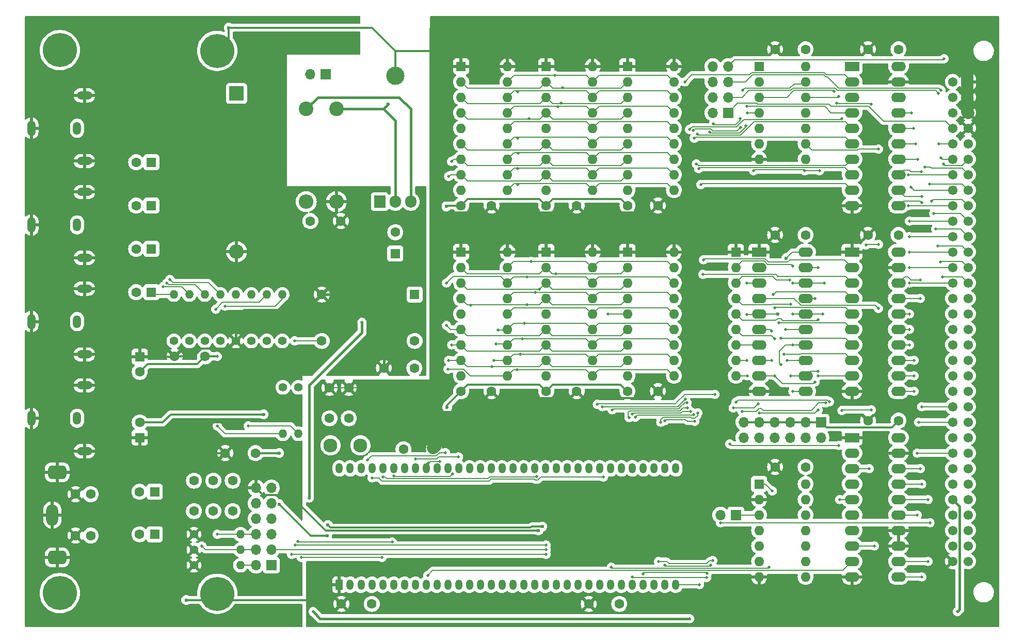
<source format=gbr>
%TF.GenerationSoftware,KiCad,Pcbnew,7.0.9-7.0.9~ubuntu22.04.1*%
%TF.CreationDate,2023-12-27T14:44:19+01:00*%
%TF.ProjectId,Z80-VDP,5a38302d-5644-4502-9e6b-696361645f70,rev?*%
%TF.SameCoordinates,Original*%
%TF.FileFunction,Copper,L2,Bot*%
%TF.FilePolarity,Positive*%
%FSLAX46Y46*%
G04 Gerber Fmt 4.6, Leading zero omitted, Abs format (unit mm)*
G04 Created by KiCad (PCBNEW 7.0.9-7.0.9~ubuntu22.04.1) date 2023-12-27 14:44:19*
%MOMM*%
%LPD*%
G01*
G04 APERTURE LIST*
G04 Aperture macros list*
%AMRoundRect*
0 Rectangle with rounded corners*
0 $1 Rounding radius*
0 $2 $3 $4 $5 $6 $7 $8 $9 X,Y pos of 4 corners*
0 Add a 4 corners polygon primitive as box body*
4,1,4,$2,$3,$4,$5,$6,$7,$8,$9,$2,$3,0*
0 Add four circle primitives for the rounded corners*
1,1,$1+$1,$2,$3*
1,1,$1+$1,$4,$5*
1,1,$1+$1,$6,$7*
1,1,$1+$1,$8,$9*
0 Add four rect primitives between the rounded corners*
20,1,$1+$1,$2,$3,$4,$5,0*
20,1,$1+$1,$4,$5,$6,$7,0*
20,1,$1+$1,$6,$7,$8,$9,0*
20,1,$1+$1,$8,$9,$2,$3,0*%
G04 Aperture macros list end*
%TA.AperFunction,ComponentPad*%
%ADD10R,1.700000X1.700000*%
%TD*%
%TA.AperFunction,ComponentPad*%
%ADD11O,1.700000X1.700000*%
%TD*%
%TA.AperFunction,ComponentPad*%
%ADD12R,1.600000X1.600000*%
%TD*%
%TA.AperFunction,ComponentPad*%
%ADD13O,1.600000X1.600000*%
%TD*%
%TA.AperFunction,ComponentPad*%
%ADD14O,1.324000X2.124000*%
%TD*%
%TA.AperFunction,ComponentPad*%
%ADD15O,2.524000X1.324000*%
%TD*%
%TA.AperFunction,ComponentPad*%
%ADD16O,1.324000X2.524000*%
%TD*%
%TA.AperFunction,ComponentPad*%
%ADD17C,1.600000*%
%TD*%
%TA.AperFunction,ComponentPad*%
%ADD18R,2.400000X1.600000*%
%TD*%
%TA.AperFunction,ComponentPad*%
%ADD19O,2.400000X1.600000*%
%TD*%
%TA.AperFunction,ComponentPad*%
%ADD20C,1.400000*%
%TD*%
%TA.AperFunction,ComponentPad*%
%ADD21O,1.400000X1.400000*%
%TD*%
%TA.AperFunction,ComponentPad*%
%ADD22R,2.400000X2.400000*%
%TD*%
%TA.AperFunction,ComponentPad*%
%ADD23O,2.400000X2.400000*%
%TD*%
%TA.AperFunction,ComponentPad*%
%ADD24C,5.600000*%
%TD*%
%TA.AperFunction,ComponentPad*%
%ADD25R,1.200000X1.700000*%
%TD*%
%TA.AperFunction,ComponentPad*%
%ADD26O,1.200000X1.700000*%
%TD*%
%TA.AperFunction,ComponentPad*%
%ADD27C,2.300000*%
%TD*%
%TA.AperFunction,ComponentPad*%
%ADD28C,2.400000*%
%TD*%
%TA.AperFunction,ComponentPad*%
%ADD29R,1.905000X2.000000*%
%TD*%
%TA.AperFunction,ComponentPad*%
%ADD30C,3.000000*%
%TD*%
%TA.AperFunction,ComponentPad*%
%ADD31O,1.905000X2.000000*%
%TD*%
%TA.AperFunction,ComponentPad*%
%ADD32RoundRect,0.550000X0.950000X-0.550000X0.950000X0.550000X-0.950000X0.550000X-0.950000X-0.550000X0*%
%TD*%
%TA.AperFunction,ComponentPad*%
%ADD33O,2.000000X3.500000*%
%TD*%
%TA.AperFunction,ComponentPad*%
%ADD34RoundRect,0.249999X-0.525001X0.525001X-0.525001X-0.525001X0.525001X-0.525001X0.525001X0.525001X0*%
%TD*%
%TA.AperFunction,ComponentPad*%
%ADD35C,1.550000*%
%TD*%
%TA.AperFunction,ViaPad*%
%ADD36C,0.600000*%
%TD*%
%TA.AperFunction,ViaPad*%
%ADD37C,0.500000*%
%TD*%
%TA.AperFunction,Conductor*%
%ADD38C,0.450000*%
%TD*%
%TA.AperFunction,Conductor*%
%ADD39C,0.300000*%
%TD*%
%TA.AperFunction,Conductor*%
%ADD40C,0.200000*%
%TD*%
%TA.AperFunction,Conductor*%
%ADD41C,2.000000*%
%TD*%
G04 APERTURE END LIST*
D10*
%TO.P,JP2,1,1*%
%TO.N,Net-(JP2-Pad1)*%
X182880000Y-134620000D03*
D11*
%TO.P,JP2,2,2*%
%TO.N,/~{WAIT}*%
X180340000Y-134620000D03*
%TD*%
D12*
%TO.P,U10,1,~{OE}*%
%TO.N,GND*%
X165100000Y-91440000D03*
D13*
%TO.P,U10,2,D0*%
%TO.N,/RD4*%
X165100000Y-93980000D03*
%TO.P,U10,3,D1*%
%TO.N,/RD5*%
X165100000Y-96520000D03*
%TO.P,U10,4,~{W}*%
%TO.N,/R{slash}W*%
X165100000Y-99060000D03*
%TO.P,U10,5,~{RAS}*%
%TO.N,/{slash}CAS0*%
X165100000Y-101600000D03*
%TO.P,U10,6,A6*%
%TO.N,/AD6*%
X165100000Y-104140000D03*
%TO.P,U10,7,A5*%
%TO.N,/AD5*%
X165100000Y-106680000D03*
%TO.P,U10,8,A4*%
%TO.N,/AD4*%
X165100000Y-109220000D03*
%TO.P,U10,9,VCC*%
%TO.N,+5V*%
X165100000Y-111760000D03*
%TO.P,U10,10,A7*%
%TO.N,/AD7*%
X172720000Y-111760000D03*
%TO.P,U10,11,A3*%
%TO.N,/AD3*%
X172720000Y-109220000D03*
%TO.P,U10,12,A2*%
%TO.N,/AD2*%
X172720000Y-106680000D03*
%TO.P,U10,13,A1*%
%TO.N,/AD1*%
X172720000Y-104140000D03*
%TO.P,U10,14,A0*%
%TO.N,/AD0*%
X172720000Y-101600000D03*
%TO.P,U10,15,D2*%
%TO.N,/RD6*%
X172720000Y-99060000D03*
%TO.P,U10,16,~{CAS}*%
%TO.N,/{slash}RAS*%
X172720000Y-96520000D03*
%TO.P,U10,17,D3*%
%TO.N,/RD7*%
X172720000Y-93980000D03*
%TO.P,U10,18,GND*%
%TO.N,GND*%
X172720000Y-91440000D03*
%TD*%
D14*
%TO.P,J8,1,In*%
%TO.N,/VO_GREEN*%
X74810000Y-102870000D03*
D15*
%TO.P,J8,2,Ext*%
%TO.N,GNDA*%
X76010000Y-97470000D03*
D16*
X67310000Y-102870000D03*
D15*
X76010000Y-108270000D03*
%TD*%
D17*
%TO.P,C28,1*%
%TO.N,+5V*%
X194310000Y-58166000D03*
%TO.P,C28,2*%
%TO.N,GND*%
X189310000Y-58166000D03*
%TD*%
%TO.P,C32,1*%
%TO.N,+5V*%
X209550000Y-119126000D03*
%TO.P,C32,2*%
%TO.N,GND*%
X204550000Y-119126000D03*
%TD*%
D12*
%TO.P,U9,1,~{OE}*%
%TO.N,GND*%
X165100000Y-60960000D03*
D13*
%TO.P,U9,2,D0*%
%TO.N,/RD0*%
X165100000Y-63500000D03*
%TO.P,U9,3,D1*%
%TO.N,/RD1*%
X165100000Y-66040000D03*
%TO.P,U9,4,~{W}*%
%TO.N,/R{slash}W*%
X165100000Y-68580000D03*
%TO.P,U9,5,~{RAS}*%
%TO.N,/{slash}CAS0*%
X165100000Y-71120000D03*
%TO.P,U9,6,A6*%
%TO.N,/AD6*%
X165100000Y-73660000D03*
%TO.P,U9,7,A5*%
%TO.N,/AD5*%
X165100000Y-76200000D03*
%TO.P,U9,8,A4*%
%TO.N,/AD4*%
X165100000Y-78740000D03*
%TO.P,U9,9,VCC*%
%TO.N,+5V*%
X165100000Y-81280000D03*
%TO.P,U9,10,A7*%
%TO.N,/AD7*%
X172720000Y-81280000D03*
%TO.P,U9,11,A3*%
%TO.N,/AD3*%
X172720000Y-78740000D03*
%TO.P,U9,12,A2*%
%TO.N,/AD2*%
X172720000Y-76200000D03*
%TO.P,U9,13,A1*%
%TO.N,/AD1*%
X172720000Y-73660000D03*
%TO.P,U9,14,A0*%
%TO.N,/AD0*%
X172720000Y-71120000D03*
%TO.P,U9,15,D2*%
%TO.N,/RD2*%
X172720000Y-68580000D03*
%TO.P,U9,16,~{CAS}*%
%TO.N,/{slash}RAS*%
X172720000Y-66040000D03*
%TO.P,U9,17,D3*%
%TO.N,/RD3*%
X172720000Y-63500000D03*
%TO.P,U9,18,GND*%
%TO.N,GND*%
X172720000Y-60960000D03*
%TD*%
D18*
%TO.P,U2,1,G*%
%TO.N,GND*%
X186675000Y-91445000D03*
D19*
%TO.P,U2,2,P0*%
%TO.N,/~{#IOREQ}*%
X186675000Y-93985000D03*
%TO.P,U2,3,R0*%
%TO.N,Net-(RN1-R8)*%
X186675000Y-96525000D03*
%TO.P,U2,4,P1*%
%TO.N,/~{#IOREQ}*%
X186675000Y-99065000D03*
%TO.P,U2,5,R1*%
%TO.N,Net-(RN1-R7)*%
X186675000Y-101605000D03*
%TO.P,U2,6,P2*%
%TO.N,/#A2*%
X186675000Y-104145000D03*
%TO.P,U2,7,R2*%
%TO.N,Net-(JP1-Pin_2)*%
X186675000Y-106685000D03*
%TO.P,U2,8,P3*%
%TO.N,/#A3*%
X186675000Y-109225000D03*
%TO.P,U2,9,R3*%
%TO.N,Net-(JP1-Pin_4)*%
X186675000Y-111765000D03*
%TO.P,U2,10,GND*%
%TO.N,GND*%
X186675000Y-114305000D03*
%TO.P,U2,11,P4*%
%TO.N,/#A4*%
X194295000Y-114305000D03*
%TO.P,U2,12,R4*%
%TO.N,Net-(JP1-Pin_6)*%
X194295000Y-111765000D03*
%TO.P,U2,13,P5*%
%TO.N,/#A5*%
X194295000Y-109225000D03*
%TO.P,U2,14,R5*%
%TO.N,Net-(JP1-Pin_8)*%
X194295000Y-106685000D03*
%TO.P,U2,15,P6*%
%TO.N,/#A6*%
X194295000Y-104145000D03*
%TO.P,U2,16,R6*%
%TO.N,Net-(JP1-Pin_10)*%
X194295000Y-101605000D03*
%TO.P,U2,17,P7*%
%TO.N,/#A7*%
X194295000Y-99065000D03*
%TO.P,U2,18,R7*%
%TO.N,Net-(JP1-Pin_12)*%
X194295000Y-96525000D03*
%TO.P,U2,19,P=R*%
%TO.N,Net-(U2-P=R)*%
X194295000Y-93985000D03*
%TO.P,U2,20,VCC*%
%TO.N,+5V*%
X194295000Y-91445000D03*
%TD*%
D17*
%TO.P,C31,1*%
%TO.N,+5V*%
X209550000Y-88646000D03*
%TO.P,C31,2*%
%TO.N,GND*%
X204550000Y-88646000D03*
%TD*%
D20*
%TO.P,R1,1*%
%TO.N,GNDA*%
X93980000Y-137795000D03*
D21*
%TO.P,R1,2*%
%TO.N,Net-(J2-Pin_6)*%
X101600000Y-137795000D03*
%TD*%
D17*
%TO.P,C29,1*%
%TO.N,+5V*%
X194310000Y-88646000D03*
%TO.P,C29,2*%
%TO.N,GND*%
X189310000Y-88646000D03*
%TD*%
D12*
%TO.P,C14,1*%
%TO.N,GNDA*%
X85090000Y-108625000D03*
D17*
%TO.P,C14,2*%
%TO.N,+5VA*%
X85090000Y-111125000D03*
%TD*%
D12*
%TO.P,C13,1*%
%TO.N,GNDA*%
X85090000Y-121920000D03*
D17*
%TO.P,C13,2*%
%TO.N,+5VA*%
X85090000Y-119420000D03*
%TD*%
D20*
%TO.P,R7,1*%
%TO.N,Net-(U11-GOUT)*%
X93218000Y-106045000D03*
D21*
%TO.P,R7,2*%
%TO.N,Net-(C20-Pad1)*%
X93218000Y-98425000D03*
%TD*%
D12*
%TO.P,U6,1*%
%TO.N,/~{#WAIT}*%
X186690000Y-129540000D03*
D13*
%TO.P,U6,2*%
%TO.N,GND*%
X186690000Y-132080000D03*
%TO.P,U6,3*%
%TO.N,Net-(JP2-Pad1)*%
X186690000Y-134620000D03*
%TO.P,U6,4*%
%TO.N,N/C*%
X186690000Y-137160000D03*
%TO.P,U6,5*%
X186690000Y-139700000D03*
%TO.P,U6,6*%
X186690000Y-142240000D03*
%TO.P,U6,7,GND*%
%TO.N,GND*%
X186690000Y-144780000D03*
%TO.P,U6,8*%
%TO.N,N/C*%
X194310000Y-144780000D03*
%TO.P,U6,9*%
X194310000Y-142240000D03*
%TO.P,U6,10*%
X194310000Y-139700000D03*
%TO.P,U6,11*%
X194310000Y-137160000D03*
%TO.P,U6,12*%
X194310000Y-134620000D03*
%TO.P,U6,13*%
X194310000Y-132080000D03*
%TO.P,U6,14,VCC*%
%TO.N,+5V*%
X194310000Y-129540000D03*
%TD*%
D22*
%TO.P,C34,1*%
%TO.N,+5VA*%
X100965000Y-65405000D03*
D23*
%TO.P,C34,2*%
%TO.N,GNDA*%
X100965000Y-91405000D03*
%TD*%
D24*
%TO.P,,1,1*%
%TO.N,GND*%
X97790000Y-147574000D03*
%TD*%
D25*
%TO.P,U8,1,GND*%
%TO.N,GND*%
X117825000Y-146075400D03*
D26*
%TO.P,U8,2*%
%TO.N,N/C*%
X119605000Y-146075400D03*
%TO.P,U8,3*%
X121385000Y-146075400D03*
%TO.P,U8,4,VRESET*%
%TO.N,+5V*%
X123165000Y-146075400D03*
%TO.P,U8,5,HSYNC*%
%TO.N,/HSYNC*%
X124945000Y-146075400D03*
%TO.P,U8,6,CSYNC*%
%TO.N,/CSYNC*%
X126725000Y-146075400D03*
%TO.P,U8,7*%
%TO.N,N/C*%
X128505000Y-146075400D03*
%TO.P,U8,8,CPUCLK/VDS*%
%TO.N,unconnected-(U8-CPUCLK{slash}VDS-Pad8)*%
X130285000Y-146075400D03*
%TO.P,U8,9,/RESET*%
%TO.N,/~{#RESET}*%
X132065000Y-146075400D03*
%TO.P,U8,10*%
%TO.N,N/C*%
X133845000Y-146075400D03*
%TO.P,U8,11*%
X135625000Y-146075400D03*
%TO.P,U8,12*%
X137405000Y-146075400D03*
%TO.P,U8,13*%
X139185000Y-146075400D03*
%TO.P,U8,14*%
X140965000Y-146075400D03*
%TO.P,U8,15*%
X142745000Y-146075400D03*
%TO.P,U8,16*%
X144525000Y-146075400D03*
%TO.P,U8,17*%
X146305000Y-146075400D03*
%TO.P,U8,18*%
X148085000Y-146075400D03*
%TO.P,U8,19*%
X149865000Y-146075400D03*
%TO.P,U8,20,GND/DAC*%
%TO.N,GNDA*%
X151645000Y-146075400D03*
%TO.P,U8,21,VCC/DAC*%
%TO.N,+5VA*%
X153425000Y-146075400D03*
%TO.P,U8,22,G*%
%TO.N,/RGB_G*%
X155205000Y-146075400D03*
%TO.P,U8,23,R*%
%TO.N,/RGB_R*%
X156985000Y-146075400D03*
%TO.P,U8,24,B*%
%TO.N,/RGB_B*%
X158765000Y-146075400D03*
%TO.P,U8,25,/INT*%
%TO.N,/~{IRQ_OUT}*%
X160545000Y-146075400D03*
%TO.P,U8,26,/WAIT*%
%TO.N,/~{#WAIT}*%
X162325000Y-146075400D03*
%TO.P,U8,27,/HRESET*%
%TO.N,+5V*%
X164105000Y-146075400D03*
%TO.P,U8,28,MODE1*%
%TO.N,/#A1*%
X165885000Y-146075400D03*
%TO.P,U8,29,MODE0*%
%TO.N,/#A0*%
X167665000Y-146075400D03*
%TO.P,U8,30,/CSW*%
%TO.N,/~{VDP_WR}*%
X169445000Y-146075400D03*
%TO.P,U8,31,/CSR*%
%TO.N,/~{VDP_RD}*%
X171225000Y-146075400D03*
%TO.P,U8,32,D7*%
%TO.N,/#D7*%
X173005000Y-146075400D03*
%TO.P,U8,33,VBB*%
%TO.N,unconnected-(U8-VBB-Pad33)*%
X173005000Y-126974600D03*
%TO.P,U8,34,D6*%
%TO.N,/#D6*%
X171225000Y-126974600D03*
%TO.P,U8,35,D5*%
%TO.N,/#D5*%
X169445000Y-126974600D03*
%TO.P,U8,36,D4*%
%TO.N,/#D4*%
X167665000Y-126974600D03*
%TO.P,U8,37,D3*%
%TO.N,/#D3*%
X165885000Y-126974600D03*
%TO.P,U8,38,D2*%
%TO.N,/#D2*%
X164105000Y-126974600D03*
%TO.P,U8,39,D1*%
%TO.N,/#D1*%
X162325000Y-126974600D03*
%TO.P,U8,40,D0*%
%TO.N,/#D0*%
X160545000Y-126974600D03*
%TO.P,U8,41,RD0*%
%TO.N,/RD0*%
X158765000Y-126974600D03*
%TO.P,U8,42,RD1*%
%TO.N,/RD1*%
X156985000Y-126974600D03*
%TO.P,U8,43,RD2*%
%TO.N,/RD2*%
X155205000Y-126974600D03*
%TO.P,U8,44,RD3*%
%TO.N,/RD3*%
X153425000Y-126974600D03*
%TO.P,U8,45,RD4*%
%TO.N,/RD4*%
X151645000Y-126974600D03*
%TO.P,U8,46,RD5*%
%TO.N,/RD5*%
X149865000Y-126974600D03*
%TO.P,U8,47,RD6*%
%TO.N,/RD6*%
X148085000Y-126974600D03*
%TO.P,U8,48,RD7*%
%TO.N,/RD7*%
X146305000Y-126974600D03*
%TO.P,U8,49,AD0*%
%TO.N,/AD0*%
X144525000Y-126974600D03*
%TO.P,U8,50,AD1*%
%TO.N,/AD1*%
X142745000Y-126974600D03*
%TO.P,U8,51,AD2*%
%TO.N,/AD2*%
X140965000Y-126974600D03*
%TO.P,U8,52,AD3*%
%TO.N,/AD3*%
X139185000Y-126974600D03*
%TO.P,U8,53,AD4*%
%TO.N,/AD4*%
X137405000Y-126974600D03*
%TO.P,U8,54,AD5*%
%TO.N,/AD5*%
X135625000Y-126974600D03*
%TO.P,U8,55,AD6*%
%TO.N,/AD6*%
X133845000Y-126974600D03*
%TO.P,U8,56,AD7*%
%TO.N,/AD7*%
X132065000Y-126974600D03*
%TO.P,U8,57,R/W*%
%TO.N,/R{slash}W*%
X130285000Y-126974600D03*
%TO.P,U8,58,VCC*%
%TO.N,+5V*%
X128505000Y-126974600D03*
%TO.P,U8,59,/CAS_X*%
%TO.N,/{slash}CASX*%
X126725000Y-126974600D03*
%TO.P,U8,60,/CAS1*%
%TO.N,/{slash}CAS1*%
X124945000Y-126974600D03*
%TO.P,U8,61,/CAS0*%
%TO.N,/{slash}CAS0*%
X123165000Y-126974600D03*
%TO.P,U8,62,/RAS*%
%TO.N,/{slash}RAS*%
X121385000Y-126974600D03*
%TO.P,U8,63,XTAL1*%
%TO.N,Net-(U8-XTAL1)*%
X119605000Y-126974600D03*
%TO.P,U8,64,XTAL2*%
%TO.N,Net-(U8-XTAL2)*%
X117825000Y-126974600D03*
%TD*%
D12*
%TO.P,RN1,1,common*%
%TO.N,GND*%
X182880000Y-91440000D03*
D13*
%TO.P,RN1,2,R1*%
%TO.N,Net-(JP1-Pin_12)*%
X182880000Y-93980000D03*
%TO.P,RN1,3,R2*%
%TO.N,Net-(JP1-Pin_10)*%
X182880000Y-96520000D03*
%TO.P,RN1,4,R3*%
%TO.N,Net-(JP1-Pin_8)*%
X182880000Y-99060000D03*
%TO.P,RN1,5,R4*%
%TO.N,Net-(JP1-Pin_6)*%
X182880000Y-101600000D03*
%TO.P,RN1,6,R5*%
%TO.N,Net-(JP1-Pin_4)*%
X182880000Y-104140000D03*
%TO.P,RN1,7,R6*%
%TO.N,Net-(JP1-Pin_2)*%
X182880000Y-106680000D03*
%TO.P,RN1,8,R7*%
%TO.N,Net-(RN1-R7)*%
X182880000Y-109220000D03*
%TO.P,RN1,9,R8*%
%TO.N,Net-(RN1-R8)*%
X182880000Y-111760000D03*
%TD*%
D17*
%TO.P,C12,1*%
%TO.N,+5VA*%
X95805000Y-108585000D03*
%TO.P,C12,2*%
%TO.N,GNDA*%
X90805000Y-108585000D03*
%TD*%
D12*
%TO.P,C19,1*%
%TO.N,Net-(C19-Pad1)*%
X87542380Y-137795000D03*
D17*
%TO.P,C19,2*%
%TO.N,Net-(C19-Pad2)*%
X85042380Y-137795000D03*
%TD*%
%TO.P,C9,1*%
%TO.N,Net-(J2-Pin_6)*%
X97155000Y-133985000D03*
%TO.P,C9,2*%
%TO.N,Net-(U11-GIN)*%
X97155000Y-128985000D03*
%TD*%
D14*
%TO.P,J9,1,In*%
%TO.N,/VO_BLUE*%
X74810000Y-86995000D03*
D15*
%TO.P,J9,2,Ext*%
%TO.N,GNDA*%
X76010000Y-81595000D03*
D16*
X67310000Y-86995000D03*
D15*
X76010000Y-92395000D03*
%TD*%
D20*
%TO.P,R8,1*%
%TO.N,Net-(U11-BOUT)*%
X95758000Y-106045000D03*
D21*
%TO.P,R8,2*%
%TO.N,Net-(C21-Pad1)*%
X95758000Y-98425000D03*
%TD*%
D17*
%TO.P,C10,1*%
%TO.N,Net-(J2-Pin_4)*%
X93980000Y-133985000D03*
%TO.P,C10,2*%
%TO.N,Net-(U11-RIN)*%
X93980000Y-128985000D03*
%TD*%
%TO.P,C25,1*%
%TO.N,+5V*%
X165100000Y-114300000D03*
%TO.P,C25,2*%
%TO.N,GND*%
X170100000Y-114300000D03*
%TD*%
D20*
%TO.P,R12,1*%
%TO.N,Net-(U11-COUT)*%
X108458000Y-106045000D03*
D21*
%TO.P,R12,2*%
%TO.N,Net-(C17-Pad1)*%
X108458000Y-98425000D03*
%TD*%
D27*
%TO.P,Y1,1,1*%
%TO.N,Net-(U8-XTAL1)*%
X121285000Y-123190000D03*
%TO.P,Y1,2,2*%
%TO.N,Net-(U8-XTAL2)*%
X116385000Y-123190000D03*
%TD*%
D20*
%TO.P,R2,1*%
%TO.N,GNDA*%
X93980000Y-140335000D03*
D21*
%TO.P,R2,2*%
%TO.N,Net-(J2-Pin_4)*%
X101600000Y-140335000D03*
%TD*%
D12*
%TO.P,C24,1*%
%TO.N,Net-(C24-Pad1)*%
X86995000Y-76708000D03*
D17*
%TO.P,C24,2*%
%TO.N,/VO_COM*%
X84495000Y-76708000D03*
%TD*%
D12*
%TO.P,C18,1*%
%TO.N,Net-(C18-Pad1)*%
X86995000Y-98044000D03*
D17*
%TO.P,C18,2*%
%TO.N,/VO_RED*%
X84495000Y-98044000D03*
%TD*%
D20*
%TO.P,R10,1*%
%TO.N,Net-(U11-YTRAP)*%
X103378000Y-106045000D03*
D21*
%TO.P,R10,2*%
%TO.N,+5VA*%
X103378000Y-98425000D03*
%TD*%
D17*
%TO.P,C2,1*%
%TO.N,+5VA*%
X113070000Y-86360000D03*
%TO.P,C2,2*%
%TO.N,GNDA*%
X118070000Y-86360000D03*
%TD*%
D18*
%TO.P,U3,1,A->B*%
%TO.N,BUSDIR*%
X201930000Y-60960000D03*
D19*
%TO.P,U3,2,A0*%
%TO.N,/#D0*%
X201930000Y-63500000D03*
%TO.P,U3,3,A1*%
%TO.N,/#D1*%
X201930000Y-66040000D03*
%TO.P,U3,4,A2*%
%TO.N,/#D2*%
X201930000Y-68580000D03*
%TO.P,U3,5,A3*%
%TO.N,/#D3*%
X201930000Y-71120000D03*
%TO.P,U3,6,A4*%
%TO.N,/#D4*%
X201930000Y-73660000D03*
%TO.P,U3,7,A5*%
%TO.N,/#D5*%
X201930000Y-76200000D03*
%TO.P,U3,8,A6*%
%TO.N,/#D6*%
X201930000Y-78740000D03*
%TO.P,U3,9,A7*%
%TO.N,/#D7*%
X201930000Y-81280000D03*
%TO.P,U3,10,GND*%
%TO.N,GND*%
X201930000Y-83820000D03*
%TO.P,U3,11,B7*%
%TO.N,/D7*%
X209550000Y-83820000D03*
%TO.P,U3,12,B6*%
%TO.N,/D6*%
X209550000Y-81280000D03*
%TO.P,U3,13,B5*%
%TO.N,/D5*%
X209550000Y-78740000D03*
%TO.P,U3,14,B4*%
%TO.N,/D4*%
X209550000Y-76200000D03*
%TO.P,U3,15,B3*%
%TO.N,/D3*%
X209550000Y-73660000D03*
%TO.P,U3,16,B2*%
%TO.N,/D2*%
X209550000Y-71120000D03*
%TO.P,U3,17,B1*%
%TO.N,/D1*%
X209550000Y-68580000D03*
%TO.P,U3,18,B0*%
%TO.N,/D0*%
X209550000Y-66040000D03*
%TO.P,U3,19,CE*%
%TO.N,GND*%
X209550000Y-63500000D03*
%TO.P,U3,20,VCC*%
%TO.N,+5V*%
X209550000Y-60960000D03*
%TD*%
D17*
%TO.P,C11,1*%
%TO.N,+5VA*%
X104100000Y-124460000D03*
%TO.P,C11,2*%
%TO.N,GNDA*%
X99100000Y-124460000D03*
%TD*%
%TO.P,C6,1*%
%TO.N,GND*%
X116205000Y-113745000D03*
%TO.P,C6,2*%
%TO.N,Net-(U8-XTAL2)*%
X116205000Y-118745000D03*
%TD*%
D20*
%TO.P,R9,1*%
%TO.N,Net-(U11-CVOUT)*%
X98298000Y-106045000D03*
D21*
%TO.P,R9,2*%
%TO.N,Net-(C24-Pad1)*%
X98298000Y-98425000D03*
%TD*%
D18*
%TO.P,U4,1,A->B*%
%TO.N,GND*%
X201915000Y-91440000D03*
D19*
%TO.P,U4,2,A0*%
%TO.N,/#A0*%
X201915000Y-93980000D03*
%TO.P,U4,3,A1*%
%TO.N,/#A1*%
X201915000Y-96520000D03*
%TO.P,U4,4,A2*%
%TO.N,/#A2*%
X201915000Y-99060000D03*
%TO.P,U4,5,A3*%
%TO.N,/#A3*%
X201915000Y-101600000D03*
%TO.P,U4,6,A4*%
%TO.N,/#A4*%
X201915000Y-104140000D03*
%TO.P,U4,7,A5*%
%TO.N,/#A5*%
X201915000Y-106680000D03*
%TO.P,U4,8,A6*%
%TO.N,/#A6*%
X201915000Y-109220000D03*
%TO.P,U4,9,A7*%
%TO.N,/#A7*%
X201915000Y-111760000D03*
%TO.P,U4,10,GND*%
%TO.N,GND*%
X201915000Y-114300000D03*
%TO.P,U4,11,B7*%
%TO.N,/A7*%
X209535000Y-114300000D03*
%TO.P,U4,12,B6*%
%TO.N,/A6*%
X209535000Y-111760000D03*
%TO.P,U4,13,B5*%
%TO.N,/A5*%
X209535000Y-109220000D03*
%TO.P,U4,14,B4*%
%TO.N,/A4*%
X209535000Y-106680000D03*
%TO.P,U4,15,B3*%
%TO.N,/A3*%
X209535000Y-104140000D03*
%TO.P,U4,16,B2*%
%TO.N,/A2*%
X209535000Y-101600000D03*
%TO.P,U4,17,B1*%
%TO.N,/A1*%
X209535000Y-99060000D03*
%TO.P,U4,18,B0*%
%TO.N,/A0*%
X209535000Y-96520000D03*
%TO.P,U4,19,CE*%
%TO.N,GND*%
X209535000Y-93980000D03*
%TO.P,U4,20,VCC*%
%TO.N,+5V*%
X209535000Y-91440000D03*
%TD*%
D17*
%TO.P,C22,1*%
%TO.N,+5V*%
X151765000Y-83820000D03*
%TO.P,C22,2*%
%TO.N,GND*%
X156765000Y-83820000D03*
%TD*%
D28*
%TO.P,FB2,1*%
%TO.N,Net-(U1-OUT)*%
X112395000Y-67945000D03*
D23*
%TO.P,FB2,2*%
%TO.N,+5VA*%
X112395000Y-83185000D03*
%TD*%
D20*
%TO.P,R11,1*%
%TO.N,Net-(U11-YOUT)*%
X105918000Y-106045000D03*
D21*
%TO.P,R11,2*%
%TO.N,Net-(C19-Pad1)*%
X105918000Y-98425000D03*
%TD*%
D12*
%TO.P,U13,1,~{OE}*%
%TO.N,GND*%
X151765000Y-91440000D03*
D13*
%TO.P,U13,2,D0*%
%TO.N,/RD4*%
X151765000Y-93980000D03*
%TO.P,U13,3,D1*%
%TO.N,/RD5*%
X151765000Y-96520000D03*
%TO.P,U13,4,~{W}*%
%TO.N,/R{slash}W*%
X151765000Y-99060000D03*
%TO.P,U13,5,~{RAS}*%
%TO.N,/{slash}CAS1*%
X151765000Y-101600000D03*
%TO.P,U13,6,A6*%
%TO.N,/AD6*%
X151765000Y-104140000D03*
%TO.P,U13,7,A5*%
%TO.N,/AD5*%
X151765000Y-106680000D03*
%TO.P,U13,8,A4*%
%TO.N,/AD4*%
X151765000Y-109220000D03*
%TO.P,U13,9,VCC*%
%TO.N,+5V*%
X151765000Y-111760000D03*
%TO.P,U13,10,A7*%
%TO.N,/AD7*%
X159385000Y-111760000D03*
%TO.P,U13,11,A3*%
%TO.N,/AD3*%
X159385000Y-109220000D03*
%TO.P,U13,12,A2*%
%TO.N,/AD2*%
X159385000Y-106680000D03*
%TO.P,U13,13,A1*%
%TO.N,/AD1*%
X159385000Y-104140000D03*
%TO.P,U13,14,A0*%
%TO.N,/AD0*%
X159385000Y-101600000D03*
%TO.P,U13,15,D2*%
%TO.N,/RD6*%
X159385000Y-99060000D03*
%TO.P,U13,16,~{CAS}*%
%TO.N,/{slash}RAS*%
X159385000Y-96520000D03*
%TO.P,U13,17,D3*%
%TO.N,/RD7*%
X159385000Y-93980000D03*
%TO.P,U13,18,GND*%
%TO.N,GND*%
X159385000Y-91440000D03*
%TD*%
D17*
%TO.P,C27,1*%
%TO.N,+5V*%
X194310000Y-126746000D03*
%TO.P,C27,2*%
%TO.N,GND*%
X189310000Y-126746000D03*
%TD*%
D12*
%TO.P,U15,1,~{OE}*%
%TO.N,GND*%
X137795000Y-91440000D03*
D13*
%TO.P,U15,2,D0*%
%TO.N,/RD4*%
X137795000Y-93980000D03*
%TO.P,U15,3,D1*%
%TO.N,/RD5*%
X137795000Y-96520000D03*
%TO.P,U15,4,~{W}*%
%TO.N,/R{slash}W*%
X137795000Y-99060000D03*
%TO.P,U15,5,~{RAS}*%
%TO.N,/{slash}CASX*%
X137795000Y-101600000D03*
%TO.P,U15,6,A6*%
%TO.N,/AD6*%
X137795000Y-104140000D03*
%TO.P,U15,7,A5*%
%TO.N,/AD5*%
X137795000Y-106680000D03*
%TO.P,U15,8,A4*%
%TO.N,/AD4*%
X137795000Y-109220000D03*
%TO.P,U15,9,VCC*%
%TO.N,+5V*%
X137795000Y-111760000D03*
%TO.P,U15,10,A7*%
%TO.N,/AD7*%
X145415000Y-111760000D03*
%TO.P,U15,11,A3*%
%TO.N,/AD3*%
X145415000Y-109220000D03*
%TO.P,U15,12,A2*%
%TO.N,/AD2*%
X145415000Y-106680000D03*
%TO.P,U15,13,A1*%
%TO.N,/AD1*%
X145415000Y-104140000D03*
%TO.P,U15,14,A0*%
%TO.N,/AD0*%
X145415000Y-101600000D03*
%TO.P,U15,15,D2*%
%TO.N,/RD6*%
X145415000Y-99060000D03*
%TO.P,U15,16,~{CAS}*%
%TO.N,/{slash}RAS*%
X145415000Y-96520000D03*
%TO.P,U15,17,D3*%
%TO.N,/RD7*%
X145415000Y-93980000D03*
%TO.P,U15,18,GND*%
%TO.N,GND*%
X145415000Y-91440000D03*
%TD*%
D29*
%TO.P,U1,1,IN*%
%TO.N,+12V*%
X124460000Y-83185000D03*
D30*
%TO.P,U1,2,GND*%
%TO.N,GND*%
X127000000Y-62525000D03*
D31*
X127000000Y-83185000D03*
%TO.P,U1,3,OUT*%
%TO.N,Net-(U1-OUT)*%
X129540000Y-83185000D03*
%TD*%
D12*
%TO.P,U7,1*%
%TO.N,Net-(U7-Pad1)*%
X186690000Y-60960000D03*
D13*
%TO.P,U7,2*%
%TO.N,Net-(U2-P=R)*%
X186690000Y-63500000D03*
%TO.P,U7,3*%
%TO.N,/~{#WR}*%
X186690000Y-66040000D03*
%TO.P,U7,4*%
%TO.N,/~{VDP_WR}*%
X186690000Y-68580000D03*
%TO.P,U7,5*%
%TO.N,Net-(U7-Pad1)*%
X186690000Y-71120000D03*
%TO.P,U7,6*%
X186690000Y-73660000D03*
%TO.P,U7,7,GND*%
%TO.N,GND*%
X186690000Y-76200000D03*
%TO.P,U7,8*%
%TO.N,Net-(U2-P=R)*%
X194310000Y-76200000D03*
%TO.P,U7,9*%
%TO.N,/~{#RD}*%
X194310000Y-73660000D03*
%TO.P,U7,10*%
%TO.N,BUSDIR*%
X194310000Y-71120000D03*
%TO.P,U7,11*%
X194310000Y-68580000D03*
%TO.P,U7,12*%
X194310000Y-66040000D03*
%TO.P,U7,13*%
%TO.N,/~{VDP_RD}*%
X194310000Y-63500000D03*
%TO.P,U7,14,VCC*%
%TO.N,+5V*%
X194310000Y-60960000D03*
%TD*%
D12*
%TO.P,C1,1*%
%TO.N,Net-(U1-OUT)*%
X127000000Y-91695651D03*
D17*
%TO.P,C1,2*%
%TO.N,GND*%
X127000000Y-88195651D03*
%TD*%
%TO.P,C3,1*%
%TO.N,+5V*%
X123150000Y-149225000D03*
%TO.P,C3,2*%
%TO.N,GND*%
X118150000Y-149225000D03*
%TD*%
%TO.P,J4,1*%
%TO.N,GNDA*%
X74540000Y-138005000D03*
%TO.P,J4,2*%
X74540000Y-131205000D03*
%TO.P,J4,3*%
%TO.N,Net-(C19-Pad2)*%
X77040000Y-138005000D03*
%TO.P,J4,4*%
%TO.N,Net-(C17-Pad2)*%
X77040000Y-131205000D03*
D32*
%TO.P,J4,G*%
%TO.N,GNDA*%
X71540000Y-141605000D03*
D33*
X70745000Y-134620000D03*
D32*
X71540000Y-127605000D03*
%TD*%
D20*
%TO.P,R3,1*%
%TO.N,GNDA*%
X93980000Y-142875000D03*
D21*
%TO.P,R3,2*%
%TO.N,Net-(J2-Pin_2)*%
X101600000Y-142875000D03*
%TD*%
D17*
%TO.P,C16,1*%
%TO.N,+5V*%
X137795000Y-83820000D03*
%TO.P,C16,2*%
%TO.N,GND*%
X142795000Y-83820000D03*
%TD*%
D10*
%TO.P,JP3,1,1*%
%TO.N,+5V*%
X115575000Y-62230000D03*
D11*
%TO.P,JP3,2,2*%
%TO.N,+5VA*%
X113035000Y-62230000D03*
%TD*%
D20*
%TO.P,R13,1*%
%TO.N,GNDA*%
X100838000Y-106045000D03*
D21*
%TO.P,R13,2*%
%TO.N,Net-(C24-Pad1)*%
X100838000Y-98425000D03*
%TD*%
D28*
%TO.P,FB1,1*%
%TO.N,GND*%
X117348000Y-67945000D03*
D23*
%TO.P,FB1,2*%
%TO.N,GNDA*%
X117348000Y-83185000D03*
%TD*%
D14*
%TO.P,J7,1,In*%
%TO.N,/VO_RED*%
X74810000Y-118745000D03*
D15*
%TO.P,J7,2,Ext*%
%TO.N,GNDA*%
X76010000Y-113345000D03*
D16*
X67310000Y-118745000D03*
D15*
X76010000Y-124145000D03*
%TD*%
D12*
%TO.P,U12,1,~{OE}*%
%TO.N,GND*%
X151765000Y-60960000D03*
D13*
%TO.P,U12,2,D0*%
%TO.N,/RD0*%
X151765000Y-63500000D03*
%TO.P,U12,3,D1*%
%TO.N,/RD1*%
X151765000Y-66040000D03*
%TO.P,U12,4,~{W}*%
%TO.N,/R{slash}W*%
X151765000Y-68580000D03*
%TO.P,U12,5,~{RAS}*%
%TO.N,/{slash}CAS1*%
X151765000Y-71120000D03*
%TO.P,U12,6,A6*%
%TO.N,/AD6*%
X151765000Y-73660000D03*
%TO.P,U12,7,A5*%
%TO.N,/AD5*%
X151765000Y-76200000D03*
%TO.P,U12,8,A4*%
%TO.N,/AD4*%
X151765000Y-78740000D03*
%TO.P,U12,9,VCC*%
%TO.N,+5V*%
X151765000Y-81280000D03*
%TO.P,U12,10,A7*%
%TO.N,/AD7*%
X159385000Y-81280000D03*
%TO.P,U12,11,A3*%
%TO.N,/AD3*%
X159385000Y-78740000D03*
%TO.P,U12,12,A2*%
%TO.N,/AD2*%
X159385000Y-76200000D03*
%TO.P,U12,13,A1*%
%TO.N,/AD1*%
X159385000Y-73660000D03*
%TO.P,U12,14,A0*%
%TO.N,/AD0*%
X159385000Y-71120000D03*
%TO.P,U12,15,D2*%
%TO.N,/RD2*%
X159385000Y-68580000D03*
%TO.P,U12,16,~{CAS}*%
%TO.N,/{slash}RAS*%
X159385000Y-66040000D03*
%TO.P,U12,17,D3*%
%TO.N,/RD3*%
X159385000Y-63500000D03*
%TO.P,U12,18,GND*%
%TO.N,GND*%
X159385000Y-60960000D03*
%TD*%
D17*
%TO.P,C15,1*%
%TO.N,+5V*%
X165100000Y-83820000D03*
%TO.P,C15,2*%
%TO.N,GND*%
X170100000Y-83820000D03*
%TD*%
D12*
%TO.P,C20,1*%
%TO.N,Net-(C20-Pad1)*%
X86995000Y-90932000D03*
D17*
%TO.P,C20,2*%
%TO.N,/VO_GREEN*%
X84495000Y-90932000D03*
%TD*%
%TO.P,C5,1*%
%TO.N,Net-(U8-XTAL1)*%
X119380000Y-118745000D03*
%TO.P,C5,2*%
%TO.N,GND*%
X119380000Y-113745000D03*
%TD*%
D20*
%TO.P,R4,1*%
%TO.N,Net-(X1-OUT)*%
X108585000Y-113665000D03*
D21*
%TO.P,R4,2*%
%TO.N,Net-(U11-SCIN)*%
X108585000Y-121285000D03*
%TD*%
D20*
%TO.P,R5,1*%
%TO.N,Net-(J2-Pin_8)*%
X111125000Y-113665000D03*
D21*
%TO.P,R5,2*%
%TO.N,Net-(U11-SYNCIN)*%
X111125000Y-121285000D03*
%TD*%
D18*
%TO.P,U5,1,A->B*%
%TO.N,GND*%
X201930000Y-121920000D03*
D19*
%TO.P,U5,2,A0*%
%TO.N,/~{#RD}*%
X201930000Y-124460000D03*
%TO.P,U5,3,A1*%
%TO.N,/~{#WR}*%
X201930000Y-127000000D03*
%TO.P,U5,4,A2*%
%TO.N,/#CLK_CPU*%
X201930000Y-129540000D03*
%TO.P,U5,5,A3*%
%TO.N,/~{#IOREQ}*%
X201930000Y-132080000D03*
%TO.P,U5,6,A4*%
%TO.N,unconnected-(U5-A4-Pad6)*%
X201930000Y-134620000D03*
%TO.P,U5,7,A5*%
%TO.N,unconnected-(U5-A5-Pad7)*%
X201930000Y-137160000D03*
%TO.P,U5,8,A6*%
%TO.N,/~{#M1}*%
X201930000Y-139700000D03*
%TO.P,U5,9,A7*%
%TO.N,/~{#RESET}*%
X201930000Y-142240000D03*
%TO.P,U5,10,GND*%
%TO.N,GND*%
X201930000Y-144780000D03*
%TO.P,U5,11,B7*%
%TO.N,/~{RESET}*%
X209550000Y-144780000D03*
%TO.P,U5,12,B6*%
%TO.N,/~{M1}*%
X209550000Y-142240000D03*
%TO.P,U5,13,B5*%
%TO.N,GND*%
X209550000Y-139700000D03*
%TO.P,U5,14,B4*%
X209550000Y-137160000D03*
%TO.P,U5,15,B3*%
%TO.N,/~{IOREQ}*%
X209550000Y-134620000D03*
%TO.P,U5,16,B2*%
%TO.N,/CLK_CPU*%
X209550000Y-132080000D03*
%TO.P,U5,17,B1*%
%TO.N,/~{WR}*%
X209550000Y-129540000D03*
%TO.P,U5,18,B0*%
%TO.N,/~{RD}*%
X209550000Y-127000000D03*
%TO.P,U5,19,CE*%
%TO.N,GND*%
X209550000Y-124460000D03*
%TO.P,U5,20,VCC*%
%TO.N,+5V*%
X209550000Y-121920000D03*
%TD*%
D12*
%TO.P,C17,1*%
%TO.N,Net-(C17-Pad1)*%
X87542380Y-130810000D03*
D17*
%TO.P,C17,2*%
%TO.N,Net-(C17-Pad2)*%
X85042380Y-130810000D03*
%TD*%
D24*
%TO.P,J3,G,CHASSIS*%
%TO.N,GND*%
X71975000Y-58293000D03*
X71975000Y-147447000D03*
D34*
%TO.P,J3,a1,GND*%
X220980000Y-63500000D03*
D35*
%TO.P,J3,a2,GND*%
X220980000Y-66040000D03*
%TO.P,J3,a3,GND*%
X220980000Y-68580000D03*
%TO.P,J3,a4,GND*%
X220980000Y-71120000D03*
%TO.P,J3,a5,MEMAQ*%
%TO.N,/MEMAQ*%
X220980000Y-73660000D03*
%TO.P,J3,a6,~{INT3}*%
%TO.N,/~{INT3}*%
X220980000Y-76200000D03*
%TO.P,J3,a7,CA0*%
%TO.N,/A0*%
X220980000Y-78740000D03*
%TO.P,J3,a8,CA1*%
%TO.N,/A1*%
X220980000Y-81280000D03*
%TO.P,J3,a9,CA2*%
%TO.N,/A2*%
X220980000Y-83820000D03*
%TO.P,J3,a10,CA3*%
%TO.N,/A3*%
X220980000Y-86360000D03*
%TO.P,J3,a11,CA4*%
%TO.N,/A4*%
X220980000Y-88900000D03*
%TO.P,J3,a12,CA5*%
%TO.N,/A5*%
X220980000Y-91440000D03*
%TO.P,J3,a13,CA6*%
%TO.N,/A6*%
X220980000Y-93980000D03*
%TO.P,J3,a14,CA7*%
%TO.N,/A7*%
X220980000Y-96520000D03*
%TO.P,J3,a15,CA8*%
%TO.N,/A8*%
X220980000Y-99060000D03*
%TO.P,J3,a16,CA9*%
%TO.N,/A9*%
X220980000Y-101600000D03*
%TO.P,J3,a17,CA10*%
%TO.N,/A10*%
X220980000Y-104140000D03*
%TO.P,J3,a18,CA11*%
%TO.N,/A11*%
X220980000Y-106680000D03*
%TO.P,J3,a19,CA12*%
%TO.N,/A12*%
X220980000Y-109220000D03*
%TO.P,J3,a20,CA13*%
%TO.N,/A13*%
X220980000Y-111760000D03*
%TO.P,J3,a21,CA14*%
%TO.N,/A14*%
X220980000Y-114300000D03*
%TO.P,J3,a22,CA15*%
%TO.N,/A15*%
X220980000Y-116840000D03*
%TO.P,J3,a23,~{BUSREQ}*%
%TO.N,/~{BUSREQ}*%
X220980000Y-119380000D03*
%TO.P,J3,a24,~{BUSACK}*%
%TO.N,/~{BUSACK}*%
X220980000Y-121920000D03*
%TO.P,J3,a25,A16*%
%TO.N,/A16*%
X220980000Y-124460000D03*
%TO.P,J3,a26,A17*%
%TO.N,/A17*%
X220980000Y-127000000D03*
%TO.P,J3,a27,A18*%
%TO.N,/A18*%
X220980000Y-129540000D03*
%TO.P,J3,a28,A19*%
%TO.N,/A19*%
X220980000Y-132080000D03*
%TO.P,J3,a29,A20*%
%TO.N,/A20*%
X220980000Y-134620000D03*
%TO.P,J3,a30,A21*%
%TO.N,/A21*%
X220980000Y-137160000D03*
%TO.P,J3,a31,SCL*%
%TO.N,/A22{slash}SCL*%
X220980000Y-139700000D03*
%TO.P,J3,a32,SDA*%
%TO.N,/A23{slash}SDA*%
X220980000Y-142240000D03*
%TO.P,J3,b1,+5V*%
%TO.N,+5V*%
X218440000Y-63500000D03*
%TO.P,J3,b2,+5V*%
X218440000Y-66040000D03*
%TO.P,J3,b3,+5V*%
X218440000Y-68580000D03*
%TO.P,J3,b4,~{INT0}*%
%TO.N,/~{INT0}*%
X218440000Y-71120000D03*
%TO.P,J3,b5,~{INT1}*%
%TO.N,/~{INT1}*%
X218440000Y-73660000D03*
%TO.P,J3,b6,~{INT2}*%
%TO.N,/~{INT2}*%
X218440000Y-76200000D03*
%TO.P,J3,b7,CD0*%
%TO.N,/D0*%
X218440000Y-78740000D03*
%TO.P,J3,b8,CD1*%
%TO.N,/D1*%
X218440000Y-81280000D03*
%TO.P,J3,b9,CD2*%
%TO.N,/D2*%
X218440000Y-83820000D03*
%TO.P,J3,b10,CD3*%
%TO.N,/D3*%
X218440000Y-86360000D03*
%TO.P,J3,b11,CD4*%
%TO.N,/D4*%
X218440000Y-88900000D03*
%TO.P,J3,b12,CD5*%
%TO.N,/D5*%
X218440000Y-91440000D03*
%TO.P,J3,b13,CD6*%
%TO.N,/D6*%
X218440000Y-93980000D03*
%TO.P,J3,b14,CD7*%
%TO.N,/D7*%
X218440000Y-96520000D03*
%TO.P,J3,b15,~{RESET}*%
%TO.N,/~{RESET}*%
X218440000Y-99060000D03*
%TO.P,J3,b16,CLK*%
%TO.N,/CLK_CPU*%
X218440000Y-101600000D03*
%TO.P,J3,b17,~{INT}*%
%TO.N,/~{INT}*%
X218440000Y-104140000D03*
%TO.P,J3,b18,~{NMI}*%
%TO.N,/~{NMI}*%
X218440000Y-106680000D03*
%TO.P,J3,b19,~{M1}*%
%TO.N,/~{M1}*%
X218440000Y-109220000D03*
%TO.P,J3,b20,~{WAIT}*%
%TO.N,/~{WAIT}*%
X218440000Y-111760000D03*
%TO.P,J3,b21,~{HALT}*%
%TO.N,/~{HALT}*%
X218440000Y-114300000D03*
%TO.P,J3,b22,~{RD}*%
%TO.N,/~{RD}*%
X218440000Y-116840000D03*
%TO.P,J3,b23,~{WR}*%
%TO.N,/~{WR}*%
X218440000Y-119380000D03*
%TO.P,J3,b24,~{MREQ}*%
%TO.N,/~{MREQ}*%
X218440000Y-121920000D03*
%TO.P,J3,b25,~{IOREQ}*%
%TO.N,/~{IOREQ}*%
X218440000Y-124460000D03*
%TO.P,J3,b26,IEI*%
%TO.N,Net-(J3-IEI)*%
X218440000Y-127000000D03*
%TO.P,J3,b27,IEO*%
X218440000Y-129540000D03*
%TO.P,J3,b28,+12V*%
%TO.N,+12V*%
X218440000Y-132080000D03*
%TO.P,J3,b29,-12V*%
%TO.N,-12V*%
X218440000Y-134620000D03*
%TO.P,J3,b30,SPARE*%
%TO.N,unconnected-(J3-SPARE-Padb30)*%
X218440000Y-137160000D03*
%TO.P,J3,b31,SPARE*%
%TO.N,unconnected-(J3-SPARE-Padb31)*%
X218440000Y-139700000D03*
%TO.P,J3,b32,GND*%
%TO.N,GND*%
X218440000Y-142240000D03*
%TD*%
D10*
%TO.P,J2,1,Pin_1*%
%TO.N,/RGB_B*%
X106680000Y-142875000D03*
D11*
%TO.P,J2,2,Pin_2*%
%TO.N,Net-(J2-Pin_2)*%
X104140000Y-142875000D03*
%TO.P,J2,3,Pin_3*%
%TO.N,/RGB_R*%
X106680000Y-140335000D03*
%TO.P,J2,4,Pin_4*%
%TO.N,Net-(J2-Pin_4)*%
X104140000Y-140335000D03*
%TO.P,J2,5,Pin_5*%
%TO.N,/RGB_G*%
X106680000Y-137795000D03*
%TO.P,J2,6,Pin_6*%
%TO.N,Net-(J2-Pin_6)*%
X104140000Y-137795000D03*
%TO.P,J2,7,Pin_7*%
%TO.N,/CSYNC*%
X106680000Y-135255000D03*
%TO.P,J2,8,Pin_8*%
%TO.N,Net-(J2-Pin_8)*%
X104140000Y-135255000D03*
%TO.P,J2,9,Pin_9*%
%TO.N,/HSYNC*%
X106680000Y-132715000D03*
%TO.P,J2,10,Pin_10*%
%TO.N,unconnected-(J2-Pin_10-Pad10)*%
X104140000Y-132715000D03*
%TO.P,J2,11,Pin_11*%
%TO.N,+5VA*%
X106680000Y-130175000D03*
%TO.P,J2,12,Pin_12*%
%TO.N,GNDA*%
X104140000Y-130175000D03*
%TD*%
D24*
%TO.P,,1,1*%
%TO.N,GND*%
X97790000Y-58420000D03*
%TD*%
D17*
%TO.P,C26,1*%
%TO.N,+5V*%
X137795000Y-114300000D03*
%TO.P,C26,2*%
%TO.N,GND*%
X142795000Y-114300000D03*
%TD*%
%TO.P,C23,1*%
%TO.N,+5V*%
X151765000Y-114300000D03*
%TO.P,C23,2*%
%TO.N,GND*%
X156765000Y-114300000D03*
%TD*%
D12*
%TO.P,X1,1,NC*%
%TO.N,unconnected-(X1-NC-Pad1)*%
X130175000Y-98425000D03*
D17*
%TO.P,X1,7,GND*%
%TO.N,GNDA*%
X114935000Y-98425000D03*
%TO.P,X1,8,OUT*%
%TO.N,Net-(X1-OUT)*%
X114935000Y-106045000D03*
%TO.P,X1,14,Vcc*%
%TO.N,+5VA*%
X130175000Y-106045000D03*
%TD*%
%TO.P,C8,1*%
%TO.N,Net-(J2-Pin_2)*%
X100330000Y-133985000D03*
%TO.P,C8,2*%
%TO.N,Net-(U11-BIN)*%
X100330000Y-128985000D03*
%TD*%
D20*
%TO.P,R6,1*%
%TO.N,Net-(U11-ROUT)*%
X90678000Y-106045000D03*
D21*
%TO.P,R6,2*%
%TO.N,Net-(C18-Pad1)*%
X90678000Y-98425000D03*
%TD*%
D17*
%TO.P,C30,1*%
%TO.N,+5V*%
X209550000Y-58166000D03*
%TO.P,C30,2*%
%TO.N,GND*%
X204550000Y-58166000D03*
%TD*%
%TO.P,C4,1*%
%TO.N,+5V*%
X128350000Y-123825000D03*
%TO.P,C4,2*%
%TO.N,GND*%
X133350000Y-123825000D03*
%TD*%
D14*
%TO.P,J6,1,In*%
%TO.N,/VO_COM*%
X74810000Y-71120000D03*
D15*
%TO.P,J6,2,Ext*%
%TO.N,GNDA*%
X76010000Y-65720000D03*
D16*
X67310000Y-71120000D03*
D15*
X76010000Y-76520000D03*
%TD*%
D17*
%TO.P,C33,1*%
%TO.N,+5V*%
X163750000Y-149225000D03*
%TO.P,C33,2*%
%TO.N,GND*%
X158750000Y-149225000D03*
%TD*%
D12*
%TO.P,U14,1,~{OE}*%
%TO.N,GND*%
X137795000Y-60960000D03*
D13*
%TO.P,U14,2,D0*%
%TO.N,/RD0*%
X137795000Y-63500000D03*
%TO.P,U14,3,D1*%
%TO.N,/RD1*%
X137795000Y-66040000D03*
%TO.P,U14,4,~{W}*%
%TO.N,/R{slash}W*%
X137795000Y-68580000D03*
%TO.P,U14,5,~{RAS}*%
%TO.N,/{slash}CASX*%
X137795000Y-71120000D03*
%TO.P,U14,6,A6*%
%TO.N,/AD6*%
X137795000Y-73660000D03*
%TO.P,U14,7,A5*%
%TO.N,/AD5*%
X137795000Y-76200000D03*
%TO.P,U14,8,A4*%
%TO.N,/AD4*%
X137795000Y-78740000D03*
%TO.P,U14,9,VCC*%
%TO.N,+5V*%
X137795000Y-81280000D03*
%TO.P,U14,10,A7*%
%TO.N,/AD7*%
X145415000Y-81280000D03*
%TO.P,U14,11,A3*%
%TO.N,/AD3*%
X145415000Y-78740000D03*
%TO.P,U14,12,A2*%
%TO.N,/AD2*%
X145415000Y-76200000D03*
%TO.P,U14,13,A1*%
%TO.N,/AD1*%
X145415000Y-73660000D03*
%TO.P,U14,14,A0*%
%TO.N,/AD0*%
X145415000Y-71120000D03*
%TO.P,U14,15,D2*%
%TO.N,/RD2*%
X145415000Y-68580000D03*
%TO.P,U14,16,~{CAS}*%
%TO.N,/{slash}RAS*%
X145415000Y-66040000D03*
%TO.P,U14,17,D3*%
%TO.N,/RD3*%
X145415000Y-63500000D03*
%TO.P,U14,18,GND*%
%TO.N,GND*%
X145415000Y-60960000D03*
%TD*%
D10*
%TO.P,J1,1,Pin_1*%
%TO.N,/~{INT0}*%
X181610000Y-68580000D03*
D11*
%TO.P,J1,2,Pin_2*%
%TO.N,/~{IRQ_OUT}*%
X179070000Y-68580000D03*
%TO.P,J1,3,Pin_3*%
%TO.N,/~{INT1}*%
X181610000Y-66040000D03*
%TO.P,J1,4,Pin_4*%
%TO.N,/~{IRQ_OUT}*%
X179070000Y-66040000D03*
%TO.P,J1,5,Pin_5*%
%TO.N,/~{INT2}*%
X181610000Y-63500000D03*
%TO.P,J1,6,Pin_6*%
%TO.N,/~{IRQ_OUT}*%
X179070000Y-63500000D03*
%TO.P,J1,7,Pin_7*%
%TO.N,/~{INT3}*%
X181610000Y-60960000D03*
%TO.P,J1,8,Pin_8*%
%TO.N,/~{IRQ_OUT}*%
X179070000Y-60960000D03*
%TD*%
D17*
%TO.P,C7,1*%
%TO.N,+5VA*%
X130135000Y-110490000D03*
%TO.P,C7,2*%
%TO.N,GNDA*%
X125135000Y-110490000D03*
%TD*%
D10*
%TO.P,JP1,1,Pin_1*%
%TO.N,+5V*%
X196850000Y-119375000D03*
D11*
%TO.P,JP1,2,Pin_2*%
%TO.N,Net-(JP1-Pin_2)*%
X196850000Y-121915000D03*
%TO.P,JP1,3,Pin_3*%
%TO.N,+5V*%
X194310000Y-119375000D03*
%TO.P,JP1,4,Pin_4*%
%TO.N,Net-(JP1-Pin_4)*%
X194310000Y-121915000D03*
%TO.P,JP1,5,Pin_5*%
%TO.N,+5V*%
X191770000Y-119375000D03*
%TO.P,JP1,6,Pin_6*%
%TO.N,Net-(JP1-Pin_6)*%
X191770000Y-121915000D03*
%TO.P,JP1,7,Pin_7*%
%TO.N,+5V*%
X189230000Y-119375000D03*
%TO.P,JP1,8,Pin_8*%
%TO.N,Net-(JP1-Pin_8)*%
X189230000Y-121915000D03*
%TO.P,JP1,9,Pin_9*%
%TO.N,+5V*%
X186690000Y-119375000D03*
%TO.P,JP1,10,Pin_10*%
%TO.N,Net-(JP1-Pin_10)*%
X186690000Y-121915000D03*
%TO.P,JP1,11,Pin_11*%
%TO.N,+5V*%
X184150000Y-119375000D03*
%TO.P,JP1,12,Pin_12*%
%TO.N,Net-(JP1-Pin_12)*%
X184150000Y-121915000D03*
%TD*%
D12*
%TO.P,C21,1*%
%TO.N,Net-(C21-Pad1)*%
X86995000Y-83820000D03*
D17*
%TO.P,C21,2*%
%TO.N,/VO_BLUE*%
X84495000Y-83820000D03*
%TD*%
D36*
%TO.N,GND*%
X125857000Y-67183000D03*
D37*
%TO.N,Net-(JP1-Pin_2)*%
X198230685Y-116045037D03*
X182880000Y-116078000D03*
%TO.N,/~{#IOREQ}*%
X199771000Y-123190000D03*
X181864000Y-122936000D03*
X199898000Y-132080000D03*
X186563000Y-116332000D03*
X182435500Y-117030500D03*
%TO.N,Net-(RN1-R7)*%
X184658000Y-101727000D03*
X184658000Y-109220000D03*
D36*
%TO.N,GND*%
X146573303Y-115427697D03*
X114300000Y-148590000D03*
X114300000Y-133350000D03*
X99695000Y-54610000D03*
X114300000Y-146050000D03*
X92710000Y-148590000D03*
%TO.N,+5VA*%
X151130000Y-136525000D03*
D37*
X97790000Y-108585000D03*
D36*
X105410000Y-118110000D03*
X115951000Y-136271000D03*
X115824000Y-138049000D03*
X107950000Y-124460000D03*
X107950000Y-132842000D03*
%TO.N,GNDA*%
X102235000Y-135255000D03*
X93980000Y-135890000D03*
X91440000Y-119380000D03*
X150495000Y-137160000D03*
X99060000Y-119380000D03*
%TO.N,+5V*%
X135509000Y-116967000D03*
X189781900Y-101600000D03*
X191135000Y-92456000D03*
X135367180Y-83947000D03*
D37*
%TO.N,Net-(J2-Pin_6)*%
X97790000Y-137795000D03*
%TO.N,Net-(C17-Pad1)*%
X99060000Y-100330000D03*
%TO.N,Net-(C19-Pad1)*%
X97541529Y-100831900D03*
%TO.N,Net-(C20-Pad1)*%
X88900000Y-97155000D03*
%TO.N,Net-(C21-Pad1)*%
X89535000Y-96520000D03*
%TO.N,Net-(C24-Pad1)*%
X90036900Y-95961444D03*
%TO.N,+12V*%
X219202000Y-150495000D03*
X112903000Y-131826000D03*
X113538000Y-150495000D03*
X121539000Y-102997000D03*
X175260000Y-151638000D03*
%TO.N,/~{IRQ_OUT}*%
X160147000Y-116459000D03*
X179426500Y-114808000D03*
%TO.N,/~{IOREQ}*%
X212598000Y-134620000D03*
X212638705Y-124460000D03*
%TO.N,/~{WR}*%
X213342545Y-129540000D03*
X212840645Y-119380000D03*
%TO.N,/~{RD}*%
X213342545Y-116840000D03*
X213106000Y-127000000D03*
%TO.N,/~{WAIT}*%
X214698265Y-135890000D03*
X180340000Y-135890000D03*
%TO.N,/~{M1}*%
X214376000Y-142240000D03*
%TO.N,/CLK_CPU*%
X214376000Y-132080000D03*
%TO.N,/~{RESET}*%
X213360000Y-144780000D03*
%TO.N,/D7*%
X213393660Y-83312000D03*
X211328000Y-96520000D03*
%TO.N,/D6*%
X213346312Y-82345093D03*
X211328000Y-93980000D03*
%TO.N,/D5*%
X211328000Y-91440000D03*
X213266660Y-78232000D03*
%TO.N,/D4*%
X212709560Y-76200000D03*
X211328000Y-88900000D03*
%TO.N,/D3*%
X212357640Y-73660000D03*
X211328000Y-86360000D03*
%TO.N,/D2*%
X212005720Y-71120000D03*
X211151900Y-83820000D03*
%TO.N,/D1*%
X211653800Y-68580000D03*
X211559020Y-80772000D03*
%TO.N,/D0*%
X211151900Y-78740000D03*
%TO.N,/~{INT2}*%
X216536200Y-75946000D03*
X216536200Y-64897000D03*
%TO.N,/~{INT1}*%
X216183800Y-73660000D03*
X216074511Y-65357239D03*
%TO.N,/A7*%
X216735420Y-95504000D03*
X212090000Y-114300000D03*
%TO.N,/A6*%
X216383500Y-93052283D03*
X212090000Y-111760000D03*
%TO.N,/A5*%
X216031580Y-90424000D03*
X212090000Y-109220000D03*
%TO.N,/A4*%
X211328000Y-106680000D03*
X215679660Y-87630000D03*
%TO.N,/A3*%
X211328000Y-104140000D03*
X215327740Y-85100284D03*
%TO.N,/A2*%
X211328000Y-101600000D03*
X214975820Y-83058000D03*
%TO.N,/A1*%
X213106000Y-99060000D03*
X214623900Y-80264000D03*
%TO.N,/A0*%
X213106000Y-96012000D03*
X213868000Y-77470000D03*
%TO.N,/~{INT3}*%
X217038100Y-59690000D03*
X216916000Y-76968100D03*
%TO.N,/RGB_B*%
X110617000Y-139573000D03*
X151765000Y-139573000D03*
%TO.N,/RGB_R*%
X151765000Y-140335000D03*
%TO.N,/RGB_G*%
X109982000Y-141097000D03*
X151765000Y-141097000D03*
%TO.N,Net-(J2-Pin_4)*%
X95250000Y-139700000D03*
%TO.N,Net-(JP1-Pin_4)*%
X195834000Y-112776000D03*
X189230000Y-105664000D03*
X189230000Y-111760000D03*
%TO.N,Net-(JP1-Pin_6)*%
X196342000Y-110998000D03*
X196342000Y-102591180D03*
X191889260Y-111760000D03*
%TO.N,Net-(JP1-Pin_8)*%
X191889260Y-100051180D03*
X190277257Y-109950743D03*
X192241180Y-106680000D03*
%TO.N,Net-(JP1-Pin_10)*%
X191739280Y-96012000D03*
X197104000Y-101600000D03*
X196342000Y-117348000D03*
X192241180Y-101600000D03*
X186690000Y-117856000D03*
%TO.N,Net-(JP1-Pin_12)*%
X197605900Y-116231103D03*
X192241180Y-96520000D03*
X192241180Y-93726000D03*
X197358000Y-96520000D03*
X183896000Y-117602000D03*
%TO.N,Net-(X1-OUT)*%
X110490000Y-106045000D03*
%TO.N,Net-(U11-SCIN)*%
X97790000Y-120015000D03*
%TO.N,Net-(U11-SYNCIN)*%
X102870000Y-120015000D03*
%TO.N,/#A3*%
X189230000Y-100584000D03*
X188728820Y-109220000D03*
%TO.N,/#A4*%
X192241180Y-114305000D03*
X189961080Y-103093080D03*
%TO.N,/#A5*%
X191267000Y-109225000D03*
X190276920Y-105633080D03*
%TO.N,/#A6*%
X191001900Y-104140000D03*
X190754000Y-108204000D03*
%TO.N,/#A7*%
X195834000Y-99060000D03*
X196342000Y-111760000D03*
%TO.N,BUSDIR*%
X199771000Y-65913000D03*
%TO.N,/#D0*%
X174625000Y-115570000D03*
X174498000Y-63500000D03*
X160971180Y-116840000D03*
%TO.N,/#D1*%
X174879000Y-116205000D03*
X200279000Y-69571180D03*
X175262562Y-71342891D03*
X162560000Y-117341900D03*
%TO.N,/#D2*%
X175895000Y-71501000D03*
X183642000Y-70993000D03*
X184658000Y-67533080D03*
X174920017Y-117058321D03*
X165383100Y-118618000D03*
%TO.N,/#D3*%
X175417805Y-117631627D03*
X165862000Y-118045740D03*
X176563910Y-72111180D03*
%TO.N,/#D4*%
X175938254Y-118151642D03*
X176055660Y-72771000D03*
X166386900Y-118547391D03*
%TO.N,/#D5*%
X170561000Y-119380000D03*
X176612195Y-117848922D03*
X176407580Y-76962000D03*
%TO.N,/#D6*%
X176763298Y-77758820D03*
X171196000Y-119126000D03*
X176110497Y-119246900D03*
%TO.N,/#D7*%
X176911000Y-146050000D03*
X177111420Y-80391000D03*
%TO.N,/#A0*%
X167640000Y-144272000D03*
X178181000Y-144229989D03*
X177543085Y-92710000D03*
%TO.N,/#A1*%
X178054000Y-144907000D03*
X165862000Y-144780000D03*
X177463340Y-95123000D03*
%TO.N,/#A2*%
X188976000Y-98425000D03*
X188728820Y-104394000D03*
%TO.N,/~{#RD}*%
X200279000Y-117475000D03*
X206248000Y-74549000D03*
X206241900Y-90170000D03*
X205105000Y-117348000D03*
X204216000Y-90297000D03*
%TO.N,/~{#WR}*%
X205105000Y-67183000D03*
X204724000Y-127000000D03*
X199390000Y-67031180D03*
X198967703Y-65065297D03*
%TO.N,/~{#M1}*%
X205613000Y-139700000D03*
X206241900Y-100711000D03*
%TO.N,/~{#RESET}*%
X132334000Y-144526000D03*
%TO.N,/~{VDP_WR}*%
X178555900Y-71758780D03*
X184785000Y-68580000D03*
X170180000Y-142240000D03*
X179074580Y-142113000D03*
X184493603Y-70701603D03*
%TO.N,/~{VDP_RD}*%
X171196000Y-142874269D03*
X179197000Y-70402080D03*
X183603254Y-69559951D03*
X178722660Y-142823063D03*
X184023000Y-64897000D03*
%TO.N,/RD0*%
X154467911Y-64486189D03*
%TO.N,/RD1*%
X154213911Y-67026189D03*
%TO.N,/R{slash}W*%
X130302000Y-125442383D03*
X148906740Y-69566189D03*
X139348811Y-100203000D03*
X148566346Y-100071975D03*
X137378820Y-125095000D03*
%TO.N,/{slash}CAS0*%
X161925000Y-101600000D03*
X161163000Y-128397000D03*
X123190000Y-128524000D03*
%TO.N,/AD6*%
X135417180Y-103505000D03*
%TO.N,/AD5*%
X136271000Y-106680000D03*
X136241189Y-76581000D03*
%TO.N,/AD4*%
X135769100Y-79035100D03*
X142805429Y-110297697D03*
X135763000Y-109220000D03*
%TO.N,/AD7*%
X132461000Y-126111000D03*
X134259272Y-125812359D03*
X147008686Y-110799597D03*
X147068811Y-80391000D03*
X135671180Y-110683477D03*
%TO.N,/AD3*%
X147510586Y-108259597D03*
X147068811Y-77753811D03*
X143157349Y-109220000D03*
%TO.N,/AD2*%
X143509269Y-106553000D03*
X147157089Y-75213811D03*
X147862506Y-105719597D03*
%TO.N,/AD1*%
X148214426Y-103113875D03*
X147068811Y-72771000D03*
X143861189Y-104267000D03*
%TO.N,/RD2*%
X153670731Y-67593811D03*
%TO.N,/{slash}RAS*%
X122428000Y-125603000D03*
X147068811Y-65151000D03*
X135203557Y-124408557D03*
X148566346Y-95559597D03*
X135417180Y-96520000D03*
%TO.N,/RD3*%
X153197911Y-62448089D03*
%TO.N,/RD4*%
X153318811Y-94991975D03*
%TO.N,/RD5*%
X150652964Y-97531975D03*
%TO.N,/RD6*%
X149980900Y-98099597D03*
%TO.N,/RD7*%
X149270186Y-92985756D03*
%TO.N,/{slash}CAS1*%
X124968000Y-128397000D03*
X150241000Y-128270000D03*
%TO.N,/{slash}CASX*%
X136398000Y-127895100D03*
X126746000Y-128178180D03*
%TO.N,/~{#WAIT}*%
X162433000Y-143226189D03*
X188858253Y-130692253D03*
X188343811Y-143226189D03*
%TO.N,/CSYNC*%
X110998000Y-138938000D03*
X126492000Y-139065000D03*
%TO.N,Net-(RN1-R8)*%
X184721180Y-111760000D03*
X184658000Y-96520000D03*
%TO.N,Net-(U2-P=R)*%
X185801000Y-78110740D03*
X194183000Y-78110740D03*
X196589900Y-78110740D03*
X196335900Y-93980000D03*
%TO.N,/HSYNC*%
X111608596Y-141598900D03*
X124841000Y-141598900D03*
%TD*%
D38*
%TO.N,GND*%
X125095000Y-67945000D02*
X125857000Y-67183000D01*
D39*
X127000000Y-62525000D02*
X127000000Y-58420000D01*
D38*
%TO.N,Net-(U1-OUT)*%
X112395000Y-67945000D02*
X114300000Y-66040000D01*
X114300000Y-66040000D02*
X127635000Y-66040000D01*
X127635000Y-66040000D02*
X129540000Y-67945000D01*
X129540000Y-67945000D02*
X129540000Y-83185000D01*
%TO.N,GND*%
X118110000Y-67945000D02*
X125095000Y-67945000D01*
X125095000Y-67945000D02*
X127000000Y-69850000D01*
X127000000Y-69850000D02*
X127000000Y-83185000D01*
D40*
%TO.N,Net-(JP1-Pin_2)*%
X197914351Y-115728703D02*
X198230685Y-116045037D01*
X183229297Y-115728703D02*
X197914351Y-115728703D01*
X182880000Y-116078000D02*
X183229297Y-115728703D01*
%TO.N,/~{#IOREQ}*%
X182118000Y-123190000D02*
X181864000Y-122936000D01*
X199771000Y-123190000D02*
X182118000Y-123190000D01*
X199898000Y-132080000D02*
X201930000Y-132080000D01*
X185864500Y-117030500D02*
X182435500Y-117030500D01*
X186563000Y-116332000D02*
X185864500Y-117030500D01*
%TO.N,Net-(RN1-R7)*%
X182880000Y-109220000D02*
X184658000Y-109220000D01*
X184658000Y-101727000D02*
X186298632Y-101727000D01*
X186298632Y-101727000D02*
X186425816Y-101854184D01*
D41*
%TO.N,GND*%
X133604000Y-77597000D02*
X133604000Y-90932000D01*
D39*
X99695000Y-54610000D02*
X123190000Y-54610000D01*
X141693089Y-84921911D02*
X134070911Y-84921911D01*
X133223000Y-58420000D02*
X133604000Y-58039000D01*
X155602964Y-115427697D02*
X156704875Y-114325786D01*
X157806786Y-115427697D02*
X168937964Y-115427697D01*
X123190000Y-54610000D02*
X127000000Y-58420000D01*
X139366000Y-117729000D02*
X133604000Y-117729000D01*
D41*
X134635980Y-53832020D02*
X133604000Y-54864000D01*
X133604000Y-123288146D02*
X133208573Y-123683573D01*
D40*
X116205000Y-113745000D02*
X119380000Y-113745000D01*
D39*
X137795000Y-91440000D02*
X134112000Y-91440000D01*
X92710000Y-148590000D02*
X97663000Y-148590000D01*
D41*
X220845479Y-57015479D02*
X217662020Y-53832020D01*
D40*
X114300000Y-115650000D02*
X116205000Y-113745000D01*
D39*
X97790000Y-147574000D02*
X97790000Y-148463000D01*
X155663089Y-84921911D02*
X156765000Y-83820000D01*
X134366000Y-60960000D02*
X133604000Y-61722000D01*
D41*
X220980000Y-68580000D02*
X220845479Y-68445479D01*
D40*
X114300000Y-133350000D02*
X114300000Y-115650000D01*
D39*
X157866911Y-84921911D02*
X168998089Y-84921911D01*
X142795000Y-83820000D02*
X143896911Y-84921911D01*
X137795000Y-60960000D02*
X172720000Y-60960000D01*
D40*
X114325400Y-146075400D02*
X114300000Y-146050000D01*
D41*
X133604000Y-113665000D02*
X133604000Y-123288146D01*
D39*
X137795000Y-60960000D02*
X134366000Y-60960000D01*
X146573303Y-115427697D02*
X155602964Y-115427697D01*
X186670000Y-91440000D02*
X186675000Y-91445000D01*
X134070911Y-84921911D02*
X133604000Y-84455000D01*
X168998089Y-84921911D02*
X170100000Y-83820000D01*
D40*
X117825000Y-146075400D02*
X114325400Y-146075400D01*
D41*
X133604000Y-61722000D02*
X133604000Y-77597000D01*
D39*
X142795000Y-114300000D02*
X139366000Y-117729000D01*
X156704875Y-114325786D02*
X157806786Y-115427697D01*
D41*
X133604000Y-54864000D02*
X133604000Y-58039000D01*
X220845479Y-68445479D02*
X220845479Y-57015479D01*
D40*
X119380000Y-113745000D02*
X133524000Y-113745000D01*
D39*
X137734875Y-91465786D02*
X172659875Y-91465786D01*
X182880000Y-91440000D02*
X186670000Y-91440000D01*
D41*
X217662020Y-53832020D02*
X134635980Y-53832020D01*
D39*
X168937964Y-115427697D02*
X170039875Y-114325786D01*
X97790000Y-148463000D02*
X97663000Y-148590000D01*
X134112000Y-91440000D02*
X133604000Y-90932000D01*
X99695000Y-56515000D02*
X99695000Y-54610000D01*
D41*
X133604000Y-58039000D02*
X133604000Y-61722000D01*
D39*
X156765000Y-83820000D02*
X157866911Y-84921911D01*
D40*
X133524000Y-113745000D02*
X133604000Y-113665000D01*
D39*
X97790000Y-58420000D02*
X99695000Y-56515000D01*
X142734875Y-114325786D02*
X143836786Y-115427697D01*
X143836786Y-115427697D02*
X146573303Y-115427697D01*
X143896911Y-84921911D02*
X155663089Y-84921911D01*
D41*
X133604000Y-90932000D02*
X133604000Y-113665000D01*
D39*
X97663000Y-148590000D02*
X114300000Y-148590000D01*
X142795000Y-83820000D02*
X141693089Y-84921911D01*
X127000000Y-58420000D02*
X133223000Y-58420000D01*
%TO.N,+5VA*%
X149408080Y-136525000D02*
X149225000Y-136708080D01*
X90170000Y-118110000D02*
X105410000Y-118110000D01*
X113157000Y-138049000D02*
X115824000Y-138049000D01*
X88860000Y-119420000D02*
X90170000Y-118110000D01*
X151130000Y-136525000D02*
X149408080Y-136525000D01*
X115951000Y-136271000D02*
X116388080Y-136708080D01*
X95805000Y-108585000D02*
X94535000Y-109855000D01*
X85090000Y-119420000D02*
X88860000Y-119420000D01*
X94535000Y-109855000D02*
X86360000Y-109855000D01*
X149225000Y-136708080D02*
X116388080Y-136708080D01*
X86360000Y-109855000D02*
X85090000Y-111125000D01*
D40*
X85090000Y-110490000D02*
X85090000Y-111125000D01*
D39*
X104100000Y-124460000D02*
X107950000Y-124460000D01*
X97790000Y-108585000D02*
X95805000Y-108585000D01*
X107950000Y-132842000D02*
X113157000Y-138049000D01*
D38*
%TO.N,GNDA*%
X100838000Y-102362000D02*
X100838000Y-106045000D01*
D39*
X108466911Y-131326911D02*
X105291911Y-131326911D01*
X85090000Y-121920000D02*
X87630000Y-121920000D01*
X93980000Y-108585000D02*
X90805000Y-108585000D01*
X115570000Y-137160000D02*
X127635000Y-137160000D01*
X91440000Y-119380000D02*
X99060000Y-119380000D01*
X87630000Y-121920000D02*
X90170000Y-124460000D01*
D38*
X112395000Y-100965000D02*
X102235000Y-100965000D01*
D40*
X93980000Y-135890000D02*
X101600000Y-135890000D01*
D39*
X127635000Y-137160000D02*
X150495000Y-137160000D01*
D38*
X125135000Y-110490000D02*
X125135000Y-100370000D01*
D39*
X105291911Y-131326911D02*
X104140000Y-130175000D01*
X114935000Y-136525000D02*
X115570000Y-137160000D01*
X108703089Y-131326911D02*
X108466911Y-131326911D01*
D40*
X101600000Y-135890000D02*
X102235000Y-135255000D01*
D38*
X125135000Y-100370000D02*
X123190000Y-98425000D01*
D39*
X90765000Y-108625000D02*
X90805000Y-108585000D01*
X95250000Y-107315000D02*
X93980000Y-108585000D01*
X99568000Y-107315000D02*
X95250000Y-107315000D01*
D38*
X114935000Y-98425000D02*
X112395000Y-100965000D01*
D39*
X108466911Y-131326911D02*
X109736911Y-131326911D01*
X100838000Y-106045000D02*
X99568000Y-107315000D01*
X90170000Y-124460000D02*
X99100000Y-124460000D01*
X111125000Y-132715000D02*
X114935000Y-136525000D01*
D38*
X123190000Y-98425000D02*
X114935000Y-98425000D01*
X102235000Y-100965000D02*
X100838000Y-102362000D01*
D39*
X85090000Y-108625000D02*
X90765000Y-108625000D01*
X109736911Y-131326911D02*
X111125000Y-132715000D01*
%TO.N,+5V*%
X135494180Y-83820000D02*
X135367180Y-83947000D01*
D40*
X189776900Y-101605000D02*
X189781900Y-101600000D01*
X192146000Y-91445000D02*
X194295000Y-91445000D01*
D39*
X137795000Y-83820000D02*
X135494180Y-83820000D01*
X137795000Y-114300000D02*
X135509000Y-116586000D01*
D40*
X186670000Y-101600000D02*
X186675000Y-101605000D01*
D39*
X138836786Y-113223875D02*
X137734875Y-114325786D01*
X151704875Y-114325786D02*
X150602964Y-113223875D01*
X150602964Y-113223875D02*
X138836786Y-113223875D01*
D40*
X186675000Y-101605000D02*
X189776900Y-101605000D01*
D39*
X150663089Y-82718089D02*
X138896911Y-82718089D01*
D40*
X191135000Y-92456000D02*
X192146000Y-91445000D01*
D39*
X152866911Y-82718089D02*
X151765000Y-83820000D01*
X151765000Y-83820000D02*
X150663089Y-82718089D01*
X197702911Y-120227911D02*
X208448089Y-120227911D01*
X196850000Y-119375000D02*
X197702911Y-120227911D01*
X165100000Y-83820000D02*
X163998089Y-82718089D01*
X165039875Y-114325786D02*
X163937964Y-113223875D01*
X138896911Y-82718089D02*
X137795000Y-83820000D01*
X163998089Y-82718089D02*
X152866911Y-82718089D01*
X196850000Y-119375000D02*
X184150000Y-119375000D01*
X208448089Y-120227911D02*
X209550000Y-119126000D01*
X163937964Y-113223875D02*
X152806786Y-113223875D01*
X135509000Y-116586000D02*
X135509000Y-116967000D01*
X152806786Y-113223875D02*
X151704875Y-114325786D01*
D40*
%TO.N,Net-(J2-Pin_2)*%
X101600000Y-142875000D02*
X104140000Y-142875000D01*
%TO.N,Net-(J2-Pin_6)*%
X101600000Y-137795000D02*
X104140000Y-137795000D01*
X101600000Y-137795000D02*
X97790000Y-137795000D01*
%TO.N,Net-(C17-Pad1)*%
X108458000Y-99187000D02*
X107315000Y-100330000D01*
X108458000Y-98425000D02*
X108458000Y-99187000D01*
X107315000Y-100330000D02*
X99060000Y-100330000D01*
%TO.N,Net-(C18-Pad1)*%
X87376000Y-98425000D02*
X86995000Y-98044000D01*
X90678000Y-98425000D02*
X87376000Y-98425000D01*
%TO.N,Net-(C19-Pad1)*%
X105918000Y-98425000D02*
X104648000Y-99695000D01*
X103505000Y-99695000D02*
X98678429Y-99695000D01*
X104648000Y-99695000D02*
X103505000Y-99695000D01*
X98678429Y-99695000D02*
X97541529Y-100831900D01*
%TO.N,Net-(C20-Pad1)*%
X93218000Y-98425000D02*
X91948000Y-97155000D01*
X91948000Y-97155000D02*
X88900000Y-97155000D01*
%TO.N,Net-(C21-Pad1)*%
X95758000Y-98425000D02*
X94136080Y-96803080D01*
X89818080Y-96803080D02*
X89535000Y-96520000D01*
X91802230Y-96803080D02*
X89818080Y-96803080D01*
X94136080Y-96803080D02*
X91802230Y-96803080D01*
%TO.N,Net-(C24-Pad1)*%
X91440000Y-96451160D02*
X90526616Y-96451160D01*
X96324160Y-96451160D02*
X91440000Y-96451160D01*
X90526616Y-96451160D02*
X90036900Y-95961444D01*
X98298000Y-98425000D02*
X96324160Y-96451160D01*
D38*
%TO.N,+12V*%
X121539000Y-102997000D02*
X121539000Y-104648000D01*
X219591911Y-133231911D02*
X218440000Y-132080000D01*
X114681000Y-151638000D02*
X167259000Y-151638000D01*
X121539000Y-104648000D02*
X113538000Y-112649000D01*
X219591911Y-150105089D02*
X219591911Y-133231911D01*
X219202000Y-150495000D02*
X219591911Y-150105089D01*
X113538000Y-150495000D02*
X114681000Y-151638000D01*
X112903000Y-113284000D02*
X112903000Y-131826000D01*
X113538000Y-112649000D02*
X112903000Y-113284000D01*
X167259000Y-151638000D02*
X175260000Y-151638000D01*
D40*
%TO.N,/~{IRQ_OUT}*%
X174498000Y-114808000D02*
X179426500Y-114808000D01*
X160147000Y-116459000D02*
X160268400Y-116337600D01*
X173101000Y-116205000D02*
X174498000Y-114808000D01*
X172968400Y-116337600D02*
X173101000Y-116205000D01*
X160268400Y-116337600D02*
X172968400Y-116337600D01*
%TO.N,/~{IOREQ}*%
X212598000Y-134620000D02*
X209550000Y-134620000D01*
X218440000Y-124460000D02*
X212638705Y-124460000D01*
%TO.N,/~{WR}*%
X213342545Y-129540000D02*
X209550000Y-129540000D01*
X218440000Y-119380000D02*
X212840645Y-119380000D01*
%TO.N,/~{RD}*%
X213106000Y-127000000D02*
X209550000Y-127000000D01*
X218440000Y-116840000D02*
X213342545Y-116840000D01*
%TO.N,/~{WAIT}*%
X214698265Y-135890000D02*
X180340000Y-135890000D01*
%TO.N,/~{M1}*%
X214376000Y-142240000D02*
X209550000Y-142240000D01*
%TO.N,/CLK_CPU*%
X214376000Y-132080000D02*
X209550000Y-132080000D01*
%TO.N,/~{RESET}*%
X213360000Y-144780000D02*
X209550000Y-144780000D01*
%TO.N,/D7*%
X213393660Y-83312000D02*
X213139660Y-83058000D01*
X210312000Y-83058000D02*
X209550000Y-83820000D01*
X218440000Y-96520000D02*
X211328000Y-96520000D01*
X213139660Y-83058000D02*
X210312000Y-83058000D01*
%TO.N,/D6*%
X213346312Y-82345093D02*
X210615093Y-82345093D01*
X210615093Y-82345093D02*
X209550000Y-81280000D01*
X218440000Y-93980000D02*
X211328000Y-93980000D01*
%TO.N,/D5*%
X218440000Y-91440000D02*
X211328000Y-91440000D01*
X211582000Y-78232000D02*
X211328000Y-77978000D01*
X213266660Y-78232000D02*
X211582000Y-78232000D01*
X211328000Y-77978000D02*
X210312000Y-77978000D01*
X210312000Y-77978000D02*
X209550000Y-78740000D01*
%TO.N,/D4*%
X212709560Y-76200000D02*
X209550000Y-76200000D01*
X218440000Y-88900000D02*
X211328000Y-88900000D01*
%TO.N,/D3*%
X212357640Y-73660000D02*
X209550000Y-73660000D01*
X218440000Y-86360000D02*
X211328000Y-86360000D01*
%TO.N,/D2*%
X218440000Y-83820000D02*
X211151900Y-83820000D01*
X212005720Y-71120000D02*
X209550000Y-71120000D01*
%TO.N,/D1*%
X218440000Y-81280000D02*
X212090000Y-81280000D01*
X211653800Y-68580000D02*
X209550000Y-68580000D01*
X211559020Y-80772000D02*
X211582000Y-80772000D01*
X211582000Y-80772000D02*
X212090000Y-81280000D01*
%TO.N,/D0*%
X218440000Y-78740000D02*
X211151900Y-78740000D01*
%TO.N,/~{INT2}*%
X181610000Y-63500000D02*
X184430769Y-63500000D01*
X199727968Y-64552400D02*
X216191600Y-64552400D01*
X197248432Y-62364800D02*
X197593032Y-62709400D01*
X216790200Y-76200000D02*
X218440000Y-76200000D01*
X216191600Y-64552400D02*
X216536200Y-64897000D01*
X197593032Y-62709400D02*
X197884968Y-62709400D01*
X216536200Y-75946000D02*
X216790200Y-76200000D01*
X185565969Y-62364800D02*
X197248432Y-62364800D01*
X184430769Y-63500000D02*
X185565969Y-62364800D01*
X197884968Y-62709400D02*
X199727968Y-64552400D01*
%TO.N,/~{INT1}*%
X216074511Y-65357239D02*
X215622072Y-64904800D01*
X192241600Y-64552400D02*
X191889200Y-64904800D01*
X199164600Y-64552400D02*
X192241600Y-64552400D01*
X185039000Y-64904800D02*
X183903800Y-66040000D01*
X199517000Y-64904800D02*
X199164600Y-64552400D01*
X216183800Y-73660000D02*
X218440000Y-73660000D01*
X215622072Y-64904800D02*
X199517000Y-64904800D01*
X191889200Y-64904800D02*
X185039000Y-64904800D01*
X183903800Y-66040000D02*
X181610000Y-66040000D01*
%TO.N,/~{INT0}*%
X201088102Y-67533580D02*
X201094082Y-67527600D01*
X207137000Y-69977000D02*
X217297000Y-69977000D01*
X217297000Y-69977000D02*
X218440000Y-71120000D01*
X198472900Y-67533580D02*
X201088102Y-67533580D01*
X204687600Y-67527600D02*
X207137000Y-69977000D01*
X181610000Y-68580000D02*
X183159320Y-67030680D01*
X183159320Y-67030680D02*
X186286000Y-67030680D01*
X198120000Y-67180680D02*
X198472900Y-67533580D01*
X186436000Y-67180680D02*
X198120000Y-67180680D01*
X198120000Y-67180680D02*
X198247000Y-67180680D01*
X186286000Y-67030680D02*
X186436000Y-67180680D01*
X201094082Y-67527600D02*
X204687600Y-67527600D01*
%TO.N,/A7*%
X212090000Y-114300000D02*
X209535000Y-114300000D01*
X220980000Y-96520000D02*
X219953089Y-95493089D01*
X219953089Y-95493089D02*
X218014638Y-95493089D01*
X216746331Y-95493089D02*
X216735420Y-95504000D01*
X218014638Y-95493089D02*
X216746331Y-95493089D01*
%TO.N,/A6*%
X220980000Y-93980000D02*
X219953089Y-92953089D01*
X217678000Y-92964000D02*
X216471783Y-92964000D01*
X212090000Y-111760000D02*
X209535000Y-111760000D01*
X217688911Y-92953089D02*
X217678000Y-92964000D01*
X219953089Y-92953089D02*
X217688911Y-92953089D01*
X216471783Y-92964000D02*
X216383500Y-93052283D01*
%TO.N,/A5*%
X219953089Y-90413089D02*
X218186000Y-90413089D01*
X220980000Y-91440000D02*
X219953089Y-90413089D01*
X212090000Y-109220000D02*
X209535000Y-109220000D01*
X216042491Y-90413089D02*
X216031580Y-90424000D01*
X218186000Y-90413089D02*
X216042491Y-90413089D01*
%TO.N,/A4*%
X219710000Y-87630000D02*
X215679660Y-87630000D01*
X220980000Y-88900000D02*
X219710000Y-87630000D01*
X211328000Y-106680000D02*
X209535000Y-106680000D01*
%TO.N,/A3*%
X211328000Y-104140000D02*
X209535000Y-104140000D01*
X220980000Y-86360000D02*
X219720284Y-85100284D01*
X219720284Y-85100284D02*
X215327740Y-85100284D01*
%TO.N,/A2*%
X218865362Y-82793089D02*
X215240731Y-82793089D01*
X219953089Y-82793089D02*
X218865362Y-82793089D01*
X220980000Y-83820000D02*
X219953089Y-82793089D01*
X211328000Y-101600000D02*
X209535000Y-101600000D01*
X215240731Y-82793089D02*
X214975820Y-83058000D01*
%TO.N,/A1*%
X220980000Y-81280000D02*
X219953089Y-80253089D01*
X219953089Y-80253089D02*
X214634811Y-80253089D01*
X213106000Y-99060000D02*
X209535000Y-99060000D01*
X214634811Y-80253089D02*
X214623900Y-80264000D01*
%TO.N,/A0*%
X214757000Y-77470000D02*
X214999600Y-77712600D01*
X213868000Y-77470000D02*
X214757000Y-77470000D01*
X219952600Y-77712600D02*
X220980000Y-78740000D01*
X210551000Y-95504000D02*
X209535000Y-96520000D01*
X211074000Y-95504000D02*
X210551000Y-95504000D01*
X214999600Y-77712600D02*
X219952600Y-77712600D01*
X211582000Y-96012000D02*
X211074000Y-95504000D01*
X213106000Y-96012000D02*
X211582000Y-96012000D01*
%TO.N,/~{INT3}*%
X219952600Y-77227400D02*
X217175300Y-77227400D01*
X217175300Y-77227400D02*
X216916000Y-76968100D01*
X182662400Y-59907600D02*
X216820500Y-59907600D01*
X181610000Y-60960000D02*
X182662400Y-59907600D01*
X216820500Y-59907600D02*
X217038100Y-59690000D01*
X220980000Y-76200000D02*
X219952600Y-77227400D01*
%TO.N,/RGB_B*%
X151765000Y-139573000D02*
X110617000Y-139573000D01*
%TO.N,/RGB_R*%
X151765000Y-140335000D02*
X106680000Y-140335000D01*
%TO.N,/RGB_G*%
X111887000Y-141097000D02*
X109982000Y-141097000D01*
X151765000Y-141097000D02*
X111887000Y-141097000D01*
%TO.N,Net-(J2-Pin_4)*%
X101600000Y-140335000D02*
X104140000Y-140335000D01*
X95885000Y-140335000D02*
X95250000Y-139700000D01*
X101600000Y-140335000D02*
X95885000Y-140335000D01*
%TO.N,Net-(JP2-Pad1)*%
X182880000Y-134620000D02*
X186690000Y-134620000D01*
%TO.N,Net-(JP1-Pin_4)*%
X188762920Y-105196920D02*
X189230000Y-105664000D01*
X189225000Y-111765000D02*
X186675000Y-111765000D01*
X182880000Y-104140000D02*
X183936920Y-105196920D01*
X183936920Y-105196920D02*
X188762920Y-105196920D01*
X195580000Y-113030000D02*
X190500000Y-113030000D01*
X195834000Y-112776000D02*
X195580000Y-113030000D01*
X190500000Y-113030000D02*
X189230000Y-111760000D01*
X189230000Y-111760000D02*
X189225000Y-111765000D01*
%TO.N,Net-(JP1-Pin_6)*%
X190246000Y-102362000D02*
X190625160Y-102741160D01*
X190625160Y-102741160D02*
X195959160Y-102741160D01*
X196342000Y-110998000D02*
X195062000Y-110998000D01*
X189738000Y-102362000D02*
X190246000Y-102362000D01*
X189443080Y-102656920D02*
X189738000Y-102362000D01*
X182880000Y-101600000D02*
X183936920Y-102656920D01*
X183936920Y-102656920D02*
X189443080Y-102656920D01*
X191889260Y-111760000D02*
X191894260Y-111765000D01*
X191894260Y-111765000D02*
X194295000Y-111765000D01*
X195062000Y-110998000D02*
X194295000Y-111765000D01*
X196192020Y-102741160D02*
X196342000Y-102591180D01*
X195959160Y-102741160D02*
X196192020Y-102741160D01*
%TO.N,Net-(JP1-Pin_8)*%
X191008000Y-106680000D02*
X192241180Y-106680000D01*
X188681080Y-100116920D02*
X188746820Y-100051180D01*
X188746820Y-100051180D02*
X191889260Y-100051180D01*
X189992000Y-107696000D02*
X191008000Y-106680000D01*
X183936920Y-100116920D02*
X188681080Y-100116920D01*
X192246180Y-106685000D02*
X194295000Y-106685000D01*
X190277257Y-109950743D02*
X189992000Y-109665486D01*
X189992000Y-109665486D02*
X189992000Y-107696000D01*
X182880000Y-99060000D02*
X183936920Y-100116920D01*
X192241180Y-106680000D02*
X192246180Y-106685000D01*
%TO.N,Net-(JP1-Pin_10)*%
X197104000Y-101600000D02*
X197099000Y-101605000D01*
X192241180Y-101600000D02*
X192246180Y-101605000D01*
X189484000Y-96012000D02*
X191739280Y-96012000D01*
X195834000Y-117856000D02*
X196342000Y-117348000D01*
X186690000Y-117856000D02*
X195834000Y-117856000D01*
X182880000Y-96520000D02*
X183926920Y-95473080D01*
X183926920Y-95473080D02*
X188945080Y-95473080D01*
X197099000Y-101605000D02*
X194295000Y-101605000D01*
X188945080Y-95473080D02*
X189484000Y-96012000D01*
X192246180Y-101605000D02*
X194295000Y-101605000D01*
%TO.N,Net-(JP1-Pin_12)*%
X186182000Y-117602000D02*
X186436000Y-117348000D01*
X192246180Y-96525000D02*
X194295000Y-96525000D01*
X183896000Y-117602000D02*
X186182000Y-117602000D01*
X192241180Y-96520000D02*
X192246180Y-96525000D01*
X186944000Y-117094000D02*
X187354080Y-117504080D01*
X188976000Y-117504080D02*
X195169920Y-117504080D01*
X187510719Y-92933080D02*
X188049639Y-93472000D01*
X186690000Y-117094000D02*
X186944000Y-117094000D01*
X197358000Y-96520000D02*
X197353000Y-96525000D01*
X186436000Y-117348000D02*
X186690000Y-117094000D01*
X187354080Y-117504080D02*
X188976000Y-117504080D01*
X182880000Y-93980000D02*
X183926920Y-92933080D01*
X183926920Y-92933080D02*
X187510719Y-92933080D01*
X196442897Y-116231103D02*
X197605900Y-116231103D01*
X197353000Y-96525000D02*
X194295000Y-96525000D01*
X191987180Y-93472000D02*
X192241180Y-93726000D01*
X195169920Y-117504080D02*
X195326000Y-117348000D01*
X195326000Y-117348000D02*
X196442897Y-116231103D01*
X188049639Y-93472000D02*
X191987180Y-93472000D01*
%TO.N,Net-(X1-OUT)*%
X110490000Y-106045000D02*
X114935000Y-106045000D01*
%TO.N,Net-(U11-SCIN)*%
X108585000Y-121285000D02*
X99060000Y-121285000D01*
X99060000Y-121285000D02*
X97790000Y-120015000D01*
%TO.N,Net-(U11-SYNCIN)*%
X109855000Y-120015000D02*
X111125000Y-121285000D01*
X102870000Y-120015000D02*
X109855000Y-120015000D01*
%TO.N,/#A3*%
X188723820Y-109225000D02*
X186675000Y-109225000D01*
X200868080Y-100553080D02*
X201915000Y-101600000D01*
X189230000Y-100584000D02*
X189260920Y-100553080D01*
X188728820Y-109220000D02*
X188723820Y-109225000D01*
X189260920Y-100553080D02*
X200868080Y-100553080D01*
%TO.N,/#A4*%
X192241180Y-114305000D02*
X194295000Y-114305000D01*
X200868080Y-103093080D02*
X201915000Y-104140000D01*
X189961080Y-103093080D02*
X200868080Y-103093080D01*
%TO.N,/#A5*%
X191267000Y-109225000D02*
X194295000Y-109225000D01*
X200868080Y-105633080D02*
X201915000Y-106680000D01*
X190276920Y-105633080D02*
X200868080Y-105633080D01*
%TO.N,/#A6*%
X191001900Y-104140000D02*
X191006900Y-104145000D01*
X200868080Y-108173080D02*
X201915000Y-109220000D01*
X190754000Y-108204000D02*
X193428361Y-108204000D01*
X193428361Y-108204000D02*
X193459281Y-108173080D01*
X191006900Y-104145000D02*
X194295000Y-104145000D01*
X193459281Y-108173080D02*
X200868080Y-108173080D01*
%TO.N,/#A7*%
X194300000Y-99060000D02*
X194295000Y-99065000D01*
X196342000Y-111760000D02*
X201915000Y-111760000D01*
X195834000Y-99060000D02*
X194300000Y-99060000D01*
%TO.N,BUSDIR*%
X199644000Y-66040000D02*
X199771000Y-65913000D01*
X194310000Y-66040000D02*
X199644000Y-66040000D01*
%TO.N,/#D0*%
X197394400Y-62012400D02*
X197739000Y-62357000D01*
X175641000Y-62357000D02*
X185075400Y-62357000D01*
X160971180Y-116840000D02*
X173355000Y-116840000D01*
X197739000Y-62357000D02*
X200787000Y-62357000D01*
X173355000Y-116840000D02*
X174625000Y-115570000D01*
X185075400Y-62357000D02*
X185420000Y-62012400D01*
X185420000Y-62012400D02*
X197394400Y-62012400D01*
X200787000Y-62357000D02*
X201930000Y-63500000D01*
X174498000Y-63500000D02*
X175641000Y-62357000D01*
%TO.N,/#D1*%
X182969020Y-70903980D02*
X183134000Y-70739000D01*
X175701473Y-70903980D02*
X177927000Y-70903980D01*
X162560000Y-117341900D02*
X162709980Y-117191920D01*
X173706920Y-116985770D02*
X174487690Y-116205000D01*
X173500770Y-117191920D02*
X173706920Y-116985770D01*
X162709980Y-117191920D02*
X168783000Y-117191920D01*
X184152320Y-69720680D02*
X199136000Y-69720680D01*
X168783000Y-117191920D02*
X173500770Y-117191920D01*
X177927000Y-70903980D02*
X182969020Y-70903980D01*
X199136000Y-69720680D02*
X200129500Y-69720680D01*
X200129500Y-69720680D02*
X200279000Y-69571180D01*
X183134000Y-70739000D02*
X184152320Y-69720680D01*
X175262562Y-71342891D02*
X175701473Y-70903980D01*
X174487690Y-116205000D02*
X174879000Y-116205000D01*
%TO.N,/#D2*%
X178764001Y-71256380D02*
X176139620Y-71256380D01*
X182118000Y-71555880D02*
X179063501Y-71555880D01*
X183079120Y-71555880D02*
X182118000Y-71555880D01*
X165383100Y-118618000D02*
X165227000Y-118461900D01*
X165227000Y-117729000D02*
X165412160Y-117543840D01*
X184658000Y-67533080D02*
X197454080Y-67533080D01*
X173667160Y-117543840D02*
X174152679Y-117058321D01*
X183642000Y-70993000D02*
X183079120Y-71555880D01*
X198501000Y-68580000D02*
X201930000Y-68580000D01*
X165227000Y-118461900D02*
X165227000Y-117729000D01*
X179063501Y-71555880D02*
X178848810Y-71341189D01*
X178848810Y-71341189D02*
X178764001Y-71256380D01*
X176139620Y-71256380D02*
X175895000Y-71501000D01*
X197454080Y-67533080D02*
X198501000Y-68580000D01*
X174152679Y-117058321D02*
X174920017Y-117058321D01*
X165412160Y-117543840D02*
X173667160Y-117543840D01*
%TO.N,/#D3*%
X176713410Y-72260680D02*
X183644320Y-72260680D01*
X185831920Y-70073080D02*
X186563000Y-70073080D01*
X173812930Y-117895760D02*
X166011980Y-117895760D01*
X166011980Y-117895760D02*
X165862000Y-118045740D01*
X183644320Y-72260680D02*
X185831920Y-70073080D01*
X176563910Y-72111180D02*
X176713410Y-72260680D01*
X175417805Y-117631627D02*
X174077063Y-117631627D01*
X174077063Y-117631627D02*
X173812930Y-117895760D01*
X200883080Y-70073080D02*
X186563000Y-70073080D01*
X201930000Y-71120000D02*
X200883080Y-70073080D01*
%TO.N,/#D4*%
X167789980Y-118247680D02*
X166686611Y-118247680D01*
X168402000Y-118247680D02*
X167789980Y-118247680D01*
X201930000Y-73660000D02*
X200883080Y-72613080D01*
X176213580Y-72613080D02*
X176055660Y-72771000D01*
X175842216Y-118247680D02*
X172974000Y-118247680D01*
X166686611Y-118247680D02*
X166386900Y-118547391D01*
X200883080Y-72613080D02*
X176213580Y-72613080D01*
X172974000Y-118247680D02*
X168402000Y-118247680D01*
X175938254Y-118151642D02*
X175842216Y-118247680D01*
%TO.N,/#D5*%
X176149000Y-118745000D02*
X176612195Y-118281805D01*
X175495600Y-118599600D02*
X175641000Y-118745000D01*
X201930000Y-76200000D02*
X200873080Y-77256920D01*
X170561000Y-119380000D02*
X170561000Y-118999000D01*
X176612195Y-118281805D02*
X176612195Y-117848922D01*
X170561000Y-118999000D02*
X170960400Y-118599600D01*
X175641000Y-118745000D02*
X176149000Y-118745000D01*
X170960400Y-118599600D02*
X175495600Y-118599600D01*
X200873080Y-77256920D02*
X176702500Y-77256920D01*
X176702500Y-77256920D02*
X176407580Y-76962000D01*
%TO.N,/#D6*%
X201930000Y-78740000D02*
X200798840Y-77608840D01*
X200798840Y-77608840D02*
X180721000Y-77608840D01*
X174625000Y-118951520D02*
X172339000Y-118951520D01*
X174920380Y-119246900D02*
X174625000Y-118951520D01*
X180721000Y-77608840D02*
X176913278Y-77608840D01*
X171370480Y-118951520D02*
X171196000Y-119126000D01*
X176110497Y-119246900D02*
X174920380Y-119246900D01*
X172339000Y-118951520D02*
X171370480Y-118951520D01*
X176913278Y-77608840D02*
X176763298Y-77758820D01*
%TO.N,/#D7*%
X176885600Y-146075400D02*
X173005000Y-146075400D01*
X176911000Y-146050000D02*
X176885600Y-146075400D01*
X200883080Y-80233080D02*
X186944000Y-80233080D01*
X177269340Y-80233080D02*
X177111420Y-80391000D01*
X186944000Y-80233080D02*
X177269340Y-80233080D01*
X201930000Y-81280000D02*
X200883080Y-80233080D01*
%TO.N,/#A0*%
X191389000Y-93120080D02*
X188195409Y-93120080D01*
X191799080Y-92710000D02*
X191389000Y-93120080D01*
X187656489Y-92581160D02*
X186563000Y-92581160D01*
X186563000Y-92581160D02*
X177671925Y-92581160D01*
X168529000Y-144080009D02*
X167831991Y-144080009D01*
X200645000Y-92710000D02*
X191799080Y-92710000D01*
X177868840Y-144080009D02*
X168529000Y-144080009D01*
X178031020Y-144080009D02*
X178181000Y-144229989D01*
X200645000Y-92710000D02*
X201915000Y-93980000D01*
X177671925Y-92581160D02*
X177543085Y-92710000D01*
X167831991Y-144080009D02*
X167640000Y-144272000D01*
X177868840Y-144080009D02*
X178031020Y-144080009D01*
X188195409Y-93120080D02*
X187656489Y-92581160D01*
%TO.N,/#A1*%
X189768920Y-95473080D02*
X189417000Y-95121160D01*
X184277000Y-95121160D02*
X177465180Y-95121160D01*
X189417000Y-95121160D02*
X184277000Y-95121160D01*
X177465180Y-95121160D02*
X177463340Y-95123000D01*
X189768920Y-95473080D02*
X200868080Y-95473080D01*
X178054000Y-144907000D02*
X165989000Y-144907000D01*
X189707080Y-95473080D02*
X189768920Y-95473080D01*
X165989000Y-144907000D02*
X165862000Y-144780000D01*
X200868080Y-95473080D02*
X201915000Y-96520000D01*
%TO.N,/#A2*%
X189103000Y-98425000D02*
X188976000Y-98425000D01*
X189453080Y-98013080D02*
X189514920Y-98013080D01*
X189514920Y-98013080D02*
X189103000Y-98425000D01*
X186675000Y-104145000D02*
X188479820Y-104145000D01*
X200868080Y-98013080D02*
X201915000Y-99060000D01*
X188479820Y-104145000D02*
X188728820Y-104394000D01*
X189514920Y-98013080D02*
X200868080Y-98013080D01*
%TO.N,/~{#RD}*%
X195361920Y-74711920D02*
X202765719Y-74711920D01*
X205105000Y-117348000D02*
X200406000Y-117348000D01*
X200406000Y-117348000D02*
X200279000Y-117475000D01*
X206241900Y-90170000D02*
X204343000Y-90170000D01*
X202765719Y-74711920D02*
X202928639Y-74549000D01*
X194310000Y-73660000D02*
X195361920Y-74711920D01*
X204343000Y-90170000D02*
X204216000Y-90297000D01*
X202928639Y-74549000D02*
X206248000Y-74549000D01*
%TO.N,/~{#WR}*%
X198807206Y-64904800D02*
X198967703Y-65065297D01*
X196342000Y-64904800D02*
X198807206Y-64904800D01*
X191252369Y-66040000D02*
X192241600Y-65050769D01*
X199390000Y-67031180D02*
X199451220Y-67092400D01*
X199451220Y-67092400D02*
X205014400Y-67092400D01*
X204724000Y-127000000D02*
X201930000Y-127000000D01*
X192241600Y-65050769D02*
X192387569Y-64904800D01*
X192387569Y-64904800D02*
X196342000Y-64904800D01*
X205014400Y-67092400D02*
X205105000Y-67183000D01*
X186690000Y-66040000D02*
X191252369Y-66040000D01*
%TO.N,/~{#M1}*%
X192407361Y-99065000D02*
X193543521Y-100201160D01*
X193543521Y-100201160D02*
X205732060Y-100201160D01*
X205613000Y-139700000D02*
X201930000Y-139700000D01*
X205732060Y-100201160D02*
X206241900Y-100711000D01*
X186675000Y-99065000D02*
X192407361Y-99065000D01*
%TO.N,/~{#RESET}*%
X132334000Y-144526000D02*
X133131911Y-143728089D01*
X133131911Y-143728089D02*
X200441911Y-143728089D01*
X200441911Y-143728089D02*
X201930000Y-142240000D01*
%TO.N,/~{VDP_WR}*%
X186690000Y-68580000D02*
X184785000Y-68580000D01*
X179074580Y-142113000D02*
X178591080Y-142113000D01*
X183498352Y-71908280D02*
X178705400Y-71908280D01*
X184493603Y-70701603D02*
X184493603Y-70913029D01*
X184493603Y-70913029D02*
X183498352Y-71908280D01*
X178705400Y-71908280D02*
X178555900Y-71758780D01*
X178591080Y-142113000D02*
X178054000Y-142650080D01*
X178054000Y-142650080D02*
X171987080Y-142650080D01*
X171987080Y-142650080D02*
X171958000Y-142621000D01*
X171958000Y-142621000D02*
X171577000Y-142240000D01*
X171577000Y-142240000D02*
X170180000Y-142240000D01*
%TO.N,/~{VDP_RD}*%
X184367600Y-64552400D02*
X184023000Y-64897000D01*
X182813420Y-70551580D02*
X183515000Y-69850000D01*
X194310000Y-63856920D02*
X192427240Y-63856920D01*
X178722660Y-142823063D02*
X178543723Y-143002000D01*
X183603254Y-69761746D02*
X183603254Y-69559951D01*
X191731760Y-64552400D02*
X184367600Y-64552400D01*
X182245000Y-70551580D02*
X182813420Y-70551580D01*
X183515000Y-69850000D02*
X183603254Y-69761746D01*
X175133000Y-143002000D02*
X171323731Y-143002000D01*
X179346500Y-70551580D02*
X182245000Y-70551580D01*
X192427240Y-63856920D02*
X191731760Y-64552400D01*
X178543723Y-143002000D02*
X175133000Y-143002000D01*
X179197000Y-70402080D02*
X179346500Y-70551580D01*
X171323731Y-143002000D02*
X171196000Y-142874269D01*
%TO.N,/RD0*%
X150713089Y-64551911D02*
X151765000Y-63500000D01*
X152816911Y-64551911D02*
X164048089Y-64551911D01*
X164048089Y-64551911D02*
X165100000Y-63500000D01*
X138846911Y-64551911D02*
X150713089Y-64551911D01*
X151765000Y-63500000D02*
X152816911Y-64551911D01*
X137795000Y-63500000D02*
X138846911Y-64551911D01*
%TO.N,/RD1*%
X152816911Y-67091911D02*
X164048089Y-67091911D01*
X151765000Y-66040000D02*
X152816911Y-67091911D01*
X150713089Y-67091911D02*
X151765000Y-66040000D01*
X164048089Y-67091911D02*
X165100000Y-66040000D01*
X137795000Y-66040000D02*
X138846911Y-67091911D01*
X138846911Y-67091911D02*
X150713089Y-67091911D01*
%TO.N,/R{slash}W*%
X152816911Y-69631911D02*
X164048089Y-69631911D01*
X152756786Y-100137697D02*
X163987964Y-100137697D01*
X164048089Y-69631911D02*
X165100000Y-68580000D01*
X138786786Y-100137697D02*
X150652964Y-100137697D01*
X134112000Y-125095000D02*
X133746561Y-125460439D01*
X138846911Y-69631911D02*
X148808089Y-69631911D01*
X132969000Y-125460439D02*
X130320056Y-125460439D01*
X138786786Y-100137697D02*
X139283508Y-100137697D01*
X151704875Y-99085786D02*
X152756786Y-100137697D01*
X148808089Y-69631911D02*
X148841018Y-69631911D01*
X137795000Y-68580000D02*
X138846911Y-69631911D01*
X150652964Y-100137697D02*
X151704875Y-99085786D01*
X148841018Y-69631911D02*
X148906740Y-69566189D01*
X130320056Y-125460439D02*
X130302000Y-125442383D01*
X137734875Y-99085786D02*
X138786786Y-100137697D01*
X137378820Y-125095000D02*
X134112000Y-125095000D01*
X148808089Y-69631911D02*
X150713089Y-69631911D01*
X163987964Y-100137697D02*
X165039875Y-99085786D01*
X151765000Y-68580000D02*
X152816911Y-69631911D01*
X133746561Y-125460439D02*
X132969000Y-125460439D01*
X139283508Y-100137697D02*
X139348811Y-100203000D01*
X150713089Y-69631911D02*
X151765000Y-68580000D01*
%TO.N,/{slash}CAS0*%
X142435840Y-129032000D02*
X142718920Y-128748920D01*
X149987000Y-128905000D02*
X150368000Y-128905000D01*
X124333000Y-128524000D02*
X124841000Y-129032000D01*
X149830920Y-128748920D02*
X149987000Y-128905000D01*
X124841000Y-129032000D02*
X142435840Y-129032000D01*
X150368000Y-128905000D02*
X150876000Y-128397000D01*
X150876000Y-128397000D02*
X161163000Y-128397000D01*
X123190000Y-128524000D02*
X124333000Y-128524000D01*
X142718920Y-128748920D02*
X149830920Y-128748920D01*
X161925000Y-101600000D02*
X165100000Y-101600000D01*
%TO.N,/AD6*%
X137795000Y-73660000D02*
X138846911Y-74711911D01*
X163987964Y-105217697D02*
X165039875Y-104165786D01*
X151765000Y-73660000D02*
X152816911Y-74711911D01*
X135417180Y-103505000D02*
X136052180Y-104140000D01*
X164048089Y-74711911D02*
X165100000Y-73660000D01*
X152756786Y-105217697D02*
X163987964Y-105217697D01*
X151704875Y-104165786D02*
X152756786Y-105217697D01*
X150713089Y-74711911D02*
X151765000Y-73660000D01*
X137734875Y-104165786D02*
X138786786Y-105217697D01*
X138786786Y-105217697D02*
X150652964Y-105217697D01*
X138846911Y-74711911D02*
X150713089Y-74711911D01*
X150652964Y-105217697D02*
X151704875Y-104165786D01*
X152816911Y-74711911D02*
X164048089Y-74711911D01*
X136052180Y-104140000D02*
X137795000Y-104140000D01*
%TO.N,/AD5*%
X151704875Y-106705786D02*
X152756786Y-107757697D01*
X137795000Y-76200000D02*
X136622189Y-76200000D01*
X136271000Y-106680000D02*
X137795000Y-106680000D01*
X137795000Y-76200000D02*
X138846911Y-77251911D01*
X150652964Y-107757697D02*
X151704875Y-106705786D01*
X152816911Y-77251911D02*
X164048089Y-77251911D01*
X136622189Y-76200000D02*
X136241189Y-76581000D01*
X138846911Y-77251911D02*
X150713089Y-77251911D01*
X152756786Y-107757697D02*
X163987964Y-107757697D01*
X151765000Y-76200000D02*
X152816911Y-77251911D01*
X138786786Y-107757697D02*
X150652964Y-107757697D01*
X163987964Y-107757697D02*
X165039875Y-106705786D01*
X150713089Y-77251911D02*
X151765000Y-76200000D01*
X164048089Y-77251911D02*
X165100000Y-76200000D01*
X137734875Y-106705786D02*
X138786786Y-107757697D01*
%TO.N,/AD4*%
X138846911Y-79791911D02*
X150713089Y-79791911D01*
X150713089Y-79791911D02*
X151765000Y-78740000D01*
X135763000Y-109220000D02*
X137795000Y-109220000D01*
X151765000Y-78740000D02*
X152816911Y-79791911D01*
X164048089Y-79791911D02*
X165100000Y-78740000D01*
X151704875Y-109245786D02*
X152756786Y-110297697D01*
X136064200Y-78740000D02*
X135769100Y-79035100D01*
X163987964Y-110297697D02*
X165039875Y-109245786D01*
X137795000Y-78740000D02*
X136064200Y-78740000D01*
X152816911Y-79791911D02*
X164048089Y-79791911D01*
X138786786Y-110297697D02*
X150652964Y-110297697D01*
X137734875Y-109245786D02*
X138786786Y-110297697D01*
X137795000Y-78740000D02*
X138846911Y-79791911D01*
X152756786Y-110297697D02*
X163987964Y-110297697D01*
X150652964Y-110297697D02*
X151704875Y-109245786D01*
%TO.N,/AD7*%
X135671180Y-110683477D02*
X138206105Y-110683477D01*
X171668089Y-80228089D02*
X172720000Y-81280000D01*
X146466911Y-80228089D02*
X146847911Y-80228089D01*
X132759641Y-125812359D02*
X132461000Y-126111000D01*
X138206105Y-110683477D02*
X139282628Y-111760000D01*
X146406786Y-110733875D02*
X158272964Y-110733875D01*
X146847911Y-80228089D02*
X146905900Y-80228089D01*
X171607964Y-110733875D02*
X172659875Y-111785786D01*
X146847911Y-80228089D02*
X158333089Y-80228089D01*
X146905900Y-80228089D02*
X147068811Y-80391000D01*
X160436911Y-80228089D02*
X171668089Y-80228089D01*
X159385000Y-81280000D02*
X160436911Y-80228089D01*
X145354875Y-111785786D02*
X146406786Y-110733875D01*
X160376786Y-110733875D02*
X171607964Y-110733875D01*
X159324875Y-111785786D02*
X160376786Y-110733875D01*
X158272964Y-110733875D02*
X159324875Y-111785786D01*
X139282628Y-111760000D02*
X145415000Y-111760000D01*
X134259272Y-125812359D02*
X132759641Y-125812359D01*
X158333089Y-80228089D02*
X159385000Y-81280000D01*
X145415000Y-81280000D02*
X146466911Y-80228089D01*
%TO.N,/AD3*%
X143157349Y-109220000D02*
X145415000Y-109220000D01*
X147030089Y-77688089D02*
X158333089Y-77688089D01*
X158333089Y-77688089D02*
X159385000Y-78740000D01*
X159385000Y-78740000D02*
X160436911Y-77688089D01*
X146406786Y-108193875D02*
X158272964Y-108193875D01*
X171668089Y-77688089D02*
X172720000Y-78740000D01*
X146466911Y-77688089D02*
X147030089Y-77688089D01*
X160376786Y-108193875D02*
X171607964Y-108193875D01*
X145354875Y-109245786D02*
X146406786Y-108193875D01*
X158272964Y-108193875D02*
X159324875Y-109245786D01*
X147030089Y-77688089D02*
X147030089Y-77715089D01*
X147030089Y-77715089D02*
X147068811Y-77753811D01*
X160436911Y-77688089D02*
X171668089Y-77688089D01*
X159324875Y-109245786D02*
X160376786Y-108193875D01*
X145415000Y-78740000D02*
X146466911Y-77688089D01*
X171607964Y-108193875D02*
X172659875Y-109245786D01*
%TO.N,/AD2*%
X145288000Y-106553000D02*
X145415000Y-106680000D01*
X158333089Y-75148089D02*
X159385000Y-76200000D01*
X143509269Y-106553000D02*
X145288000Y-106553000D01*
X158272964Y-105653875D02*
X159324875Y-106705786D01*
X146406786Y-105653875D02*
X158272964Y-105653875D01*
X159324875Y-106705786D02*
X160376786Y-105653875D01*
X147222811Y-75148089D02*
X147157089Y-75213811D01*
X171668089Y-75148089D02*
X172720000Y-76200000D01*
X145415000Y-76200000D02*
X146466911Y-75148089D01*
X160436911Y-75148089D02*
X171668089Y-75148089D01*
X171607964Y-105653875D02*
X172659875Y-106705786D01*
X159385000Y-76200000D02*
X160436911Y-75148089D01*
X147284089Y-75148089D02*
X147222811Y-75148089D01*
X146466911Y-75148089D02*
X147284089Y-75148089D01*
X147284089Y-75148089D02*
X158333089Y-75148089D01*
X160376786Y-105653875D02*
X171607964Y-105653875D01*
X145354875Y-106705786D02*
X146406786Y-105653875D01*
%TO.N,/AD1*%
X171607964Y-103113875D02*
X172659875Y-104165786D01*
X159324875Y-104165786D02*
X160376786Y-103113875D01*
X145415000Y-73660000D02*
X146466911Y-72608089D01*
X145288000Y-104267000D02*
X145415000Y-104140000D01*
X158272964Y-103113875D02*
X159324875Y-104165786D01*
X171668089Y-72608089D02*
X172720000Y-73660000D01*
X143861189Y-104267000D02*
X145288000Y-104267000D01*
X159385000Y-73660000D02*
X160436911Y-72608089D01*
X145354875Y-104165786D02*
X146406786Y-103113875D01*
X146466911Y-72608089D02*
X147101911Y-72608089D01*
X147068811Y-72641189D02*
X147068811Y-72771000D01*
X147101911Y-72608089D02*
X147068811Y-72641189D01*
X158333089Y-72608089D02*
X159385000Y-73660000D01*
X147101911Y-72608089D02*
X158333089Y-72608089D01*
X146406786Y-103113875D02*
X158272964Y-103113875D01*
X160436911Y-72608089D02*
X171668089Y-72608089D01*
X160376786Y-103113875D02*
X171607964Y-103113875D01*
%TO.N,/AD0*%
X171607964Y-100573875D02*
X172659875Y-101625786D01*
X159324875Y-101625786D02*
X160376786Y-100573875D01*
X171668089Y-70068089D02*
X172720000Y-71120000D01*
X158272964Y-100573875D02*
X159324875Y-101625786D01*
X158333089Y-70068089D02*
X159385000Y-71120000D01*
X146466911Y-70068089D02*
X158333089Y-70068089D01*
X145354875Y-101625786D02*
X146406786Y-100573875D01*
X146406786Y-100573875D02*
X158272964Y-100573875D01*
X145415000Y-71120000D02*
X146466911Y-70068089D01*
X160376786Y-100573875D02*
X171607964Y-100573875D01*
X159385000Y-71120000D02*
X160436911Y-70068089D01*
X160436911Y-70068089D02*
X171668089Y-70068089D01*
%TO.N,/RD2*%
X171668089Y-67528089D02*
X172720000Y-68580000D01*
X158333089Y-67528089D02*
X159385000Y-68580000D01*
X159385000Y-68580000D02*
X160436911Y-67528089D01*
X160436911Y-67528089D02*
X171668089Y-67528089D01*
X145415000Y-68580000D02*
X146466911Y-67528089D01*
X146466911Y-67528089D02*
X158333089Y-67528089D01*
%TO.N,/{slash}RAS*%
X123090517Y-124940483D02*
X122428000Y-125603000D01*
X146406786Y-95493875D02*
X158272964Y-95493875D01*
X133722145Y-124940483D02*
X123090517Y-124940483D01*
X136527563Y-95409617D02*
X135417180Y-96520000D01*
X145415000Y-66040000D02*
X146466911Y-64988089D01*
X145354875Y-96545786D02*
X146406786Y-95493875D01*
X171607964Y-95493875D02*
X172659875Y-96545786D01*
X146905900Y-64988089D02*
X147068811Y-65151000D01*
X146903089Y-64988089D02*
X158333089Y-64988089D01*
X160436911Y-64988089D02*
X171668089Y-64988089D01*
X135203557Y-124408557D02*
X134254071Y-124408557D01*
X160376786Y-95493875D02*
X171607964Y-95493875D01*
X146466911Y-64988089D02*
X146903089Y-64988089D01*
X159385000Y-66040000D02*
X160436911Y-64988089D01*
X159324875Y-96545786D02*
X160376786Y-95493875D01*
X145415000Y-96520000D02*
X144304617Y-95409617D01*
X158333089Y-64988089D02*
X159385000Y-66040000D01*
X134254071Y-124408557D02*
X133722145Y-124940483D01*
X158272964Y-95493875D02*
X159324875Y-96545786D01*
X146903089Y-64988089D02*
X146905900Y-64988089D01*
X144304617Y-95409617D02*
X136527563Y-95409617D01*
X171668089Y-64988089D02*
X172720000Y-66040000D01*
%TO.N,/RD3*%
X146466911Y-62448089D02*
X153197911Y-62448089D01*
X160436911Y-62448089D02*
X171668089Y-62448089D01*
X158333089Y-62448089D02*
X159385000Y-63500000D01*
X153197911Y-62448089D02*
X158333089Y-62448089D01*
X145415000Y-63500000D02*
X146466911Y-62448089D01*
X171668089Y-62448089D02*
X172720000Y-63500000D01*
X159385000Y-63500000D02*
X160436911Y-62448089D01*
%TO.N,/RD4*%
X151704875Y-94005786D02*
X152756786Y-95057697D01*
X163987964Y-95057697D02*
X165039875Y-94005786D01*
X138786786Y-95057697D02*
X150652964Y-95057697D01*
X137734875Y-94005786D02*
X138786786Y-95057697D01*
X152756786Y-95057697D02*
X163987964Y-95057697D01*
X150652964Y-95057697D02*
X151704875Y-94005786D01*
%TO.N,/RD5*%
X150652964Y-97597697D02*
X151704875Y-96545786D01*
X138786786Y-97597697D02*
X150652964Y-97597697D01*
X163987964Y-97597697D02*
X165039875Y-96545786D01*
X152756786Y-97597697D02*
X163987964Y-97597697D01*
X151704875Y-96545786D02*
X152756786Y-97597697D01*
X137734875Y-96545786D02*
X138786786Y-97597697D01*
%TO.N,/RD6*%
X146406786Y-98033875D02*
X158272964Y-98033875D01*
X159324875Y-99085786D02*
X160376786Y-98033875D01*
X171607964Y-98033875D02*
X172659875Y-99085786D01*
X160376786Y-98033875D02*
X171607964Y-98033875D01*
X145354875Y-99085786D02*
X146406786Y-98033875D01*
X158272964Y-98033875D02*
X159324875Y-99085786D01*
%TO.N,/RD7*%
X146406786Y-92953875D02*
X158272964Y-92953875D01*
X145354875Y-94005786D02*
X146406786Y-92953875D01*
X160376786Y-92953875D02*
X171607964Y-92953875D01*
X171607964Y-92953875D02*
X172659875Y-94005786D01*
X159324875Y-94005786D02*
X160376786Y-92953875D01*
X158272964Y-92953875D02*
X159324875Y-94005786D01*
%TO.N,/{slash}CAS1*%
X125349000Y-128397000D02*
X125632080Y-128680080D01*
X124968000Y-128397000D02*
X125349000Y-128397000D01*
X142494000Y-128397000D02*
X150114000Y-128397000D01*
X150114000Y-128397000D02*
X150241000Y-128270000D01*
X142210920Y-128680080D02*
X142494000Y-128397000D01*
X125632080Y-128680080D02*
X142210920Y-128680080D01*
%TO.N,/{slash}CASX*%
X129100840Y-128328160D02*
X126895980Y-128328160D01*
X126895980Y-128328160D02*
X126746000Y-128178180D01*
X135964940Y-128328160D02*
X129100840Y-128328160D01*
X136398000Y-127895100D02*
X135964940Y-128328160D01*
%TO.N,Net-(JP1-Pin_2)*%
X186670000Y-106680000D02*
X186675000Y-106685000D01*
X182880000Y-106680000D02*
X186670000Y-106680000D01*
%TO.N,/~{#WAIT}*%
X162433000Y-143226189D02*
X162582980Y-143376169D01*
X187706000Y-129540000D02*
X186690000Y-129540000D01*
X188858253Y-130692253D02*
X187706000Y-129540000D01*
X186690000Y-143376169D02*
X188193831Y-143376169D01*
X188193831Y-143376169D02*
X188343811Y-143226189D01*
X162582980Y-143376169D02*
X164592000Y-143376169D01*
X164592000Y-143376169D02*
X186690000Y-143376169D01*
%TO.N,/CSYNC*%
X111125000Y-139065000D02*
X110998000Y-138938000D01*
X126492000Y-139065000D02*
X111125000Y-139065000D01*
%TO.N,Net-(RN1-R8)*%
X182880000Y-111760000D02*
X184721180Y-111760000D01*
X184658000Y-96520000D02*
X184663000Y-96525000D01*
X184663000Y-96525000D02*
X186675000Y-96525000D01*
%TO.N,Net-(U2-P=R)*%
X196330900Y-93985000D02*
X196335900Y-93980000D01*
X185801000Y-78110740D02*
X185950980Y-77960760D01*
X193294000Y-77960760D02*
X194033020Y-77960760D01*
X185950980Y-77960760D02*
X193294000Y-77960760D01*
X194033020Y-77960760D02*
X194183000Y-78110740D01*
X196589900Y-78110740D02*
X194183000Y-78110740D01*
X194295000Y-93985000D02*
X196330900Y-93985000D01*
%TO.N,/HSYNC*%
X123571000Y-141605000D02*
X124834900Y-141605000D01*
X123564900Y-141598900D02*
X123571000Y-141605000D01*
X111608596Y-141598900D02*
X123564900Y-141598900D01*
X124834900Y-141605000D02*
X124841000Y-141598900D01*
%TD*%
%TA.AperFunction,Conductor*%
%TO.N,GNDA*%
G36*
X94537599Y-106345578D02*
G01*
X94592346Y-106390780D01*
X94609707Y-106428795D01*
X94618042Y-106459905D01*
X94618045Y-106459912D01*
X94707412Y-106651561D01*
X94828692Y-106824767D01*
X94828696Y-106824772D01*
X94828699Y-106824776D01*
X94978224Y-106974301D01*
X94978228Y-106974304D01*
X94978232Y-106974307D01*
X95151438Y-107095587D01*
X95151441Y-107095588D01*
X95151442Y-107095589D01*
X95235266Y-107134677D01*
X95282268Y-107156594D01*
X95335553Y-107203511D01*
X95355014Y-107271788D01*
X95334472Y-107339748D01*
X95282268Y-107384984D01*
X95148250Y-107447477D01*
X94960703Y-107578799D01*
X94960697Y-107578804D01*
X94798804Y-107740697D01*
X94798799Y-107740703D01*
X94667477Y-107928250D01*
X94570717Y-108135753D01*
X94570715Y-108135759D01*
X94511457Y-108356913D01*
X94491502Y-108585000D01*
X94511457Y-108813088D01*
X94511457Y-108813089D01*
X94520988Y-108848659D01*
X94519297Y-108919636D01*
X94488377Y-108970363D01*
X94299143Y-109159596D01*
X94236834Y-109193620D01*
X94210050Y-109196500D01*
X92159497Y-109196500D01*
X92091376Y-109176498D01*
X92044883Y-109122842D01*
X92034779Y-109052568D01*
X92037790Y-109037889D01*
X92098048Y-108813002D01*
X92117995Y-108585000D01*
X92098048Y-108356997D01*
X92038813Y-108135931D01*
X92038811Y-108135926D01*
X91942086Y-107928498D01*
X91892100Y-107857110D01*
X91892097Y-107857110D01*
X91203726Y-108545480D01*
X91190165Y-108459852D01*
X91132641Y-108346955D01*
X91043045Y-108257359D01*
X90930148Y-108199835D01*
X90844517Y-108186272D01*
X91532888Y-107497899D01*
X91532888Y-107497898D01*
X91461501Y-107447913D01*
X91254073Y-107351188D01*
X91249191Y-107349411D01*
X91192021Y-107307315D01*
X91166684Y-107240993D01*
X91181226Y-107171502D01*
X91231029Y-107120904D01*
X91239039Y-107116815D01*
X91284558Y-107095589D01*
X91284561Y-107095587D01*
X91457767Y-106974307D01*
X91457776Y-106974301D01*
X91607301Y-106824776D01*
X91728589Y-106651558D01*
X91817956Y-106459910D01*
X91826293Y-106428794D01*
X91863244Y-106368172D01*
X91927104Y-106337150D01*
X91997599Y-106345578D01*
X92052346Y-106390780D01*
X92069707Y-106428795D01*
X92078042Y-106459905D01*
X92078045Y-106459912D01*
X92167412Y-106651561D01*
X92288692Y-106824767D01*
X92288696Y-106824772D01*
X92288699Y-106824776D01*
X92438224Y-106974301D01*
X92438228Y-106974304D01*
X92438232Y-106974307D01*
X92611438Y-107095587D01*
X92611441Y-107095588D01*
X92611442Y-107095589D01*
X92803090Y-107184956D01*
X93007345Y-107239686D01*
X93218000Y-107258116D01*
X93428655Y-107239686D01*
X93632910Y-107184956D01*
X93824558Y-107095589D01*
X93825177Y-107095156D01*
X93997767Y-106974307D01*
X93997776Y-106974301D01*
X94147301Y-106824776D01*
X94268589Y-106651558D01*
X94357956Y-106459910D01*
X94366293Y-106428794D01*
X94403244Y-106368172D01*
X94467104Y-106337150D01*
X94537599Y-106345578D01*
G37*
%TD.AperFunction*%
%TA.AperFunction,Conductor*%
G36*
X121227121Y-52725502D02*
G01*
X121273614Y-52779158D01*
X121285000Y-52831500D01*
X121285000Y-53825500D01*
X121264998Y-53893621D01*
X121211342Y-53940114D01*
X121159000Y-53951500D01*
X100202949Y-53951500D01*
X100135913Y-53932187D01*
X100089313Y-53902906D01*
X100048014Y-53876956D01*
X99876050Y-53816784D01*
X99876049Y-53816783D01*
X99876047Y-53816783D01*
X99695000Y-53796384D01*
X99513953Y-53816783D01*
X99513950Y-53816783D01*
X99513949Y-53816784D01*
X99341984Y-53876957D01*
X99341981Y-53876958D01*
X99187720Y-53973887D01*
X99187718Y-53973888D01*
X99058888Y-54102718D01*
X99058887Y-54102720D01*
X98961958Y-54256981D01*
X98961957Y-54256984D01*
X98961957Y-54256985D01*
X98901783Y-54428953D01*
X98881384Y-54610000D01*
X98901783Y-54791047D01*
X98901783Y-54791049D01*
X98901784Y-54791050D01*
X98961956Y-54963014D01*
X98961957Y-54963015D01*
X99017187Y-55050914D01*
X99036500Y-55117948D01*
X99036500Y-55173324D01*
X99016498Y-55241445D01*
X98962842Y-55287938D01*
X98892568Y-55298042D01*
X98870269Y-55292728D01*
X98676432Y-55227417D01*
X98676419Y-55227413D01*
X98676417Y-55227413D01*
X98619870Y-55214966D01*
X98326054Y-55150291D01*
X98326030Y-55150287D01*
X97969389Y-55111500D01*
X97969382Y-55111500D01*
X97610618Y-55111500D01*
X97610610Y-55111500D01*
X97253969Y-55150287D01*
X97253945Y-55150291D01*
X96903587Y-55227412D01*
X96903573Y-55227416D01*
X96563601Y-55341966D01*
X96563599Y-55341967D01*
X96450051Y-55394500D01*
X96237989Y-55492610D01*
X95930587Y-55677568D01*
X95930581Y-55677572D01*
X95644977Y-55894682D01*
X95644962Y-55894695D01*
X95384516Y-56141404D01*
X95152256Y-56414843D01*
X94950924Y-56711785D01*
X94950922Y-56711789D01*
X94782876Y-57028759D01*
X94782872Y-57028768D01*
X94650084Y-57362040D01*
X94554103Y-57707730D01*
X94496064Y-58061762D01*
X94476641Y-58419996D01*
X94476641Y-58420003D01*
X94496064Y-58778237D01*
X94554103Y-59132269D01*
X94650084Y-59477959D01*
X94732270Y-59684231D01*
X94782877Y-59811243D01*
X94950925Y-60128215D01*
X95152258Y-60425159D01*
X95276642Y-60571595D01*
X95384516Y-60698595D01*
X95644962Y-60945304D01*
X95644977Y-60945317D01*
X95930586Y-61162431D01*
X96237995Y-61347393D01*
X96563599Y-61498033D01*
X96903583Y-61612587D01*
X97253958Y-61689711D01*
X97610618Y-61728500D01*
X97610626Y-61728500D01*
X97969374Y-61728500D01*
X97969382Y-61728500D01*
X98326042Y-61689711D01*
X98676417Y-61612587D01*
X99016401Y-61498033D01*
X99342005Y-61347393D01*
X99649414Y-61162431D01*
X99935023Y-60945317D01*
X99952132Y-60929111D01*
X99991384Y-60891928D01*
X100195484Y-60698595D01*
X100427742Y-60425159D01*
X100629075Y-60128215D01*
X100797123Y-59811243D01*
X100929915Y-59477961D01*
X101025895Y-59132274D01*
X101083936Y-58778237D01*
X101103359Y-58420000D01*
X101083936Y-58061763D01*
X101025895Y-57707726D01*
X100929915Y-57362039D01*
X100797123Y-57028757D01*
X100629075Y-56711785D01*
X100427742Y-56414841D01*
X100383467Y-56362716D01*
X100354612Y-56297848D01*
X100353500Y-56281146D01*
X100353500Y-55394500D01*
X100373502Y-55326379D01*
X100427158Y-55279886D01*
X100479500Y-55268500D01*
X121159000Y-55268500D01*
X121227121Y-55288502D01*
X121273614Y-55342158D01*
X121285000Y-55394500D01*
X121285000Y-58929000D01*
X121264998Y-58997121D01*
X121211342Y-59043614D01*
X121159000Y-59055000D01*
X109220000Y-59055000D01*
X109220000Y-80645000D01*
X126140500Y-80645000D01*
X126208621Y-80665002D01*
X126255114Y-80718658D01*
X126266500Y-80771000D01*
X126266500Y-81798150D01*
X126246498Y-81866271D01*
X126202407Y-81907166D01*
X126202533Y-81907358D01*
X126201411Y-81908090D01*
X126200471Y-81908963D01*
X126198172Y-81910207D01*
X126198163Y-81910212D01*
X126065905Y-82013153D01*
X125999863Y-82039209D01*
X125930218Y-82025423D01*
X125879081Y-81976173D01*
X125870462Y-81957760D01*
X125863389Y-81938796D01*
X125863387Y-81938794D01*
X125863387Y-81938792D01*
X125775761Y-81821738D01*
X125658707Y-81734112D01*
X125658702Y-81734110D01*
X125521704Y-81683011D01*
X125521696Y-81683009D01*
X125461149Y-81676500D01*
X125461138Y-81676500D01*
X123458862Y-81676500D01*
X123458850Y-81676500D01*
X123398303Y-81683009D01*
X123398295Y-81683011D01*
X123261297Y-81734110D01*
X123261292Y-81734112D01*
X123144238Y-81821738D01*
X123056612Y-81938792D01*
X123056610Y-81938797D01*
X123005511Y-82075795D01*
X123005509Y-82075803D01*
X122999000Y-82136350D01*
X122999000Y-84233649D01*
X123005509Y-84294196D01*
X123005511Y-84294204D01*
X123056610Y-84431202D01*
X123056612Y-84431207D01*
X123144238Y-84548261D01*
X123261292Y-84635887D01*
X123261294Y-84635888D01*
X123261296Y-84635889D01*
X123304220Y-84651899D01*
X123398295Y-84686988D01*
X123398303Y-84686990D01*
X123458850Y-84693499D01*
X123458855Y-84693499D01*
X123458862Y-84693500D01*
X123458868Y-84693500D01*
X125461132Y-84693500D01*
X125461138Y-84693500D01*
X125461145Y-84693499D01*
X125461149Y-84693499D01*
X125521696Y-84686990D01*
X125521699Y-84686989D01*
X125521701Y-84686989D01*
X125658704Y-84635889D01*
X125775761Y-84548261D01*
X125793839Y-84524112D01*
X125863387Y-84431207D01*
X125863388Y-84431205D01*
X125863387Y-84431205D01*
X125863389Y-84431204D01*
X125870460Y-84412245D01*
X125913005Y-84355411D01*
X125979525Y-84330599D01*
X126048899Y-84345690D01*
X126065900Y-84356842D01*
X126198170Y-84459792D01*
X126411112Y-84575030D01*
X126640117Y-84653648D01*
X126878938Y-84693500D01*
X126878942Y-84693500D01*
X127121058Y-84693500D01*
X127121062Y-84693500D01*
X127359883Y-84653648D01*
X127588888Y-84575030D01*
X127801830Y-84459792D01*
X127992900Y-84311076D01*
X128008440Y-84294196D01*
X128115889Y-84177474D01*
X128156886Y-84132940D01*
X128164516Y-84121260D01*
X128218519Y-84075172D01*
X128288866Y-84065595D01*
X128353224Y-84095572D01*
X128375484Y-84121261D01*
X128383115Y-84132942D01*
X128547093Y-84311070D01*
X128547098Y-84311074D01*
X128547100Y-84311076D01*
X128738170Y-84459792D01*
X128951112Y-84575030D01*
X129180117Y-84653648D01*
X129418938Y-84693500D01*
X129418942Y-84693500D01*
X129661058Y-84693500D01*
X129661062Y-84693500D01*
X129899883Y-84653648D01*
X130128888Y-84575030D01*
X130341830Y-84459792D01*
X130532900Y-84311076D01*
X130548440Y-84294196D01*
X130696886Y-84132940D01*
X130721300Y-84095572D01*
X130829315Y-83930242D01*
X130926575Y-83708512D01*
X130986013Y-83473797D01*
X131001000Y-83292927D01*
X131001000Y-83077073D01*
X130986013Y-82896203D01*
X130982520Y-82882411D01*
X130926576Y-82661491D01*
X130926573Y-82661484D01*
X130926317Y-82660901D01*
X130829315Y-82439758D01*
X130810000Y-82410194D01*
X130696886Y-82237059D01*
X130532906Y-82058929D01*
X130507570Y-82039209D01*
X130341830Y-81910208D01*
X130339528Y-81908962D01*
X130338768Y-81908208D01*
X130337467Y-81907358D01*
X130337642Y-81907090D01*
X130289139Y-81858949D01*
X130273500Y-81798150D01*
X130273500Y-80771000D01*
X130293502Y-80702879D01*
X130347158Y-80656386D01*
X130399500Y-80645000D01*
X131954000Y-80645000D01*
X132022121Y-80665002D01*
X132068614Y-80718658D01*
X132080000Y-80771000D01*
X132080000Y-111634000D01*
X132059998Y-111702121D01*
X132006342Y-111748614D01*
X131954000Y-111760000D01*
X131002173Y-111760000D01*
X130934052Y-111739998D01*
X130887559Y-111686342D01*
X130877455Y-111616068D01*
X130906949Y-111551488D01*
X130929902Y-111530787D01*
X130932749Y-111528792D01*
X130979300Y-111496198D01*
X131141198Y-111334300D01*
X131272523Y-111146749D01*
X131369284Y-110939243D01*
X131428543Y-110718087D01*
X131448498Y-110490000D01*
X131428543Y-110261913D01*
X131369284Y-110040757D01*
X131272523Y-109833251D01*
X131141198Y-109645700D01*
X130979300Y-109483802D01*
X130916744Y-109440000D01*
X130791749Y-109352477D01*
X130584246Y-109255717D01*
X130584240Y-109255715D01*
X130421534Y-109212118D01*
X130363087Y-109196457D01*
X130135000Y-109176502D01*
X129906913Y-109196457D01*
X129685759Y-109255715D01*
X129685753Y-109255717D01*
X129478250Y-109352477D01*
X129290703Y-109483799D01*
X129290697Y-109483804D01*
X129128804Y-109645697D01*
X129128799Y-109645703D01*
X128997477Y-109833250D01*
X128900717Y-110040753D01*
X128900715Y-110040759D01*
X128844125Y-110251955D01*
X128841457Y-110261913D01*
X128821502Y-110490000D01*
X128841457Y-110718087D01*
X128868133Y-110817641D01*
X128889372Y-110896909D01*
X128900716Y-110939243D01*
X128997477Y-111146749D01*
X129128802Y-111334300D01*
X129290700Y-111496198D01*
X129290703Y-111496200D01*
X129340098Y-111530787D01*
X129384426Y-111586244D01*
X129391735Y-111656863D01*
X129359704Y-111720224D01*
X129298503Y-111756209D01*
X129267827Y-111760000D01*
X125984392Y-111760000D01*
X125916271Y-111739998D01*
X125869778Y-111686342D01*
X125858871Y-111623019D01*
X125862888Y-111577097D01*
X125174518Y-110888727D01*
X125260148Y-110875165D01*
X125373045Y-110817641D01*
X125462641Y-110728045D01*
X125520165Y-110615148D01*
X125533727Y-110529518D01*
X126222097Y-111217888D01*
X126222099Y-111217888D01*
X126272088Y-111146497D01*
X126368811Y-110939073D01*
X126368813Y-110939068D01*
X126428048Y-110718002D01*
X126447995Y-110490000D01*
X126428048Y-110261997D01*
X126368813Y-110040931D01*
X126368811Y-110040926D01*
X126272086Y-109833498D01*
X126222100Y-109762110D01*
X126222098Y-109762110D01*
X125533727Y-110450481D01*
X125520165Y-110364852D01*
X125462641Y-110251955D01*
X125373045Y-110162359D01*
X125260148Y-110104835D01*
X125174517Y-110091272D01*
X125862888Y-109402899D01*
X125862888Y-109402898D01*
X125791501Y-109352913D01*
X125584073Y-109256188D01*
X125584068Y-109256186D01*
X125363000Y-109196951D01*
X125363004Y-109196951D01*
X125135000Y-109177004D01*
X124906997Y-109196951D01*
X124685931Y-109256186D01*
X124685926Y-109256188D01*
X124478500Y-109352913D01*
X124407109Y-109402900D01*
X125095481Y-110091272D01*
X125009852Y-110104835D01*
X124896955Y-110162359D01*
X124807359Y-110251955D01*
X124749835Y-110364852D01*
X124736272Y-110450481D01*
X124047900Y-109762109D01*
X123997913Y-109833500D01*
X123901188Y-110040926D01*
X123901186Y-110040931D01*
X123841951Y-110261997D01*
X123822004Y-110490000D01*
X123841951Y-110718002D01*
X123901186Y-110939068D01*
X123901188Y-110939073D01*
X123997913Y-111146501D01*
X124047899Y-111217888D01*
X124736272Y-110529516D01*
X124749835Y-110615148D01*
X124807359Y-110728045D01*
X124896955Y-110817641D01*
X125009852Y-110875165D01*
X125095482Y-110888727D01*
X124407110Y-111577098D01*
X124411128Y-111623019D01*
X124397139Y-111692623D01*
X124347739Y-111743616D01*
X124285607Y-111760000D01*
X115768516Y-111760000D01*
X115700395Y-111739998D01*
X115653902Y-111686342D01*
X115643798Y-111616068D01*
X115673292Y-111551488D01*
X115679421Y-111544905D01*
X118837370Y-108386955D01*
X121179324Y-106045000D01*
X128861502Y-106045000D01*
X128881457Y-106273086D01*
X128940715Y-106494240D01*
X128940717Y-106494246D01*
X129037477Y-106701749D01*
X129168795Y-106889291D01*
X129168802Y-106889300D01*
X129330700Y-107051198D01*
X129518251Y-107182523D01*
X129725757Y-107279284D01*
X129946913Y-107338543D01*
X130175000Y-107358498D01*
X130403087Y-107338543D01*
X130624243Y-107279284D01*
X130831749Y-107182523D01*
X131019300Y-107051198D01*
X131181198Y-106889300D01*
X131312523Y-106701749D01*
X131409284Y-106494243D01*
X131468543Y-106273087D01*
X131488498Y-106045000D01*
X131468543Y-105816913D01*
X131409284Y-105595757D01*
X131312523Y-105388251D01*
X131181198Y-105200700D01*
X131019300Y-105038802D01*
X131014858Y-105035692D01*
X130831749Y-104907477D01*
X130624246Y-104810717D01*
X130624240Y-104810715D01*
X130530771Y-104785670D01*
X130403087Y-104751457D01*
X130175000Y-104731502D01*
X129946913Y-104751457D01*
X129725759Y-104810715D01*
X129725753Y-104810717D01*
X129518250Y-104907477D01*
X129330703Y-105038799D01*
X129330697Y-105038804D01*
X129168804Y-105200697D01*
X129168799Y-105200703D01*
X129037477Y-105388250D01*
X128940717Y-105595753D01*
X128940715Y-105595759D01*
X128881457Y-105816913D01*
X128861502Y-106045000D01*
X121179324Y-106045000D01*
X122013389Y-105210934D01*
X122027228Y-105198974D01*
X122045785Y-105185160D01*
X122078547Y-105146113D01*
X122082254Y-105142070D01*
X122087869Y-105136456D01*
X122107742Y-105111321D01*
X122156002Y-105053809D01*
X122160037Y-105047675D01*
X122160124Y-105047732D01*
X122163783Y-105041990D01*
X122163693Y-105041935D01*
X122167547Y-105035687D01*
X122186792Y-104994412D01*
X122199273Y-104967646D01*
X122232956Y-104900579D01*
X122232957Y-104900573D01*
X122235464Y-104893687D01*
X122235564Y-104893723D01*
X122237800Y-104887287D01*
X122237700Y-104887254D01*
X122240004Y-104880298D01*
X122240009Y-104880289D01*
X122255187Y-104806777D01*
X122272500Y-104733734D01*
X122272500Y-104733732D01*
X122273352Y-104726447D01*
X122273455Y-104726459D01*
X122274147Y-104719686D01*
X122274043Y-104719677D01*
X122274681Y-104712370D01*
X122274683Y-104712363D01*
X122272500Y-104637352D01*
X122272500Y-103218727D01*
X122279571Y-103177111D01*
X122283162Y-103166850D01*
X122302299Y-102997000D01*
X122283162Y-102827150D01*
X122226709Y-102665817D01*
X122135771Y-102521091D01*
X122135769Y-102521089D01*
X122135768Y-102521087D01*
X122014912Y-102400231D01*
X121870182Y-102309290D01*
X121770270Y-102274330D01*
X121708850Y-102252838D01*
X121708848Y-102252837D01*
X121708850Y-102252837D01*
X121539000Y-102233701D01*
X121369151Y-102252837D01*
X121207817Y-102309290D01*
X121063087Y-102400231D01*
X120942231Y-102521087D01*
X120851290Y-102665817D01*
X120794837Y-102827151D01*
X120775701Y-102997000D01*
X120794837Y-103166846D01*
X120798429Y-103177111D01*
X120805500Y-103218727D01*
X120805500Y-104291984D01*
X120785498Y-104360105D01*
X120768595Y-104381079D01*
X113426579Y-111723095D01*
X113364267Y-111757121D01*
X113337484Y-111760000D01*
X111760000Y-111760000D01*
X111760000Y-112429893D01*
X111739998Y-112498014D01*
X111686342Y-112544507D01*
X111616068Y-112554611D01*
X111580750Y-112544088D01*
X111539913Y-112525045D01*
X111539908Y-112525043D01*
X111439033Y-112498014D01*
X111335655Y-112470314D01*
X111125000Y-112451884D01*
X110914345Y-112470314D01*
X110859616Y-112484978D01*
X110710091Y-112525043D01*
X110710087Y-112525045D01*
X110518438Y-112614412D01*
X110345232Y-112735692D01*
X110345221Y-112735701D01*
X110195701Y-112885221D01*
X110195692Y-112885232D01*
X110074412Y-113058438D01*
X109985045Y-113250087D01*
X109985043Y-113250091D01*
X109976707Y-113281205D01*
X109939755Y-113341828D01*
X109875895Y-113372849D01*
X109805400Y-113364421D01*
X109750653Y-113319218D01*
X109733293Y-113281205D01*
X109724956Y-113250090D01*
X109635589Y-113058442D01*
X109635588Y-113058441D01*
X109635587Y-113058438D01*
X109514307Y-112885232D01*
X109514304Y-112885228D01*
X109514301Y-112885224D01*
X109364776Y-112735699D01*
X109364772Y-112735696D01*
X109364767Y-112735692D01*
X109191561Y-112614412D01*
X108999912Y-112525045D01*
X108999908Y-112525043D01*
X108899033Y-112498014D01*
X108795655Y-112470314D01*
X108585000Y-112451884D01*
X108374345Y-112470314D01*
X108319616Y-112484978D01*
X108170091Y-112525043D01*
X108170087Y-112525045D01*
X107978438Y-112614412D01*
X107805232Y-112735692D01*
X107805221Y-112735701D01*
X107655701Y-112885221D01*
X107655692Y-112885232D01*
X107534412Y-113058438D01*
X107445045Y-113250087D01*
X107445043Y-113250091D01*
X107427158Y-113316840D01*
X107390314Y-113454345D01*
X107371884Y-113665000D01*
X107390314Y-113875655D01*
X107397869Y-113903850D01*
X107445043Y-114079908D01*
X107445045Y-114079912D01*
X107534412Y-114271561D01*
X107655692Y-114444767D01*
X107655696Y-114444772D01*
X107655699Y-114444776D01*
X107805224Y-114594301D01*
X107805228Y-114594304D01*
X107805232Y-114594307D01*
X107978438Y-114715587D01*
X107978441Y-114715588D01*
X107978442Y-114715589D01*
X108170090Y-114804956D01*
X108374345Y-114859686D01*
X108585000Y-114878116D01*
X108795655Y-114859686D01*
X108999910Y-114804956D01*
X109191558Y-114715589D01*
X109364776Y-114594301D01*
X109514301Y-114444776D01*
X109635589Y-114271558D01*
X109724956Y-114079910D01*
X109733293Y-114048794D01*
X109770244Y-113988172D01*
X109834104Y-113957150D01*
X109904599Y-113965578D01*
X109959346Y-114010780D01*
X109976707Y-114048795D01*
X109985042Y-114079905D01*
X109985045Y-114079912D01*
X110074412Y-114271561D01*
X110195692Y-114444767D01*
X110195696Y-114444772D01*
X110195699Y-114444776D01*
X110345224Y-114594301D01*
X110345228Y-114594304D01*
X110345232Y-114594307D01*
X110518438Y-114715587D01*
X110518441Y-114715588D01*
X110518442Y-114715589D01*
X110710090Y-114804956D01*
X110914345Y-114859686D01*
X111125000Y-114878116D01*
X111335655Y-114859686D01*
X111539910Y-114804956D01*
X111580750Y-114785911D01*
X111650939Y-114775250D01*
X111715753Y-114804229D01*
X111754610Y-114863648D01*
X111760000Y-114900106D01*
X111760000Y-120049893D01*
X111739998Y-120118014D01*
X111686342Y-120164507D01*
X111616068Y-120174611D01*
X111580750Y-120164088D01*
X111539913Y-120145045D01*
X111539908Y-120145043D01*
X111433039Y-120116408D01*
X111335655Y-120090314D01*
X111125000Y-120071884D01*
X110914345Y-120090314D01*
X110914342Y-120090314D01*
X110914339Y-120090315D01*
X110887218Y-120097581D01*
X110816242Y-120095888D01*
X110765517Y-120064968D01*
X110545694Y-119845145D01*
X110316390Y-119615841D01*
X110310963Y-119609653D01*
X110288987Y-119581013D01*
X110257074Y-119556525D01*
X110257072Y-119556523D01*
X110215649Y-119524738D01*
X110161882Y-119483480D01*
X110161874Y-119483475D01*
X110013851Y-119422162D01*
X109994456Y-119419608D01*
X109959202Y-119414967D01*
X109893041Y-119406257D01*
X109893020Y-119406255D01*
X109855002Y-119401250D01*
X109854999Y-119401250D01*
X109819219Y-119405960D01*
X109810988Y-119406500D01*
X103363543Y-119406500D01*
X103296507Y-119387187D01*
X103201185Y-119327292D01*
X103201183Y-119327291D01*
X103201180Y-119327290D01*
X103039850Y-119270838D01*
X103039848Y-119270837D01*
X103039850Y-119270837D01*
X102870000Y-119251701D01*
X102700151Y-119270837D01*
X102538817Y-119327290D01*
X102394087Y-119418231D01*
X102273231Y-119539087D01*
X102182290Y-119683817D01*
X102125837Y-119845151D01*
X102106701Y-120015000D01*
X102125837Y-120184848D01*
X102182290Y-120346182D01*
X102182291Y-120346183D01*
X102268551Y-120483464D01*
X102287857Y-120551784D01*
X102267162Y-120619698D01*
X102213035Y-120665641D01*
X102161864Y-120676500D01*
X99364239Y-120676500D01*
X99296118Y-120656498D01*
X99275144Y-120639595D01*
X98572127Y-119936578D01*
X98538101Y-119874266D01*
X98536014Y-119861588D01*
X98534163Y-119845157D01*
X98534162Y-119845155D01*
X98534162Y-119845150D01*
X98477709Y-119683817D01*
X98386771Y-119539091D01*
X98386769Y-119539089D01*
X98386768Y-119539087D01*
X98265912Y-119418231D01*
X98247242Y-119406500D01*
X98174832Y-119361001D01*
X98121182Y-119327290D01*
X98021270Y-119292330D01*
X97959850Y-119270838D01*
X97959848Y-119270837D01*
X97959850Y-119270837D01*
X97790000Y-119251701D01*
X97620151Y-119270837D01*
X97458817Y-119327290D01*
X97314087Y-119418231D01*
X97193231Y-119539087D01*
X97102290Y-119683817D01*
X97045837Y-119845151D01*
X97026701Y-120015000D01*
X97045837Y-120184848D01*
X97102290Y-120346182D01*
X97102291Y-120346183D01*
X97191265Y-120487784D01*
X97193231Y-120490912D01*
X97314087Y-120611768D01*
X97314089Y-120611769D01*
X97314091Y-120611771D01*
X97458817Y-120702709D01*
X97620150Y-120759162D01*
X97620155Y-120759162D01*
X97620157Y-120759163D01*
X97636588Y-120761014D01*
X97702041Y-120788516D01*
X97711578Y-120797127D01*
X98598605Y-121684154D01*
X98604037Y-121690348D01*
X98611376Y-121699912D01*
X98626013Y-121718987D01*
X98657925Y-121743474D01*
X98657928Y-121743477D01*
X98753124Y-121816524D01*
X98814438Y-121841920D01*
X98901150Y-121877838D01*
X99020115Y-121893500D01*
X99020122Y-121893500D01*
X99060000Y-121898750D01*
X99060000Y-121898749D01*
X99060001Y-121898750D01*
X99095781Y-121894040D01*
X99104012Y-121893500D01*
X107470180Y-121893500D01*
X107538301Y-121913502D01*
X107573390Y-121947226D01*
X107655699Y-122064776D01*
X107805224Y-122214301D01*
X107805227Y-122214303D01*
X107805232Y-122214307D01*
X107978438Y-122335587D01*
X107978441Y-122335588D01*
X107978442Y-122335589D01*
X108170090Y-122424956D01*
X108374345Y-122479686D01*
X108585000Y-122498116D01*
X108795655Y-122479686D01*
X108999910Y-122424956D01*
X109191558Y-122335589D01*
X109364776Y-122214301D01*
X109514301Y-122064776D01*
X109635589Y-121891558D01*
X109724956Y-121699910D01*
X109733293Y-121668794D01*
X109770244Y-121608172D01*
X109834104Y-121577150D01*
X109904599Y-121585578D01*
X109959346Y-121630780D01*
X109976707Y-121668795D01*
X109985042Y-121699905D01*
X109985045Y-121699912D01*
X110074412Y-121891561D01*
X110195692Y-122064767D01*
X110195696Y-122064772D01*
X110195699Y-122064776D01*
X110345224Y-122214301D01*
X110345227Y-122214303D01*
X110345232Y-122214307D01*
X110518438Y-122335587D01*
X110518441Y-122335588D01*
X110518442Y-122335589D01*
X110710090Y-122424956D01*
X110914345Y-122479686D01*
X111125000Y-122498116D01*
X111335655Y-122479686D01*
X111539910Y-122424956D01*
X111580750Y-122405911D01*
X111650939Y-122395250D01*
X111715753Y-122424229D01*
X111754610Y-122483648D01*
X111760000Y-122520106D01*
X111760000Y-135416550D01*
X111739998Y-135484671D01*
X111686342Y-135531164D01*
X111616068Y-135541268D01*
X111551488Y-135511774D01*
X111544905Y-135505645D01*
X108779854Y-132740594D01*
X108745828Y-132678282D01*
X108743741Y-132665602D01*
X108743217Y-132660956D01*
X108743217Y-132660953D01*
X108683043Y-132488985D01*
X108683041Y-132488982D01*
X108683041Y-132488981D01*
X108586112Y-132334720D01*
X108586111Y-132334718D01*
X108457281Y-132205888D01*
X108457279Y-132205887D01*
X108303018Y-132108958D01*
X108303015Y-132108957D01*
X108131050Y-132048784D01*
X108131049Y-132048783D01*
X108131047Y-132048783D01*
X107950000Y-132028384D01*
X107949998Y-132028384D01*
X107949997Y-132028384D01*
X107949994Y-132028384D01*
X107937847Y-132029752D01*
X107867916Y-132017500D01*
X107818263Y-131973459D01*
X107755724Y-131877734D01*
X107755720Y-131877729D01*
X107609785Y-131719204D01*
X107603240Y-131712094D01*
X107603239Y-131712093D01*
X107603237Y-131712091D01*
X107492215Y-131625679D01*
X107425576Y-131573811D01*
X107392319Y-131555813D01*
X107341929Y-131505802D01*
X107326576Y-131436485D01*
X107351136Y-131369872D01*
X107392320Y-131334186D01*
X107392847Y-131333901D01*
X107425576Y-131316189D01*
X107603240Y-131177906D01*
X107755722Y-131012268D01*
X107755927Y-131011955D01*
X107778766Y-130976997D01*
X107878860Y-130823791D01*
X107969296Y-130617616D01*
X108024564Y-130399368D01*
X108043156Y-130175000D01*
X108024564Y-129950632D01*
X107993839Y-129829300D01*
X107969297Y-129732387D01*
X107969296Y-129732386D01*
X107969296Y-129732384D01*
X107878860Y-129526209D01*
X107861597Y-129499786D01*
X107755724Y-129337734D01*
X107755720Y-129337729D01*
X107620506Y-129190850D01*
X107603240Y-129172094D01*
X107603239Y-129172093D01*
X107603237Y-129172091D01*
X107521382Y-129108381D01*
X107425576Y-129033811D01*
X107227574Y-128926658D01*
X107227572Y-128926657D01*
X107227571Y-128926656D01*
X107014639Y-128853557D01*
X107014630Y-128853555D01*
X106937029Y-128840606D01*
X106792569Y-128816500D01*
X106567431Y-128816500D01*
X106422971Y-128840606D01*
X106345369Y-128853555D01*
X106345360Y-128853557D01*
X106132428Y-128926656D01*
X106132426Y-128926658D01*
X105937771Y-129032000D01*
X105934426Y-129033810D01*
X105934424Y-129033811D01*
X105756762Y-129172091D01*
X105604279Y-129337729D01*
X105515183Y-129474101D01*
X105461179Y-129520189D01*
X105390831Y-129529764D01*
X105326474Y-129499786D01*
X105304217Y-129474100D01*
X105215327Y-129338044D01*
X105062902Y-129172465D01*
X104885301Y-129034232D01*
X104885300Y-129034231D01*
X104687371Y-128927117D01*
X104687369Y-128927116D01*
X104474512Y-128854043D01*
X104474501Y-128854040D01*
X104394000Y-128840606D01*
X104394000Y-129741325D01*
X104282315Y-129690320D01*
X104175763Y-129675000D01*
X104104237Y-129675000D01*
X103997685Y-129690320D01*
X103886000Y-129741325D01*
X103886000Y-128840607D01*
X103885999Y-128840606D01*
X103805498Y-128854040D01*
X103805487Y-128854043D01*
X103592630Y-128927116D01*
X103592628Y-128927117D01*
X103394699Y-129034231D01*
X103394698Y-129034232D01*
X103217097Y-129172465D01*
X103064674Y-129338041D01*
X102941580Y-129526451D01*
X102851179Y-129732543D01*
X102851176Y-129732550D01*
X102803455Y-129920999D01*
X102803456Y-129921000D01*
X103708884Y-129921000D01*
X103680507Y-129965156D01*
X103640000Y-130103111D01*
X103640000Y-130246889D01*
X103680507Y-130384844D01*
X103708884Y-130429000D01*
X102803455Y-130429000D01*
X102851176Y-130617449D01*
X102851179Y-130617456D01*
X102941580Y-130823548D01*
X103064674Y-131011958D01*
X103217097Y-131177534D01*
X103394698Y-131315767D01*
X103394704Y-131315771D01*
X103428207Y-131333902D01*
X103478597Y-131383915D01*
X103493949Y-131453232D01*
X103469388Y-131519845D01*
X103428207Y-131555528D01*
X103394430Y-131573807D01*
X103394424Y-131573811D01*
X103216762Y-131712091D01*
X103064279Y-131877729D01*
X103064275Y-131877734D01*
X102941141Y-132066206D01*
X102850703Y-132272386D01*
X102850702Y-132272387D01*
X102795437Y-132490624D01*
X102795436Y-132490630D01*
X102795436Y-132490632D01*
X102776844Y-132715000D01*
X102787427Y-132842719D01*
X102795437Y-132939375D01*
X102850702Y-133157612D01*
X102850703Y-133157613D01*
X102850704Y-133157616D01*
X102925551Y-133328251D01*
X102941141Y-133363793D01*
X103064275Y-133552265D01*
X103064279Y-133552270D01*
X103216762Y-133717908D01*
X103255747Y-133748251D01*
X103394424Y-133856189D01*
X103427680Y-133874186D01*
X103478071Y-133924200D01*
X103493423Y-133993516D01*
X103468862Y-134060129D01*
X103427680Y-134095813D01*
X103394426Y-134113810D01*
X103394424Y-134113811D01*
X103216762Y-134252091D01*
X103064279Y-134417729D01*
X103064275Y-134417734D01*
X102941141Y-134606206D01*
X102850703Y-134812386D01*
X102850702Y-134812387D01*
X102795437Y-135030624D01*
X102795436Y-135030630D01*
X102795436Y-135030632D01*
X102776844Y-135255000D01*
X102793614Y-135457384D01*
X102795437Y-135479375D01*
X102850702Y-135697612D01*
X102850703Y-135697613D01*
X102941141Y-135903793D01*
X103064275Y-136092265D01*
X103064279Y-136092270D01*
X103216762Y-136257908D01*
X103251570Y-136285000D01*
X103394424Y-136396189D01*
X103427680Y-136414186D01*
X103478071Y-136464200D01*
X103493423Y-136533516D01*
X103468862Y-136600129D01*
X103427680Y-136635813D01*
X103394426Y-136653810D01*
X103394424Y-136653811D01*
X103216762Y-136792091D01*
X103064279Y-136957729D01*
X103064275Y-136957734D01*
X102952112Y-137129415D01*
X102898109Y-137175504D01*
X102846629Y-137186500D01*
X102714820Y-137186500D01*
X102646699Y-137166498D01*
X102611609Y-137132773D01*
X102529301Y-137015224D01*
X102379776Y-136865699D01*
X102379772Y-136865696D01*
X102379767Y-136865692D01*
X102206561Y-136744412D01*
X102042606Y-136667959D01*
X102014910Y-136655044D01*
X102014908Y-136655043D01*
X101899108Y-136624015D01*
X101810655Y-136600314D01*
X101600000Y-136581884D01*
X101389345Y-136600314D01*
X101334616Y-136614978D01*
X101185091Y-136655043D01*
X101185087Y-136655045D01*
X100993438Y-136744412D01*
X100820232Y-136865692D01*
X100820227Y-136865696D01*
X100670699Y-137015223D01*
X100645763Y-137050837D01*
X100588391Y-137132771D01*
X100532937Y-137177099D01*
X100485180Y-137186500D01*
X98283543Y-137186500D01*
X98216507Y-137167187D01*
X98121185Y-137107292D01*
X98121183Y-137107291D01*
X98082179Y-137093643D01*
X97959850Y-137050838D01*
X97959848Y-137050837D01*
X97959850Y-137050837D01*
X97790000Y-137031701D01*
X97620151Y-137050837D01*
X97458817Y-137107290D01*
X97314087Y-137198231D01*
X97193231Y-137319087D01*
X97102290Y-137463817D01*
X97045837Y-137625151D01*
X97026701Y-137795000D01*
X97045837Y-137964848D01*
X97102290Y-138126182D01*
X97193231Y-138270912D01*
X97314087Y-138391768D01*
X97314089Y-138391769D01*
X97314091Y-138391771D01*
X97458817Y-138482709D01*
X97620150Y-138539162D01*
X97620149Y-138539162D01*
X97637348Y-138541099D01*
X97790000Y-138558299D01*
X97959850Y-138539162D01*
X98121183Y-138482709D01*
X98216507Y-138422813D01*
X98283543Y-138403500D01*
X100485180Y-138403500D01*
X100553301Y-138423502D01*
X100588390Y-138457226D01*
X100670699Y-138574776D01*
X100820224Y-138724301D01*
X100820227Y-138724303D01*
X100820232Y-138724307D01*
X100993438Y-138845587D01*
X100993441Y-138845588D01*
X100993442Y-138845589D01*
X101185090Y-138934956D01*
X101216205Y-138943293D01*
X101276828Y-138980245D01*
X101307849Y-139044105D01*
X101299421Y-139114600D01*
X101254218Y-139169347D01*
X101216206Y-139186706D01*
X101208406Y-139188796D01*
X101185091Y-139195043D01*
X101185087Y-139195045D01*
X100993438Y-139284412D01*
X100820232Y-139405692D01*
X100820227Y-139405696D01*
X100670699Y-139555223D01*
X100646068Y-139590401D01*
X100588391Y-139672771D01*
X100532937Y-139717099D01*
X100485180Y-139726500D01*
X96189239Y-139726500D01*
X96121118Y-139706498D01*
X96100144Y-139689595D01*
X96032127Y-139621578D01*
X95998101Y-139559266D01*
X95996014Y-139546588D01*
X95994163Y-139530157D01*
X95994162Y-139530155D01*
X95994162Y-139530150D01*
X95937709Y-139368817D01*
X95846771Y-139224091D01*
X95846769Y-139224089D01*
X95846768Y-139224087D01*
X95725912Y-139103231D01*
X95715976Y-139096988D01*
X95634654Y-139045889D01*
X95581182Y-139012290D01*
X95481270Y-138977330D01*
X95419850Y-138955838D01*
X95419848Y-138955837D01*
X95419850Y-138955837D01*
X95250000Y-138936701D01*
X95080151Y-138955837D01*
X94918817Y-139012290D01*
X94774089Y-139103230D01*
X94652897Y-139224422D01*
X94590585Y-139258447D01*
X94519769Y-139253381D01*
X94510552Y-139249521D01*
X94394740Y-139195517D01*
X94394735Y-139195515D01*
X94361862Y-139186707D01*
X94301239Y-139149755D01*
X94270218Y-139085895D01*
X94278646Y-139015400D01*
X94323849Y-138960653D01*
X94361862Y-138943293D01*
X94394735Y-138934484D01*
X94394745Y-138934480D01*
X94586304Y-138845156D01*
X94586305Y-138845155D01*
X94636087Y-138810297D01*
X94636087Y-138810296D01*
X93980001Y-138154210D01*
X93980000Y-138154210D01*
X93323912Y-138810296D01*
X93323912Y-138810297D01*
X93373692Y-138845154D01*
X93373697Y-138845157D01*
X93565254Y-138934480D01*
X93565272Y-138934487D01*
X93598138Y-138943294D01*
X93658760Y-138980245D01*
X93689782Y-139044106D01*
X93681352Y-139114601D01*
X93636149Y-139169347D01*
X93598138Y-139186706D01*
X93565272Y-139195512D01*
X93565258Y-139195517D01*
X93373690Y-139284846D01*
X93323912Y-139319701D01*
X93323912Y-139319702D01*
X93980000Y-139975790D01*
X93989210Y-139985000D01*
X93950995Y-139985000D01*
X93864784Y-139999386D01*
X93762053Y-140054981D01*
X93682940Y-140140921D01*
X93636018Y-140247892D01*
X93626372Y-140364302D01*
X93655047Y-140477538D01*
X93718936Y-140575327D01*
X93811115Y-140647072D01*
X93921595Y-140685000D01*
X94009005Y-140685000D01*
X94095216Y-140670614D01*
X94197947Y-140615019D01*
X94277060Y-140529079D01*
X94323982Y-140422108D01*
X94331812Y-140327603D01*
X94995296Y-140991087D01*
X94995297Y-140991087D01*
X95030155Y-140941305D01*
X95030156Y-140941304D01*
X95119480Y-140749745D01*
X95119485Y-140749733D01*
X95130561Y-140708397D01*
X95167512Y-140647774D01*
X95231372Y-140616752D01*
X95301867Y-140625180D01*
X95341363Y-140651912D01*
X95423605Y-140734154D01*
X95429037Y-140740348D01*
X95451012Y-140768986D01*
X95480836Y-140791871D01*
X95480873Y-140791901D01*
X95553464Y-140847602D01*
X95578124Y-140866524D01*
X95726149Y-140927838D01*
X95804477Y-140938150D01*
X95884999Y-140948751D01*
X95885000Y-140948751D01*
X95885001Y-140948751D01*
X95920789Y-140944040D01*
X95929020Y-140943500D01*
X100485180Y-140943500D01*
X100553301Y-140963502D01*
X100588390Y-140997226D01*
X100670699Y-141114776D01*
X100820224Y-141264301D01*
X100820227Y-141264303D01*
X100820232Y-141264307D01*
X100993438Y-141385587D01*
X100993441Y-141385588D01*
X100993442Y-141385589D01*
X101185090Y-141474956D01*
X101216205Y-141483293D01*
X101276828Y-141520245D01*
X101307849Y-141584105D01*
X101299421Y-141654600D01*
X101254218Y-141709347D01*
X101216206Y-141726706D01*
X101208406Y-141728796D01*
X101185091Y-141735043D01*
X101185087Y-141735045D01*
X100993438Y-141824412D01*
X100820232Y-141945692D01*
X100820221Y-141945701D01*
X100670701Y-142095221D01*
X100670692Y-142095232D01*
X100549412Y-142268438D01*
X100460045Y-142460087D01*
X100460043Y-142460091D01*
X100423900Y-142594981D01*
X100405314Y-142664345D01*
X100386884Y-142875000D01*
X100405314Y-143085655D01*
X100419124Y-143137193D01*
X100460043Y-143289908D01*
X100460045Y-143289912D01*
X100549412Y-143481561D01*
X100670692Y-143654767D01*
X100670696Y-143654772D01*
X100670699Y-143654776D01*
X100820224Y-143804301D01*
X100820227Y-143804303D01*
X100820232Y-143804307D01*
X100993438Y-143925587D01*
X100993441Y-143925588D01*
X100993442Y-143925589D01*
X101185090Y-144014956D01*
X101389345Y-144069686D01*
X101600000Y-144088116D01*
X101810655Y-144069686D01*
X102014910Y-144014956D01*
X102206558Y-143925589D01*
X102207177Y-143925156D01*
X102274657Y-143877906D01*
X102379776Y-143804301D01*
X102529301Y-143654776D01*
X102611608Y-143537228D01*
X102667063Y-143492901D01*
X102714820Y-143483500D01*
X102846629Y-143483500D01*
X102914750Y-143503502D01*
X102952112Y-143540585D01*
X103064275Y-143712265D01*
X103064279Y-143712270D01*
X103216762Y-143877908D01*
X103271331Y-143920381D01*
X103394424Y-144016189D01*
X103592426Y-144123342D01*
X103592427Y-144123342D01*
X103592428Y-144123343D01*
X103704227Y-144161723D01*
X103805365Y-144196444D01*
X104027431Y-144233500D01*
X104027435Y-144233500D01*
X104252565Y-144233500D01*
X104252569Y-144233500D01*
X104474635Y-144196444D01*
X104687574Y-144123342D01*
X104885576Y-144016189D01*
X105063240Y-143877906D01*
X105124245Y-143811637D01*
X105185096Y-143775067D01*
X105256061Y-143777200D01*
X105314606Y-143817362D01*
X105335000Y-143852941D01*
X105379111Y-143971204D01*
X105379112Y-143971207D01*
X105466738Y-144088261D01*
X105583792Y-144175887D01*
X105583794Y-144175888D01*
X105583796Y-144175889D01*
X105638900Y-144196442D01*
X105720795Y-144226988D01*
X105720803Y-144226990D01*
X105781350Y-144233499D01*
X105781355Y-144233499D01*
X105781362Y-144233500D01*
X105781368Y-144233500D01*
X107578632Y-144233500D01*
X107578638Y-144233500D01*
X107578645Y-144233499D01*
X107578649Y-144233499D01*
X107639196Y-144226990D01*
X107639199Y-144226989D01*
X107639201Y-144226989D01*
X107776204Y-144175889D01*
X107846399Y-144123342D01*
X107893261Y-144088261D01*
X107980887Y-143971207D01*
X107980887Y-143971206D01*
X107980889Y-143971204D01*
X108024999Y-143852941D01*
X108031988Y-143834204D01*
X108031990Y-143834196D01*
X108038499Y-143773649D01*
X108038500Y-143773632D01*
X108038500Y-141976367D01*
X108038499Y-141976350D01*
X108031990Y-141915803D01*
X108031988Y-141915795D01*
X107983094Y-141784708D01*
X107980889Y-141778796D01*
X107980888Y-141778794D01*
X107980887Y-141778792D01*
X107893261Y-141661738D01*
X107776207Y-141574112D01*
X107776203Y-141574110D01*
X107661192Y-141531213D01*
X107604356Y-141488667D01*
X107579546Y-141422146D01*
X107594638Y-141352772D01*
X107612525Y-141327820D01*
X107755714Y-141172277D01*
X107755724Y-141172265D01*
X107867888Y-141000585D01*
X107921891Y-140954496D01*
X107973371Y-140943500D01*
X109095002Y-140943500D01*
X109163123Y-140963502D01*
X109209616Y-141017158D01*
X109220210Y-141083606D01*
X109218701Y-141096999D01*
X109237837Y-141266848D01*
X109294290Y-141428182D01*
X109385231Y-141572912D01*
X109506087Y-141693768D01*
X109506089Y-141693769D01*
X109506091Y-141693771D01*
X109650817Y-141784709D01*
X109812150Y-141841162D01*
X109812149Y-141841162D01*
X109829348Y-141843099D01*
X109982000Y-141860299D01*
X110151850Y-141841162D01*
X110313183Y-141784709D01*
X110392227Y-141735042D01*
X110408507Y-141724813D01*
X110475543Y-141705500D01*
X110752901Y-141705500D01*
X110821022Y-141725502D01*
X110867515Y-141779158D01*
X110871825Y-141789874D01*
X110884062Y-141824844D01*
X110920886Y-141930082D01*
X111011827Y-142074812D01*
X111132683Y-142195668D01*
X111132685Y-142195669D01*
X111132687Y-142195671D01*
X111277413Y-142286609D01*
X111438746Y-142343062D01*
X111438745Y-142343062D01*
X111457882Y-142345218D01*
X111608596Y-142362199D01*
X111619889Y-142360926D01*
X111689819Y-142373172D01*
X111742029Y-142421282D01*
X111760000Y-142486133D01*
X111760000Y-147805500D01*
X111739998Y-147873621D01*
X111686342Y-147920114D01*
X111634000Y-147931500D01*
X101216992Y-147931500D01*
X101148871Y-147911498D01*
X101102378Y-147857842D01*
X101091177Y-147798678D01*
X101103359Y-147574003D01*
X101103359Y-147573995D01*
X101095410Y-147427389D01*
X101083936Y-147215763D01*
X101025895Y-146861726D01*
X100929915Y-146516039D01*
X100797123Y-146182757D01*
X100629075Y-145865785D01*
X100427742Y-145568841D01*
X100195484Y-145295405D01*
X100195483Y-145295404D01*
X99935037Y-145048695D01*
X99935022Y-145048682D01*
X99649418Y-144831572D01*
X99649412Y-144831568D01*
X99438343Y-144704572D01*
X99342005Y-144646607D01*
X99016401Y-144495967D01*
X98676417Y-144381413D01*
X98619870Y-144368966D01*
X98326054Y-144304291D01*
X98326030Y-144304287D01*
X97969389Y-144265500D01*
X97969382Y-144265500D01*
X97610618Y-144265500D01*
X97610610Y-144265500D01*
X97253969Y-144304287D01*
X97253945Y-144304291D01*
X96903587Y-144381412D01*
X96903573Y-144381416D01*
X96563601Y-144495966D01*
X96237989Y-144646610D01*
X95930587Y-144831568D01*
X95930581Y-144831572D01*
X95644977Y-145048682D01*
X95644962Y-145048695D01*
X95384516Y-145295404D01*
X95152256Y-145568843D01*
X94950924Y-145865785D01*
X94950922Y-145865789D01*
X94782876Y-146182759D01*
X94782872Y-146182768D01*
X94650084Y-146516040D01*
X94554103Y-146861730D01*
X94496064Y-147215762D01*
X94476641Y-147573996D01*
X94476641Y-147574002D01*
X94488823Y-147798678D01*
X94472539Y-147867782D01*
X94421479Y-147917112D01*
X94363008Y-147931500D01*
X93217949Y-147931500D01*
X93150913Y-147912187D01*
X93104313Y-147882906D01*
X93063014Y-147856956D01*
X92891050Y-147796784D01*
X92891049Y-147796783D01*
X92891047Y-147796783D01*
X92710000Y-147776384D01*
X92528953Y-147796783D01*
X92528950Y-147796783D01*
X92528949Y-147796784D01*
X92356984Y-147856957D01*
X92356981Y-147856958D01*
X92202720Y-147953887D01*
X92202718Y-147953888D01*
X92073888Y-148082718D01*
X92073887Y-148082720D01*
X91976958Y-148236981D01*
X91976957Y-148236984D01*
X91976957Y-148236985D01*
X91916783Y-148408953D01*
X91896384Y-148590000D01*
X91916783Y-148771047D01*
X91916783Y-148771049D01*
X91916784Y-148771050D01*
X91976957Y-148943015D01*
X91976958Y-148943018D01*
X92073887Y-149097279D01*
X92073888Y-149097281D01*
X92202718Y-149226111D01*
X92202720Y-149226112D01*
X92356981Y-149323041D01*
X92356982Y-149323041D01*
X92356985Y-149323043D01*
X92528953Y-149383217D01*
X92710000Y-149403616D01*
X92891047Y-149383217D01*
X93063015Y-149323043D01*
X93150913Y-149267812D01*
X93217949Y-149248500D01*
X94861265Y-149248500D01*
X94929386Y-149268502D01*
X94965551Y-149303787D01*
X95152258Y-149579159D01*
X95152259Y-149579160D01*
X95384516Y-149852595D01*
X95644962Y-150099304D01*
X95644977Y-150099317D01*
X95930586Y-150316431D01*
X96237995Y-150501393D01*
X96563599Y-150652033D01*
X96903583Y-150766587D01*
X97253958Y-150843711D01*
X97610618Y-150882500D01*
X97610626Y-150882500D01*
X97969374Y-150882500D01*
X97969382Y-150882500D01*
X98326042Y-150843711D01*
X98676417Y-150766587D01*
X99016401Y-150652033D01*
X99342005Y-150501393D01*
X99649414Y-150316431D01*
X99935023Y-150099317D01*
X100195484Y-149852595D01*
X100427742Y-149579159D01*
X100614447Y-149303788D01*
X100669230Y-149258633D01*
X100718735Y-149248500D01*
X111634000Y-149248500D01*
X111702121Y-149268502D01*
X111748614Y-149322158D01*
X111760000Y-149374500D01*
X111760000Y-152908500D01*
X111739998Y-152976621D01*
X111686342Y-153023114D01*
X111634000Y-153034500D01*
X66386500Y-153034500D01*
X66318379Y-153014498D01*
X66271886Y-152960842D01*
X66260500Y-152908500D01*
X66260500Y-147447003D01*
X68661641Y-147447003D01*
X68681064Y-147805237D01*
X68739103Y-148159269D01*
X68835084Y-148504959D01*
X68941103Y-148771047D01*
X68967877Y-148838243D01*
X69023424Y-148943015D01*
X69135922Y-149155210D01*
X69135924Y-149155214D01*
X69249715Y-149323043D01*
X69337258Y-149452159D01*
X69525897Y-149674243D01*
X69569516Y-149725595D01*
X69829962Y-149972304D01*
X69829977Y-149972317D01*
X70115586Y-150189431D01*
X70422995Y-150374393D01*
X70748599Y-150525033D01*
X71088583Y-150639587D01*
X71438958Y-150716711D01*
X71795618Y-150755500D01*
X71795626Y-150755500D01*
X72154374Y-150755500D01*
X72154382Y-150755500D01*
X72511042Y-150716711D01*
X72861417Y-150639587D01*
X73201401Y-150525033D01*
X73527005Y-150374393D01*
X73834414Y-150189431D01*
X74120023Y-149972317D01*
X74380484Y-149725595D01*
X74612742Y-149452159D01*
X74814075Y-149155215D01*
X74982123Y-148838243D01*
X75114915Y-148504961D01*
X75210895Y-148159274D01*
X75268936Y-147805237D01*
X75288359Y-147447000D01*
X75268936Y-147088763D01*
X75210895Y-146734726D01*
X75114915Y-146389039D01*
X74982123Y-146055757D01*
X74814075Y-145738785D01*
X74612742Y-145441841D01*
X74380484Y-145168405D01*
X74325371Y-145116199D01*
X74120037Y-144921695D01*
X74120022Y-144921682D01*
X73834418Y-144704572D01*
X73834412Y-144704568D01*
X73527010Y-144519610D01*
X73527009Y-144519609D01*
X73527005Y-144519607D01*
X73201401Y-144368967D01*
X72861417Y-144254413D01*
X72813915Y-144243956D01*
X72511054Y-144177291D01*
X72511030Y-144177287D01*
X72154389Y-144138500D01*
X72154382Y-144138500D01*
X71795618Y-144138500D01*
X71795610Y-144138500D01*
X71438969Y-144177287D01*
X71438945Y-144177291D01*
X71088587Y-144254412D01*
X71088573Y-144254416D01*
X70748601Y-144368966D01*
X70748599Y-144368967D01*
X70474093Y-144495967D01*
X70422989Y-144519610D01*
X70115587Y-144704568D01*
X70115581Y-144704572D01*
X69829977Y-144921682D01*
X69829962Y-144921695D01*
X69569516Y-145168404D01*
X69337256Y-145441843D01*
X69135924Y-145738785D01*
X69135922Y-145738789D01*
X68967876Y-146055759D01*
X68967872Y-146055768D01*
X68835084Y-146389040D01*
X68739103Y-146734730D01*
X68681064Y-147088762D01*
X68661641Y-147446996D01*
X68661641Y-147447003D01*
X66260500Y-147447003D01*
X66260500Y-143890297D01*
X93323912Y-143890297D01*
X93373692Y-143925154D01*
X93373697Y-143925157D01*
X93565254Y-144014480D01*
X93565264Y-144014484D01*
X93769432Y-144069191D01*
X93980000Y-144087613D01*
X94190567Y-144069191D01*
X94394735Y-144014484D01*
X94394745Y-144014480D01*
X94586304Y-143925156D01*
X94586305Y-143925155D01*
X94636087Y-143890297D01*
X94636087Y-143890296D01*
X93980001Y-143234210D01*
X93980000Y-143234210D01*
X93323912Y-143890296D01*
X93323912Y-143890297D01*
X66260500Y-143890297D01*
X66260500Y-141351000D01*
X69532000Y-141351000D01*
X70495775Y-141351000D01*
X70455444Y-141448369D01*
X70434823Y-141605000D01*
X70455444Y-141761631D01*
X70495775Y-141859000D01*
X69532001Y-141859000D01*
X69532001Y-142206980D01*
X69547307Y-142362397D01*
X69607806Y-142561838D01*
X69706047Y-142745634D01*
X69838261Y-142906738D01*
X69999365Y-143038952D01*
X70183161Y-143137193D01*
X70382602Y-143197692D01*
X70538028Y-143212999D01*
X71286000Y-143212999D01*
X71286000Y-142205000D01*
X71794000Y-142205000D01*
X71794000Y-143212999D01*
X72541961Y-143212999D01*
X72541980Y-143212998D01*
X72697397Y-143197692D01*
X72896838Y-143137193D01*
X73080634Y-143038952D01*
X73241738Y-142906738D01*
X73267785Y-142875000D01*
X92767386Y-142875000D01*
X92785808Y-143085567D01*
X92840515Y-143289735D01*
X92840519Y-143289745D01*
X92929842Y-143481302D01*
X92929844Y-143481305D01*
X92964702Y-143531086D01*
X93591487Y-142904302D01*
X93626372Y-142904302D01*
X93655047Y-143017538D01*
X93718936Y-143115327D01*
X93811115Y-143187072D01*
X93921595Y-143225000D01*
X94009005Y-143225000D01*
X94095216Y-143210614D01*
X94197947Y-143155019D01*
X94277060Y-143069079D01*
X94323982Y-142962108D01*
X94331200Y-142875001D01*
X94339210Y-142875001D01*
X94995296Y-143531087D01*
X94995297Y-143531087D01*
X95030155Y-143481305D01*
X95030156Y-143481304D01*
X95119480Y-143289745D01*
X95119484Y-143289735D01*
X95174191Y-143085567D01*
X95192613Y-142875000D01*
X95174191Y-142664432D01*
X95119484Y-142460264D01*
X95119480Y-142460254D01*
X95030157Y-142268697D01*
X95030154Y-142268692D01*
X94995297Y-142218912D01*
X94995296Y-142218912D01*
X94339210Y-142874999D01*
X94339210Y-142875001D01*
X94331200Y-142875001D01*
X94333628Y-142845698D01*
X94304953Y-142732462D01*
X94241064Y-142634673D01*
X94148885Y-142562928D01*
X94038405Y-142525000D01*
X93950995Y-142525000D01*
X93864784Y-142539386D01*
X93762053Y-142594981D01*
X93682940Y-142680921D01*
X93636018Y-142787892D01*
X93626372Y-142904302D01*
X93591487Y-142904302D01*
X93620790Y-142874999D01*
X92964703Y-142218912D01*
X92964701Y-142218912D01*
X92929846Y-142268690D01*
X92840517Y-142460258D01*
X92840515Y-142460264D01*
X92785808Y-142664432D01*
X92767386Y-142875000D01*
X73267785Y-142875000D01*
X73373952Y-142745634D01*
X73472193Y-142561838D01*
X73532692Y-142362397D01*
X73547999Y-142206979D01*
X73548000Y-142206963D01*
X73548000Y-141859703D01*
X93323912Y-141859703D01*
X93979999Y-142515790D01*
X93980000Y-142515790D01*
X94636086Y-141859702D01*
X94636086Y-141859701D01*
X94586305Y-141824844D01*
X94586302Y-141824842D01*
X94394745Y-141735519D01*
X94394735Y-141735515D01*
X94361862Y-141726707D01*
X94301239Y-141689755D01*
X94270218Y-141625895D01*
X94278646Y-141555400D01*
X94323849Y-141500653D01*
X94361862Y-141483293D01*
X94394735Y-141474484D01*
X94394745Y-141474480D01*
X94586304Y-141385156D01*
X94586305Y-141385155D01*
X94636087Y-141350297D01*
X94636087Y-141350296D01*
X93980001Y-140694210D01*
X93980000Y-140694210D01*
X93323912Y-141350296D01*
X93323912Y-141350297D01*
X93373692Y-141385154D01*
X93373697Y-141385157D01*
X93565254Y-141474480D01*
X93565272Y-141474487D01*
X93598138Y-141483294D01*
X93658760Y-141520245D01*
X93689782Y-141584106D01*
X93681352Y-141654601D01*
X93636149Y-141709347D01*
X93598138Y-141726706D01*
X93565272Y-141735512D01*
X93565258Y-141735517D01*
X93373690Y-141824846D01*
X93323912Y-141859701D01*
X93323912Y-141859703D01*
X73548000Y-141859703D01*
X73548000Y-141859000D01*
X72584225Y-141859000D01*
X72624556Y-141761631D01*
X72645177Y-141605000D01*
X72624556Y-141448369D01*
X72584225Y-141351000D01*
X73547999Y-141351000D01*
X73547999Y-141003039D01*
X73547998Y-141003019D01*
X73532692Y-140847602D01*
X73472193Y-140648161D01*
X73373952Y-140464365D01*
X73267785Y-140335000D01*
X92767386Y-140335000D01*
X92785808Y-140545567D01*
X92840515Y-140749735D01*
X92840519Y-140749745D01*
X92929842Y-140941302D01*
X92929844Y-140941305D01*
X92964702Y-140991086D01*
X93620790Y-140334999D01*
X92964703Y-139678912D01*
X92964701Y-139678912D01*
X92929846Y-139728690D01*
X92840517Y-139920258D01*
X92840515Y-139920264D01*
X92785808Y-140124432D01*
X92767386Y-140335000D01*
X73267785Y-140335000D01*
X73241738Y-140303261D01*
X73080634Y-140171047D01*
X72896838Y-140072806D01*
X72697397Y-140012307D01*
X72541979Y-139997000D01*
X71794000Y-139997000D01*
X71794000Y-141005000D01*
X71286000Y-141005000D01*
X71286000Y-139997000D01*
X70538037Y-139997000D01*
X70538019Y-139997001D01*
X70382602Y-140012307D01*
X70183161Y-140072806D01*
X69999365Y-140171047D01*
X69838261Y-140303261D01*
X69706047Y-140464365D01*
X69607806Y-140648161D01*
X69547307Y-140847602D01*
X69532000Y-141003020D01*
X69532000Y-141351000D01*
X66260500Y-141351000D01*
X66260500Y-138005000D01*
X73227004Y-138005000D01*
X73246951Y-138233002D01*
X73306186Y-138454068D01*
X73306188Y-138454073D01*
X73402913Y-138661501D01*
X73452899Y-138732888D01*
X74055638Y-138130149D01*
X74080507Y-138214844D01*
X74158239Y-138335798D01*
X74266900Y-138429952D01*
X74397685Y-138489680D01*
X74412412Y-138491797D01*
X73812110Y-139092098D01*
X73812110Y-139092100D01*
X73883498Y-139142086D01*
X74090926Y-139238811D01*
X74090931Y-139238813D01*
X74311999Y-139298048D01*
X74311995Y-139298048D01*
X74540000Y-139317995D01*
X74768002Y-139298048D01*
X74989068Y-139238813D01*
X74989073Y-139238811D01*
X75196497Y-139142088D01*
X75267888Y-139092099D01*
X75267888Y-139092097D01*
X74667588Y-138491797D01*
X74682315Y-138489680D01*
X74813100Y-138429952D01*
X74921761Y-138335798D01*
X74999493Y-138214844D01*
X75024360Y-138130151D01*
X75627097Y-138732888D01*
X75627099Y-138732888D01*
X75677088Y-138661496D01*
X75679841Y-138656730D01*
X75681729Y-138657820D01*
X75722384Y-138611594D01*
X75790651Y-138592094D01*
X75858622Y-138612597D01*
X75897989Y-138657987D01*
X75899726Y-138656985D01*
X75902474Y-138661746D01*
X76033799Y-138849296D01*
X76033802Y-138849300D01*
X76195700Y-139011198D01*
X76383251Y-139142523D01*
X76590757Y-139239284D01*
X76811913Y-139298543D01*
X77040000Y-139318498D01*
X77268087Y-139298543D01*
X77489243Y-139239284D01*
X77696749Y-139142523D01*
X77884300Y-139011198D01*
X78046198Y-138849300D01*
X78177523Y-138661749D01*
X78274284Y-138454243D01*
X78333543Y-138233087D01*
X78353498Y-138005000D01*
X78335125Y-137795000D01*
X83728882Y-137795000D01*
X83748837Y-138023087D01*
X83762752Y-138075019D01*
X83808095Y-138244240D01*
X83808097Y-138244246D01*
X83904857Y-138451749D01*
X84031259Y-138632270D01*
X84036182Y-138639300D01*
X84198080Y-138801198D01*
X84385631Y-138932523D01*
X84593137Y-139029284D01*
X84814293Y-139088543D01*
X85042380Y-139108498D01*
X85270467Y-139088543D01*
X85491623Y-139029284D01*
X85699129Y-138932523D01*
X85886680Y-138801198D01*
X86032020Y-138655857D01*
X86094328Y-138621835D01*
X86165144Y-138626899D01*
X86221980Y-138669446D01*
X86239167Y-138700922D01*
X86291490Y-138841202D01*
X86291492Y-138841207D01*
X86379118Y-138958261D01*
X86496172Y-139045887D01*
X86496174Y-139045888D01*
X86496176Y-139045889D01*
X86524585Y-139056485D01*
X86633175Y-139096988D01*
X86633183Y-139096990D01*
X86693730Y-139103499D01*
X86693735Y-139103499D01*
X86693742Y-139103500D01*
X86693748Y-139103500D01*
X88391012Y-139103500D01*
X88391018Y-139103500D01*
X88391025Y-139103499D01*
X88391029Y-139103499D01*
X88451576Y-139096990D01*
X88451579Y-139096989D01*
X88451581Y-139096989D01*
X88464692Y-139092099D01*
X88481325Y-139085895D01*
X88588584Y-139045889D01*
X88591987Y-139043342D01*
X88705641Y-138958261D01*
X88793267Y-138841207D01*
X88793267Y-138841206D01*
X88793269Y-138841204D01*
X88844369Y-138704201D01*
X88848106Y-138669446D01*
X88850879Y-138643649D01*
X88850880Y-138643632D01*
X88850880Y-137795000D01*
X92767386Y-137795000D01*
X92785808Y-138005567D01*
X92840515Y-138209735D01*
X92840519Y-138209745D01*
X92929842Y-138401302D01*
X92929844Y-138401305D01*
X92964702Y-138451086D01*
X93591487Y-137824302D01*
X93626372Y-137824302D01*
X93655047Y-137937538D01*
X93718936Y-138035327D01*
X93811115Y-138107072D01*
X93921595Y-138145000D01*
X94009005Y-138145000D01*
X94095216Y-138130614D01*
X94197947Y-138075019D01*
X94277060Y-137989079D01*
X94323982Y-137882108D01*
X94331200Y-137795001D01*
X94339210Y-137795001D01*
X94995296Y-138451087D01*
X94995297Y-138451087D01*
X95030155Y-138401305D01*
X95030156Y-138401304D01*
X95119480Y-138209745D01*
X95119484Y-138209735D01*
X95174191Y-138005567D01*
X95192613Y-137795000D01*
X95174191Y-137584432D01*
X95119484Y-137380264D01*
X95119480Y-137380254D01*
X95030157Y-137188697D01*
X95030154Y-137188692D01*
X94995297Y-137138912D01*
X94995296Y-137138912D01*
X94339210Y-137794999D01*
X94339210Y-137795001D01*
X94331200Y-137795001D01*
X94333628Y-137765698D01*
X94304953Y-137652462D01*
X94241064Y-137554673D01*
X94148885Y-137482928D01*
X94038405Y-137445000D01*
X93950995Y-137445000D01*
X93864784Y-137459386D01*
X93762053Y-137514981D01*
X93682940Y-137600921D01*
X93636018Y-137707892D01*
X93626372Y-137824302D01*
X93591487Y-137824302D01*
X93620790Y-137794999D01*
X92964703Y-137138912D01*
X92964701Y-137138912D01*
X92929846Y-137188690D01*
X92840517Y-137380258D01*
X92840515Y-137380264D01*
X92785808Y-137584432D01*
X92767386Y-137795000D01*
X88850880Y-137795000D01*
X88850880Y-136946367D01*
X88850879Y-136946350D01*
X88844370Y-136885803D01*
X88844368Y-136885795D01*
X88808191Y-136788804D01*
X88804797Y-136779703D01*
X93323912Y-136779703D01*
X93979999Y-137435790D01*
X93980000Y-137435790D01*
X94636086Y-136779702D01*
X94636086Y-136779701D01*
X94586305Y-136744844D01*
X94586302Y-136744842D01*
X94394745Y-136655519D01*
X94394735Y-136655515D01*
X94190567Y-136600808D01*
X93980000Y-136582386D01*
X93769432Y-136600808D01*
X93565264Y-136655515D01*
X93565258Y-136655517D01*
X93373690Y-136744846D01*
X93323912Y-136779701D01*
X93323912Y-136779703D01*
X88804797Y-136779703D01*
X88793269Y-136748796D01*
X88793268Y-136748794D01*
X88793267Y-136748792D01*
X88705641Y-136631738D01*
X88588587Y-136544112D01*
X88588582Y-136544110D01*
X88451584Y-136493011D01*
X88451576Y-136493009D01*
X88391029Y-136486500D01*
X88391018Y-136486500D01*
X86693742Y-136486500D01*
X86693730Y-136486500D01*
X86633183Y-136493009D01*
X86633175Y-136493011D01*
X86496177Y-136544110D01*
X86496172Y-136544112D01*
X86379118Y-136631738D01*
X86291492Y-136748792D01*
X86291491Y-136748795D01*
X86239167Y-136889078D01*
X86196620Y-136945913D01*
X86130099Y-136970723D01*
X86060725Y-136955631D01*
X86032017Y-136934139D01*
X85886682Y-136788804D01*
X85886676Y-136788799D01*
X85699129Y-136657477D01*
X85491626Y-136560717D01*
X85491620Y-136560715D01*
X85358330Y-136525000D01*
X85270467Y-136501457D01*
X85042380Y-136481502D01*
X84814293Y-136501457D01*
X84593139Y-136560715D01*
X84593133Y-136560717D01*
X84385630Y-136657477D01*
X84198083Y-136788799D01*
X84198077Y-136788804D01*
X84036184Y-136950697D01*
X84036179Y-136950703D01*
X83904857Y-137138250D01*
X83808097Y-137345753D01*
X83808095Y-137345759D01*
X83752117Y-137554673D01*
X83748837Y-137566913D01*
X83728882Y-137795000D01*
X78335125Y-137795000D01*
X78333543Y-137776913D01*
X78274284Y-137555757D01*
X78177523Y-137348251D01*
X78046198Y-137160700D01*
X77884300Y-136998802D01*
X77815603Y-136950700D01*
X77696749Y-136867477D01*
X77489246Y-136770717D01*
X77489240Y-136770715D01*
X77362802Y-136736836D01*
X77268087Y-136711457D01*
X77040000Y-136691502D01*
X76811913Y-136711457D01*
X76590759Y-136770715D01*
X76590753Y-136770717D01*
X76383250Y-136867477D01*
X76195703Y-136998799D01*
X76195697Y-136998804D01*
X76033804Y-137160697D01*
X76033799Y-137160703D01*
X75902474Y-137348253D01*
X75899726Y-137353015D01*
X75897931Y-137351978D01*
X75856942Y-137398480D01*
X75788653Y-137417903D01*
X75720705Y-137397324D01*
X75681655Y-137352217D01*
X75679839Y-137353266D01*
X75677086Y-137348498D01*
X75627100Y-137277110D01*
X75627098Y-137277110D01*
X75024360Y-137879848D01*
X74999493Y-137795156D01*
X74921761Y-137674202D01*
X74813100Y-137580048D01*
X74682315Y-137520320D01*
X74667587Y-137518202D01*
X75267888Y-136917899D01*
X75267888Y-136917898D01*
X75196501Y-136867913D01*
X74989073Y-136771188D01*
X74989068Y-136771186D01*
X74768000Y-136711951D01*
X74768004Y-136711951D01*
X74540000Y-136692004D01*
X74311997Y-136711951D01*
X74090931Y-136771186D01*
X74090926Y-136771188D01*
X73883500Y-136867913D01*
X73812109Y-136917900D01*
X74412411Y-137518202D01*
X74397685Y-137520320D01*
X74266900Y-137580048D01*
X74158239Y-137674202D01*
X74080507Y-137795156D01*
X74055639Y-137879848D01*
X73452900Y-137277109D01*
X73402913Y-137348500D01*
X73306188Y-137555926D01*
X73306186Y-137555931D01*
X73246951Y-137776997D01*
X73227004Y-138005000D01*
X66260500Y-138005000D01*
X66260500Y-135430775D01*
X69237000Y-135430775D01*
X69251685Y-135612682D01*
X69309954Y-135849090D01*
X69405387Y-136073080D01*
X69535520Y-136278870D01*
X69535521Y-136278871D01*
X69696967Y-136461106D01*
X69696977Y-136461115D01*
X69885563Y-136615091D01*
X70096426Y-136736834D01*
X70096429Y-136736836D01*
X70324080Y-136823173D01*
X70490999Y-136857248D01*
X70491000Y-136857248D01*
X70491000Y-135801115D01*
X70535156Y-135829493D01*
X70673111Y-135870000D01*
X70816889Y-135870000D01*
X70954844Y-135829493D01*
X70999000Y-135801115D01*
X70999000Y-136858234D01*
X71047616Y-136852331D01*
X71047628Y-136852328D01*
X71281477Y-136784594D01*
X71501450Y-136680216D01*
X71701832Y-136541901D01*
X71877424Y-136373242D01*
X72023694Y-136178594D01*
X72136843Y-135963004D01*
X72213944Y-135732058D01*
X72213946Y-135732050D01*
X72252998Y-135491748D01*
X72253000Y-135491733D01*
X72253000Y-134874000D01*
X71245000Y-134874000D01*
X71245000Y-134366000D01*
X72253000Y-134366000D01*
X72253000Y-133985000D01*
X92666502Y-133985000D01*
X92677771Y-134113811D01*
X92686457Y-134213086D01*
X92745715Y-134434240D01*
X92745717Y-134434246D01*
X92842477Y-134641749D01*
X92961958Y-134812386D01*
X92973802Y-134829300D01*
X93135700Y-134991198D01*
X93323251Y-135122523D01*
X93530757Y-135219284D01*
X93751913Y-135278543D01*
X93980000Y-135298498D01*
X94208087Y-135278543D01*
X94429243Y-135219284D01*
X94636749Y-135122523D01*
X94824300Y-134991198D01*
X94986198Y-134829300D01*
X95117523Y-134641749D01*
X95214284Y-134434243D01*
X95273543Y-134213087D01*
X95293498Y-133985000D01*
X95841502Y-133985000D01*
X95852771Y-134113811D01*
X95861457Y-134213086D01*
X95920715Y-134434240D01*
X95920717Y-134434246D01*
X96017477Y-134641749D01*
X96136958Y-134812386D01*
X96148802Y-134829300D01*
X96310700Y-134991198D01*
X96498251Y-135122523D01*
X96705757Y-135219284D01*
X96926913Y-135278543D01*
X97155000Y-135298498D01*
X97383087Y-135278543D01*
X97604243Y-135219284D01*
X97811749Y-135122523D01*
X97999300Y-134991198D01*
X98161198Y-134829300D01*
X98292523Y-134641749D01*
X98389284Y-134434243D01*
X98448543Y-134213087D01*
X98468498Y-133985000D01*
X99016502Y-133985000D01*
X99027771Y-134113811D01*
X99036457Y-134213086D01*
X99095715Y-134434240D01*
X99095717Y-134434246D01*
X99192477Y-134641749D01*
X99311958Y-134812386D01*
X99323802Y-134829300D01*
X99485700Y-134991198D01*
X99673251Y-135122523D01*
X99880757Y-135219284D01*
X100101913Y-135278543D01*
X100330000Y-135298498D01*
X100558087Y-135278543D01*
X100779243Y-135219284D01*
X100986749Y-135122523D01*
X101174300Y-134991198D01*
X101336198Y-134829300D01*
X101467523Y-134641749D01*
X101564284Y-134434243D01*
X101623543Y-134213087D01*
X101643498Y-133985000D01*
X101623543Y-133756913D01*
X101564284Y-133535757D01*
X101467523Y-133328251D01*
X101336198Y-133140700D01*
X101174300Y-132978802D01*
X101149060Y-132961129D01*
X100986749Y-132847477D01*
X100779246Y-132750717D01*
X100779240Y-132750715D01*
X100582871Y-132698098D01*
X100558087Y-132691457D01*
X100330000Y-132671502D01*
X100101913Y-132691457D01*
X99880759Y-132750715D01*
X99880753Y-132750717D01*
X99673250Y-132847477D01*
X99485703Y-132978799D01*
X99485697Y-132978804D01*
X99323804Y-133140697D01*
X99323799Y-133140703D01*
X99192477Y-133328250D01*
X99095717Y-133535753D01*
X99095715Y-133535759D01*
X99059187Y-133672084D01*
X99036457Y-133756913D01*
X99016502Y-133985000D01*
X98468498Y-133985000D01*
X98448543Y-133756913D01*
X98389284Y-133535757D01*
X98292523Y-133328251D01*
X98161198Y-133140700D01*
X97999300Y-132978802D01*
X97974060Y-132961129D01*
X97811749Y-132847477D01*
X97604246Y-132750717D01*
X97604240Y-132750715D01*
X97407871Y-132698098D01*
X97383087Y-132691457D01*
X97155000Y-132671502D01*
X96926913Y-132691457D01*
X96705759Y-132750715D01*
X96705753Y-132750717D01*
X96498250Y-132847477D01*
X96310703Y-132978799D01*
X96310697Y-132978804D01*
X96148804Y-133140697D01*
X96148799Y-133140703D01*
X96017477Y-133328250D01*
X95920717Y-133535753D01*
X95920715Y-133535759D01*
X95884187Y-133672084D01*
X95861457Y-133756913D01*
X95841502Y-133985000D01*
X95293498Y-133985000D01*
X95273543Y-133756913D01*
X95214284Y-133535757D01*
X95117523Y-133328251D01*
X94986198Y-133140700D01*
X94824300Y-132978802D01*
X94799060Y-132961129D01*
X94636749Y-132847477D01*
X94429246Y-132750717D01*
X94429240Y-132750715D01*
X94232871Y-132698098D01*
X94208087Y-132691457D01*
X93980000Y-132671502D01*
X93751913Y-132691457D01*
X93530759Y-132750715D01*
X93530753Y-132750717D01*
X93323250Y-132847477D01*
X93135703Y-132978799D01*
X93135697Y-132978804D01*
X92973804Y-133140697D01*
X92973799Y-133140703D01*
X92842477Y-133328250D01*
X92745717Y-133535753D01*
X92745715Y-133535759D01*
X92709187Y-133672084D01*
X92686457Y-133756913D01*
X92666502Y-133985000D01*
X72253000Y-133985000D01*
X72253000Y-133809225D01*
X72238314Y-133627317D01*
X72180045Y-133390909D01*
X72084612Y-133166919D01*
X71954479Y-132961129D01*
X71954478Y-132961128D01*
X71793032Y-132778893D01*
X71793022Y-132778884D01*
X71604436Y-132624908D01*
X71393573Y-132503165D01*
X71393570Y-132503163D01*
X71165920Y-132416827D01*
X70999000Y-132382749D01*
X70999000Y-133438884D01*
X70954844Y-133410507D01*
X70816889Y-133370000D01*
X70673111Y-133370000D01*
X70535156Y-133410507D01*
X70491000Y-133438884D01*
X70491000Y-132381765D01*
X70490999Y-132381765D01*
X70442382Y-132387668D01*
X70442373Y-132387670D01*
X70208522Y-132455405D01*
X69988549Y-132559783D01*
X69788167Y-132698098D01*
X69612575Y-132866757D01*
X69466305Y-133061405D01*
X69353156Y-133276995D01*
X69276055Y-133507941D01*
X69276053Y-133507949D01*
X69237001Y-133748251D01*
X69237000Y-133748266D01*
X69237000Y-134366000D01*
X70245000Y-134366000D01*
X70245000Y-134874000D01*
X69237000Y-134874000D01*
X69237000Y-135430775D01*
X66260500Y-135430775D01*
X66260500Y-131205000D01*
X73227004Y-131205000D01*
X73246951Y-131433002D01*
X73306186Y-131654068D01*
X73306188Y-131654073D01*
X73402913Y-131861501D01*
X73452899Y-131932888D01*
X74055638Y-131330149D01*
X74080507Y-131414844D01*
X74158239Y-131535798D01*
X74266900Y-131629952D01*
X74397685Y-131689680D01*
X74412412Y-131691797D01*
X73812110Y-132292098D01*
X73812110Y-132292100D01*
X73883498Y-132342086D01*
X74090926Y-132438811D01*
X74090931Y-132438813D01*
X74311999Y-132498048D01*
X74311995Y-132498048D01*
X74540000Y-132517995D01*
X74768002Y-132498048D01*
X74989068Y-132438813D01*
X74989073Y-132438811D01*
X75196497Y-132342088D01*
X75267888Y-132292099D01*
X75267888Y-132292097D01*
X74667588Y-131691797D01*
X74682315Y-131689680D01*
X74813100Y-131629952D01*
X74921761Y-131535798D01*
X74999493Y-131414844D01*
X75024360Y-131330151D01*
X75627097Y-131932888D01*
X75627099Y-131932888D01*
X75677088Y-131861496D01*
X75679841Y-131856730D01*
X75681729Y-131857820D01*
X75722384Y-131811594D01*
X75790651Y-131792094D01*
X75858622Y-131812597D01*
X75897989Y-131857987D01*
X75899726Y-131856985D01*
X75902474Y-131861746D01*
X76033799Y-132049296D01*
X76033802Y-132049300D01*
X76195700Y-132211198D01*
X76383251Y-132342523D01*
X76590757Y-132439284D01*
X76811913Y-132498543D01*
X77040000Y-132518498D01*
X77268087Y-132498543D01*
X77489243Y-132439284D01*
X77696749Y-132342523D01*
X77884300Y-132211198D01*
X78046198Y-132049300D01*
X78177523Y-131861749D01*
X78274284Y-131654243D01*
X78333543Y-131433087D01*
X78353498Y-131205000D01*
X78333543Y-130976913D01*
X78288818Y-130810000D01*
X83728882Y-130810000D01*
X83748837Y-131038086D01*
X83808095Y-131259240D01*
X83808097Y-131259246D01*
X83904857Y-131466749D01*
X84036019Y-131654068D01*
X84036182Y-131654300D01*
X84198080Y-131816198D01*
X84385631Y-131947523D01*
X84593137Y-132044284D01*
X84814293Y-132103543D01*
X85042380Y-132123498D01*
X85270467Y-132103543D01*
X85491623Y-132044284D01*
X85699129Y-131947523D01*
X85886680Y-131816198D01*
X86032020Y-131670857D01*
X86094328Y-131636835D01*
X86165144Y-131641899D01*
X86221980Y-131684446D01*
X86239167Y-131715922D01*
X86291490Y-131856202D01*
X86291492Y-131856207D01*
X86379118Y-131973261D01*
X86496172Y-132060887D01*
X86496174Y-132060888D01*
X86496176Y-132060889D01*
X86518743Y-132069306D01*
X86633175Y-132111988D01*
X86633183Y-132111990D01*
X86693730Y-132118499D01*
X86693735Y-132118499D01*
X86693742Y-132118500D01*
X86693748Y-132118500D01*
X88391012Y-132118500D01*
X88391018Y-132118500D01*
X88391025Y-132118499D01*
X88391029Y-132118499D01*
X88451576Y-132111990D01*
X88451579Y-132111989D01*
X88451581Y-132111989D01*
X88459708Y-132108958D01*
X88474228Y-132103542D01*
X88588584Y-132060889D01*
X88604063Y-132049302D01*
X88705641Y-131973261D01*
X88793267Y-131856207D01*
X88793267Y-131856206D01*
X88793269Y-131856204D01*
X88844369Y-131719201D01*
X88845134Y-131712091D01*
X88850879Y-131658649D01*
X88850880Y-131658632D01*
X88850880Y-129961367D01*
X88850879Y-129961350D01*
X88844370Y-129900803D01*
X88844368Y-129900795D01*
X88808191Y-129803804D01*
X88793269Y-129763796D01*
X88793268Y-129763794D01*
X88793267Y-129763792D01*
X88705641Y-129646738D01*
X88588587Y-129559112D01*
X88588582Y-129559110D01*
X88451584Y-129508011D01*
X88451576Y-129508009D01*
X88391029Y-129501500D01*
X88391018Y-129501500D01*
X86693742Y-129501500D01*
X86693730Y-129501500D01*
X86633183Y-129508009D01*
X86633175Y-129508011D01*
X86496177Y-129559110D01*
X86496172Y-129559112D01*
X86379118Y-129646738D01*
X86291492Y-129763792D01*
X86291491Y-129763795D01*
X86239167Y-129904078D01*
X86196620Y-129960913D01*
X86130099Y-129985723D01*
X86060725Y-129970631D01*
X86032017Y-129949139D01*
X85886682Y-129803804D01*
X85886676Y-129803799D01*
X85699129Y-129672477D01*
X85491626Y-129575717D01*
X85491620Y-129575715D01*
X85398151Y-129550670D01*
X85270467Y-129516457D01*
X85042380Y-129496502D01*
X84814293Y-129516457D01*
X84593139Y-129575715D01*
X84593133Y-129575717D01*
X84385630Y-129672477D01*
X84198083Y-129803799D01*
X84198077Y-129803804D01*
X84036184Y-129965697D01*
X84036179Y-129965703D01*
X83904857Y-130153250D01*
X83808097Y-130360753D01*
X83808095Y-130360759D01*
X83748837Y-130581913D01*
X83728882Y-130810000D01*
X78288818Y-130810000D01*
X78274284Y-130755757D01*
X78177523Y-130548251D01*
X78046198Y-130360700D01*
X77884300Y-130198802D01*
X77850307Y-130175000D01*
X77696749Y-130067477D01*
X77489246Y-129970717D01*
X77489240Y-129970715D01*
X77395771Y-129945670D01*
X77268087Y-129911457D01*
X77040000Y-129891502D01*
X76811913Y-129911457D01*
X76590759Y-129970715D01*
X76590753Y-129970717D01*
X76383250Y-130067477D01*
X76195703Y-130198799D01*
X76195697Y-130198804D01*
X76033804Y-130360697D01*
X76033799Y-130360703D01*
X75902474Y-130548253D01*
X75899726Y-130553015D01*
X75897931Y-130551978D01*
X75856942Y-130598480D01*
X75788653Y-130617903D01*
X75720705Y-130597324D01*
X75681655Y-130552217D01*
X75679839Y-130553266D01*
X75677086Y-130548498D01*
X75627100Y-130477110D01*
X75627098Y-130477110D01*
X75024360Y-131079848D01*
X74999493Y-130995156D01*
X74921761Y-130874202D01*
X74813100Y-130780048D01*
X74682315Y-130720320D01*
X74667587Y-130718202D01*
X75267888Y-130117899D01*
X75267888Y-130117898D01*
X75196501Y-130067913D01*
X74989073Y-129971188D01*
X74989068Y-129971186D01*
X74768000Y-129911951D01*
X74768004Y-129911951D01*
X74540000Y-129892004D01*
X74311997Y-129911951D01*
X74090931Y-129971186D01*
X74090926Y-129971188D01*
X73883500Y-130067913D01*
X73812109Y-130117900D01*
X74412411Y-130718202D01*
X74397685Y-130720320D01*
X74266900Y-130780048D01*
X74158239Y-130874202D01*
X74080507Y-130995156D01*
X74055639Y-131079848D01*
X73452900Y-130477109D01*
X73402913Y-130548500D01*
X73306188Y-130755926D01*
X73306186Y-130755931D01*
X73246951Y-130976997D01*
X73227004Y-131205000D01*
X66260500Y-131205000D01*
X66260500Y-127351000D01*
X69532000Y-127351000D01*
X70495775Y-127351000D01*
X70455444Y-127448369D01*
X70434823Y-127605000D01*
X70455444Y-127761631D01*
X70495775Y-127859000D01*
X69532001Y-127859000D01*
X69532001Y-128206980D01*
X69547307Y-128362397D01*
X69607806Y-128561838D01*
X69706047Y-128745634D01*
X69838261Y-128906738D01*
X69999365Y-129038952D01*
X70183161Y-129137193D01*
X70382602Y-129197692D01*
X70538028Y-129212999D01*
X71286000Y-129212999D01*
X71286000Y-128205000D01*
X71794000Y-128205000D01*
X71794000Y-129212999D01*
X72541961Y-129212999D01*
X72541980Y-129212998D01*
X72697397Y-129197692D01*
X72896838Y-129137193D01*
X73080634Y-129038952D01*
X73146375Y-128985000D01*
X92666502Y-128985000D01*
X92686457Y-129213087D01*
X92706342Y-129287299D01*
X92745715Y-129434240D01*
X92745717Y-129434246D01*
X92842477Y-129641749D01*
X92905942Y-129732387D01*
X92973802Y-129829300D01*
X93135700Y-129991198D01*
X93323251Y-130122523D01*
X93530757Y-130219284D01*
X93751913Y-130278543D01*
X93980000Y-130298498D01*
X94208087Y-130278543D01*
X94429243Y-130219284D01*
X94636749Y-130122523D01*
X94824300Y-129991198D01*
X94986198Y-129829300D01*
X95117523Y-129641749D01*
X95214284Y-129434243D01*
X95273543Y-129213087D01*
X95293498Y-128985000D01*
X95841502Y-128985000D01*
X95861457Y-129213087D01*
X95881342Y-129287299D01*
X95920715Y-129434240D01*
X95920717Y-129434246D01*
X96017477Y-129641749D01*
X96080942Y-129732387D01*
X96148802Y-129829300D01*
X96310700Y-129991198D01*
X96498251Y-130122523D01*
X96705757Y-130219284D01*
X96926913Y-130278543D01*
X97155000Y-130298498D01*
X97383087Y-130278543D01*
X97604243Y-130219284D01*
X97811749Y-130122523D01*
X97999300Y-129991198D01*
X98161198Y-129829300D01*
X98292523Y-129641749D01*
X98389284Y-129434243D01*
X98448543Y-129213087D01*
X98468498Y-128985000D01*
X99016502Y-128985000D01*
X99036457Y-129213087D01*
X99056342Y-129287299D01*
X99095715Y-129434240D01*
X99095717Y-129434246D01*
X99192477Y-129641749D01*
X99255942Y-129732387D01*
X99323802Y-129829300D01*
X99485700Y-129991198D01*
X99673251Y-130122523D01*
X99880757Y-130219284D01*
X100101913Y-130278543D01*
X100330000Y-130298498D01*
X100558087Y-130278543D01*
X100779243Y-130219284D01*
X100986749Y-130122523D01*
X101174300Y-129991198D01*
X101336198Y-129829300D01*
X101467523Y-129641749D01*
X101564284Y-129434243D01*
X101623543Y-129213087D01*
X101643498Y-128985000D01*
X101623543Y-128756913D01*
X101564284Y-128535757D01*
X101467523Y-128328251D01*
X101336198Y-128140700D01*
X101174300Y-127978802D01*
X101145154Y-127958394D01*
X100986749Y-127847477D01*
X100779246Y-127750717D01*
X100779240Y-127750715D01*
X100663341Y-127719660D01*
X100558087Y-127691457D01*
X100330000Y-127671502D01*
X100101913Y-127691457D01*
X99880759Y-127750715D01*
X99880753Y-127750717D01*
X99673250Y-127847477D01*
X99485703Y-127978799D01*
X99485697Y-127978804D01*
X99323804Y-128140697D01*
X99323799Y-128140703D01*
X99192477Y-128328250D01*
X99095717Y-128535753D01*
X99095715Y-128535759D01*
X99079034Y-128598013D01*
X99036457Y-128756913D01*
X99016502Y-128985000D01*
X98468498Y-128985000D01*
X98448543Y-128756913D01*
X98389284Y-128535757D01*
X98292523Y-128328251D01*
X98161198Y-128140700D01*
X97999300Y-127978802D01*
X97970154Y-127958394D01*
X97811749Y-127847477D01*
X97604246Y-127750717D01*
X97604240Y-127750715D01*
X97488341Y-127719660D01*
X97383087Y-127691457D01*
X97155000Y-127671502D01*
X96926913Y-127691457D01*
X96705759Y-127750715D01*
X96705753Y-127750717D01*
X96498250Y-127847477D01*
X96310703Y-127978799D01*
X96310697Y-127978804D01*
X96148804Y-128140697D01*
X96148799Y-128140703D01*
X96017477Y-128328250D01*
X95920717Y-128535753D01*
X95920715Y-128535759D01*
X95904034Y-128598013D01*
X95861457Y-128756913D01*
X95841502Y-128985000D01*
X95293498Y-128985000D01*
X95273543Y-128756913D01*
X95214284Y-128535757D01*
X95117523Y-128328251D01*
X94986198Y-128140700D01*
X94824300Y-127978802D01*
X94795154Y-127958394D01*
X94636749Y-127847477D01*
X94429246Y-127750717D01*
X94429240Y-127750715D01*
X94313341Y-127719660D01*
X94208087Y-127691457D01*
X93980000Y-127671502D01*
X93751913Y-127691457D01*
X93530759Y-127750715D01*
X93530753Y-127750717D01*
X93323250Y-127847477D01*
X93135703Y-127978799D01*
X93135697Y-127978804D01*
X92973804Y-128140697D01*
X92973799Y-128140703D01*
X92842477Y-128328250D01*
X92745717Y-128535753D01*
X92745715Y-128535759D01*
X92729034Y-128598013D01*
X92686457Y-128756913D01*
X92666502Y-128985000D01*
X73146375Y-128985000D01*
X73241738Y-128906738D01*
X73373952Y-128745634D01*
X73472193Y-128561838D01*
X73532692Y-128362397D01*
X73547999Y-128206979D01*
X73548000Y-128206963D01*
X73548000Y-127859000D01*
X72584225Y-127859000D01*
X72624556Y-127761631D01*
X72645177Y-127605000D01*
X72624556Y-127448369D01*
X72584225Y-127351000D01*
X73547999Y-127351000D01*
X73547999Y-127003039D01*
X73547998Y-127003019D01*
X73532692Y-126847602D01*
X73472193Y-126648161D01*
X73373952Y-126464365D01*
X73241738Y-126303261D01*
X73080634Y-126171047D01*
X72896838Y-126072806D01*
X72697397Y-126012307D01*
X72541979Y-125997000D01*
X71794000Y-125997000D01*
X71794000Y-127005000D01*
X71286000Y-127005000D01*
X71286000Y-125997000D01*
X70538037Y-125997000D01*
X70538019Y-125997001D01*
X70382602Y-126012307D01*
X70183161Y-126072806D01*
X69999365Y-126171047D01*
X69838261Y-126303261D01*
X69706047Y-126464365D01*
X69607806Y-126648161D01*
X69547307Y-126847602D01*
X69532000Y-127003020D01*
X69532000Y-127351000D01*
X66260500Y-127351000D01*
X66260500Y-124399000D01*
X74267215Y-124399000D01*
X74279844Y-124466563D01*
X74358170Y-124668743D01*
X74358175Y-124668754D01*
X74472317Y-124853099D01*
X74472318Y-124853101D01*
X74618403Y-125013347D01*
X74791434Y-125144013D01*
X74985542Y-125240668D01*
X75194088Y-125300004D01*
X75355919Y-125315000D01*
X75756000Y-125315000D01*
X75756000Y-124445000D01*
X76264000Y-124445000D01*
X76264000Y-125315000D01*
X76664081Y-125315000D01*
X76825911Y-125300004D01*
X77034457Y-125240668D01*
X77228565Y-125144013D01*
X77401596Y-125013347D01*
X77547681Y-124853101D01*
X77547682Y-124853099D01*
X77661824Y-124668754D01*
X77661829Y-124668743D01*
X77740155Y-124466563D01*
X77741382Y-124460000D01*
X97787004Y-124460000D01*
X97806951Y-124688002D01*
X97866186Y-124909068D01*
X97866188Y-124909073D01*
X97962913Y-125116501D01*
X98012899Y-125187888D01*
X98701272Y-124499516D01*
X98714835Y-124585148D01*
X98772359Y-124698045D01*
X98861955Y-124787641D01*
X98974852Y-124845165D01*
X99060482Y-124858727D01*
X98372110Y-125547098D01*
X98372110Y-125547100D01*
X98443498Y-125597086D01*
X98650926Y-125693811D01*
X98650931Y-125693813D01*
X98871999Y-125753048D01*
X98871995Y-125753048D01*
X99100000Y-125772995D01*
X99328002Y-125753048D01*
X99549068Y-125693813D01*
X99549073Y-125693811D01*
X99756497Y-125597088D01*
X99827888Y-125547099D01*
X99827888Y-125547097D01*
X99139518Y-124858727D01*
X99225148Y-124845165D01*
X99338045Y-124787641D01*
X99427641Y-124698045D01*
X99485165Y-124585148D01*
X99498727Y-124499518D01*
X100187097Y-125187888D01*
X100187099Y-125187888D01*
X100237088Y-125116497D01*
X100333811Y-124909073D01*
X100333813Y-124909068D01*
X100393048Y-124688002D01*
X100412995Y-124460000D01*
X102786502Y-124460000D01*
X102806457Y-124688087D01*
X102818048Y-124731344D01*
X102865715Y-124909240D01*
X102865717Y-124909246D01*
X102962477Y-125116749D01*
X102981567Y-125144013D01*
X103093802Y-125304300D01*
X103255700Y-125466198D01*
X103443251Y-125597523D01*
X103650757Y-125694284D01*
X103871913Y-125753543D01*
X104100000Y-125773498D01*
X104328087Y-125753543D01*
X104549243Y-125694284D01*
X104756749Y-125597523D01*
X104944300Y-125466198D01*
X105106198Y-125304300D01*
X105198675Y-125172228D01*
X105254132Y-125127901D01*
X105301888Y-125118500D01*
X107442051Y-125118500D01*
X107509086Y-125137812D01*
X107596985Y-125193043D01*
X107768953Y-125253217D01*
X107950000Y-125273616D01*
X108131047Y-125253217D01*
X108303015Y-125193043D01*
X108457281Y-125096111D01*
X108586111Y-124967281D01*
X108683043Y-124813015D01*
X108743217Y-124641047D01*
X108763616Y-124460000D01*
X108743217Y-124278953D01*
X108683043Y-124106985D01*
X108683041Y-124106982D01*
X108683041Y-124106981D01*
X108586112Y-123952720D01*
X108586111Y-123952718D01*
X108457281Y-123823888D01*
X108457279Y-123823887D01*
X108303018Y-123726958D01*
X108303015Y-123726957D01*
X108131050Y-123666784D01*
X108131049Y-123666783D01*
X108131047Y-123666783D01*
X107950000Y-123646384D01*
X107768953Y-123666783D01*
X107768950Y-123666783D01*
X107768949Y-123666784D01*
X107596985Y-123726956D01*
X107535057Y-123765868D01*
X107509086Y-123782187D01*
X107442051Y-123801500D01*
X105301888Y-123801500D01*
X105233767Y-123781498D01*
X105198675Y-123747771D01*
X105187708Y-123732109D01*
X105106198Y-123615700D01*
X104944300Y-123453802D01*
X104828757Y-123372898D01*
X104756749Y-123322477D01*
X104549246Y-123225717D01*
X104549240Y-123225715D01*
X104415950Y-123190000D01*
X104328087Y-123166457D01*
X104100000Y-123146502D01*
X103871913Y-123166457D01*
X103650759Y-123225715D01*
X103650753Y-123225717D01*
X103443250Y-123322477D01*
X103255703Y-123453799D01*
X103255697Y-123453804D01*
X103093804Y-123615697D01*
X103093799Y-123615703D01*
X102962477Y-123803250D01*
X102865717Y-124010753D01*
X102865715Y-124010759D01*
X102822200Y-124173160D01*
X102806457Y-124231913D01*
X102786502Y-124460000D01*
X100412995Y-124460000D01*
X100393048Y-124231997D01*
X100333813Y-124010931D01*
X100333811Y-124010926D01*
X100237086Y-123803498D01*
X100187100Y-123732110D01*
X100187098Y-123732110D01*
X99498727Y-124420481D01*
X99485165Y-124334852D01*
X99427641Y-124221955D01*
X99338045Y-124132359D01*
X99225148Y-124074835D01*
X99139517Y-124061272D01*
X99827888Y-123372899D01*
X99827888Y-123372898D01*
X99756501Y-123322913D01*
X99549073Y-123226188D01*
X99549068Y-123226186D01*
X99328000Y-123166951D01*
X99328004Y-123166951D01*
X99100000Y-123147004D01*
X98871997Y-123166951D01*
X98650931Y-123226186D01*
X98650926Y-123226188D01*
X98443500Y-123322913D01*
X98372109Y-123372900D01*
X99060481Y-124061272D01*
X98974852Y-124074835D01*
X98861955Y-124132359D01*
X98772359Y-124221955D01*
X98714835Y-124334852D01*
X98701272Y-124420481D01*
X98012900Y-123732109D01*
X97962913Y-123803500D01*
X97866188Y-124010926D01*
X97866186Y-124010931D01*
X97806951Y-124231997D01*
X97787004Y-124460000D01*
X77741382Y-124460000D01*
X77752785Y-124399000D01*
X76769651Y-124399000D01*
X76815610Y-124370543D01*
X76883201Y-124281038D01*
X76913895Y-124173160D01*
X76903546Y-124061479D01*
X76853552Y-123961078D01*
X76776682Y-123891000D01*
X77752785Y-123891000D01*
X77740155Y-123823436D01*
X77661829Y-123621256D01*
X77661824Y-123621245D01*
X77547682Y-123436900D01*
X77547681Y-123436898D01*
X77401596Y-123276652D01*
X77228565Y-123145986D01*
X77034457Y-123049331D01*
X76825911Y-122989995D01*
X76664081Y-122975000D01*
X76264000Y-122975000D01*
X76264000Y-123845000D01*
X75756000Y-123845000D01*
X75756000Y-122975000D01*
X75355919Y-122975000D01*
X75194088Y-122989995D01*
X74985542Y-123049331D01*
X74791434Y-123145986D01*
X74618403Y-123276652D01*
X74472318Y-123436898D01*
X74472317Y-123436900D01*
X74358175Y-123621245D01*
X74358170Y-123621256D01*
X74279844Y-123823436D01*
X74267215Y-123891000D01*
X75250349Y-123891000D01*
X75204390Y-123919457D01*
X75136799Y-124008962D01*
X75106105Y-124116840D01*
X75116454Y-124228521D01*
X75166448Y-124328922D01*
X75243318Y-124399000D01*
X74267215Y-124399000D01*
X66260500Y-124399000D01*
X66260500Y-120256817D01*
X66280502Y-120188696D01*
X66334158Y-120142203D01*
X66404432Y-120132099D01*
X66469012Y-120161593D01*
X66471386Y-120163702D01*
X66601898Y-120282681D01*
X66601900Y-120282682D01*
X66786245Y-120396824D01*
X66786259Y-120396831D01*
X66988435Y-120475154D01*
X66988437Y-120475155D01*
X67056000Y-120487784D01*
X67056000Y-119504650D01*
X67084457Y-119550610D01*
X67173962Y-119618201D01*
X67281840Y-119648895D01*
X67393521Y-119638546D01*
X67493922Y-119588552D01*
X67564000Y-119511681D01*
X67564000Y-120487784D01*
X67631562Y-120475155D01*
X67631564Y-120475154D01*
X67833740Y-120396831D01*
X67833754Y-120396824D01*
X68018099Y-120282682D01*
X68018101Y-120282681D01*
X68178347Y-120136596D01*
X68309013Y-119963565D01*
X68405668Y-119769457D01*
X68465004Y-119560911D01*
X68480000Y-119399081D01*
X68480000Y-119199121D01*
X73639500Y-119199121D01*
X73651377Y-119327292D01*
X73654500Y-119361001D01*
X73713863Y-119569640D01*
X73713864Y-119569642D01*
X73713865Y-119569645D01*
X73810557Y-119763829D01*
X73810558Y-119763830D01*
X73941282Y-119936938D01*
X74101592Y-120083080D01*
X74286021Y-120197274D01*
X74286022Y-120197274D01*
X74286028Y-120197278D01*
X74488305Y-120275640D01*
X74701537Y-120315500D01*
X74701539Y-120315500D01*
X74918461Y-120315500D01*
X74918463Y-120315500D01*
X75131695Y-120275640D01*
X75333972Y-120197278D01*
X75518406Y-120083081D01*
X75678716Y-119936939D01*
X75684489Y-119929295D01*
X75702532Y-119905401D01*
X75809443Y-119763829D01*
X75906135Y-119569645D01*
X75948713Y-119420000D01*
X83776502Y-119420000D01*
X83796457Y-119648086D01*
X83855715Y-119869240D01*
X83855717Y-119869246D01*
X83952477Y-120076749D01*
X84083799Y-120264296D01*
X84083804Y-120264302D01*
X84229528Y-120410026D01*
X84263554Y-120472338D01*
X84258489Y-120543153D01*
X84215942Y-120599989D01*
X84184466Y-120617176D01*
X84044039Y-120669553D01*
X84044034Y-120669555D01*
X83927095Y-120757095D01*
X83839555Y-120874034D01*
X83839555Y-120874035D01*
X83788505Y-121010906D01*
X83782000Y-121071402D01*
X83782000Y-121666000D01*
X84778314Y-121666000D01*
X84762359Y-121681955D01*
X84704835Y-121794852D01*
X84685014Y-121920000D01*
X84704835Y-122045148D01*
X84762359Y-122158045D01*
X84778314Y-122174000D01*
X83782000Y-122174000D01*
X83782000Y-122768597D01*
X83788505Y-122829093D01*
X83839555Y-122965964D01*
X83839555Y-122965965D01*
X83927095Y-123082904D01*
X84044034Y-123170444D01*
X84180906Y-123221494D01*
X84241402Y-123227999D01*
X84241415Y-123228000D01*
X84836000Y-123228000D01*
X84836000Y-122231686D01*
X84851955Y-122247641D01*
X84964852Y-122305165D01*
X85058519Y-122320000D01*
X85121481Y-122320000D01*
X85215148Y-122305165D01*
X85328045Y-122247641D01*
X85344000Y-122231686D01*
X85344000Y-123228000D01*
X85938585Y-123228000D01*
X85938597Y-123227999D01*
X85999093Y-123221494D01*
X86135964Y-123170444D01*
X86135965Y-123170444D01*
X86252904Y-123082904D01*
X86340444Y-122965965D01*
X86340444Y-122965964D01*
X86391494Y-122829093D01*
X86397999Y-122768597D01*
X86398000Y-122768585D01*
X86398000Y-122174000D01*
X85401686Y-122174000D01*
X85417641Y-122158045D01*
X85475165Y-122045148D01*
X85494986Y-121920000D01*
X85475165Y-121794852D01*
X85417641Y-121681955D01*
X85401686Y-121666000D01*
X86398000Y-121666000D01*
X86398000Y-121071414D01*
X86397999Y-121071402D01*
X86391494Y-121010906D01*
X86340444Y-120874035D01*
X86340444Y-120874034D01*
X86252904Y-120757095D01*
X86135966Y-120669556D01*
X85995533Y-120617177D01*
X85938698Y-120574630D01*
X85913887Y-120508109D01*
X85928979Y-120438735D01*
X85950465Y-120410032D01*
X86096198Y-120264300D01*
X86188675Y-120132228D01*
X86244132Y-120087901D01*
X86291888Y-120078500D01*
X88773389Y-120078500D01*
X88789620Y-120080291D01*
X88789644Y-120080042D01*
X88797536Y-120080788D01*
X88797536Y-120080787D01*
X88797537Y-120080788D01*
X88870342Y-120078500D01*
X88901432Y-120078500D01*
X88908779Y-120077571D01*
X88914682Y-120077106D01*
X88963831Y-120075562D01*
X88984421Y-120069579D01*
X89003776Y-120065571D01*
X89025064Y-120062882D01*
X89070796Y-120044775D01*
X89076380Y-120042863D01*
X89123600Y-120029145D01*
X89142052Y-120018232D01*
X89159813Y-120009530D01*
X89179756Y-120001635D01*
X89219537Y-119972730D01*
X89224487Y-119969480D01*
X89234489Y-119963565D01*
X89266807Y-119944453D01*
X89281977Y-119929281D01*
X89297005Y-119916447D01*
X89314357Y-119903841D01*
X89345702Y-119865950D01*
X89349670Y-119861588D01*
X90405857Y-118805402D01*
X90468167Y-118771379D01*
X90494950Y-118768500D01*
X104902051Y-118768500D01*
X104969086Y-118787812D01*
X105056985Y-118843043D01*
X105228953Y-118903217D01*
X105410000Y-118923616D01*
X105591047Y-118903217D01*
X105763015Y-118843043D01*
X105917281Y-118746111D01*
X106046111Y-118617281D01*
X106143043Y-118463015D01*
X106203217Y-118291047D01*
X106223616Y-118110000D01*
X106203217Y-117928953D01*
X106143043Y-117756985D01*
X106143041Y-117756982D01*
X106143041Y-117756981D01*
X106046112Y-117602720D01*
X106046111Y-117602718D01*
X105917281Y-117473888D01*
X105917279Y-117473887D01*
X105763018Y-117376958D01*
X105763015Y-117376957D01*
X105591050Y-117316784D01*
X105591049Y-117316783D01*
X105591047Y-117316783D01*
X105410000Y-117296384D01*
X105228953Y-117316783D01*
X105228950Y-117316783D01*
X105228949Y-117316784D01*
X105056985Y-117376956D01*
X105009301Y-117406919D01*
X104969086Y-117432187D01*
X104902051Y-117451500D01*
X90256614Y-117451500D01*
X90240379Y-117449707D01*
X90240356Y-117449957D01*
X90232463Y-117449211D01*
X90159640Y-117451500D01*
X90128568Y-117451500D01*
X90128563Y-117451500D01*
X90128554Y-117451501D01*
X90121219Y-117452427D01*
X90115305Y-117452893D01*
X90066172Y-117454437D01*
X90066170Y-117454437D01*
X90066169Y-117454438D01*
X90045571Y-117460421D01*
X90026221Y-117464428D01*
X90004940Y-117467116D01*
X90004935Y-117467118D01*
X89959214Y-117485219D01*
X89953599Y-117487141D01*
X89906406Y-117500852D01*
X89906399Y-117500855D01*
X89887937Y-117511773D01*
X89870191Y-117520466D01*
X89850248Y-117528362D01*
X89850245Y-117528364D01*
X89810470Y-117557262D01*
X89805508Y-117560521D01*
X89763194Y-117585546D01*
X89748022Y-117600717D01*
X89732996Y-117613550D01*
X89715644Y-117626157D01*
X89715643Y-117626158D01*
X89684299Y-117664045D01*
X89680302Y-117668436D01*
X88624143Y-118724596D01*
X88561833Y-118758620D01*
X88535050Y-118761500D01*
X86291888Y-118761500D01*
X86223767Y-118741498D01*
X86188675Y-118707771D01*
X86096200Y-118575703D01*
X86096195Y-118575697D01*
X85934302Y-118413804D01*
X85934296Y-118413799D01*
X85746749Y-118282477D01*
X85539246Y-118185717D01*
X85539240Y-118185715D01*
X85445771Y-118160670D01*
X85318087Y-118126457D01*
X85090000Y-118106502D01*
X84861913Y-118126457D01*
X84640759Y-118185715D01*
X84640753Y-118185717D01*
X84433250Y-118282477D01*
X84245703Y-118413799D01*
X84245697Y-118413804D01*
X84083804Y-118575697D01*
X84083799Y-118575703D01*
X83952477Y-118763250D01*
X83855717Y-118970753D01*
X83855715Y-118970759D01*
X83796457Y-119191913D01*
X83776502Y-119420000D01*
X75948713Y-119420000D01*
X75965500Y-119361000D01*
X75980500Y-119199121D01*
X75980500Y-118290879D01*
X75965500Y-118129000D01*
X75906135Y-117920355D01*
X75809443Y-117726171D01*
X75764249Y-117666325D01*
X75678717Y-117553061D01*
X75518407Y-117406919D01*
X75333978Y-117292725D01*
X75333974Y-117292723D01*
X75333972Y-117292722D01*
X75131695Y-117214360D01*
X74918463Y-117174500D01*
X74701537Y-117174500D01*
X74559382Y-117201073D01*
X74488304Y-117214360D01*
X74360386Y-117263915D01*
X74286028Y-117292722D01*
X74286027Y-117292722D01*
X74286026Y-117292723D01*
X74286021Y-117292725D01*
X74101592Y-117406919D01*
X73941282Y-117553061D01*
X73810558Y-117726169D01*
X73713863Y-117920359D01*
X73654500Y-118128998D01*
X73654500Y-118129000D01*
X73639500Y-118290879D01*
X73639500Y-119199121D01*
X68480000Y-119199121D01*
X68480000Y-118999000D01*
X67610000Y-118999000D01*
X67610000Y-118491000D01*
X68480000Y-118491000D01*
X68480000Y-118090918D01*
X68465004Y-117929088D01*
X68405668Y-117720542D01*
X68309013Y-117526434D01*
X68178347Y-117353403D01*
X68018101Y-117207318D01*
X68018099Y-117207317D01*
X67833754Y-117093175D01*
X67833743Y-117093170D01*
X67631563Y-117014844D01*
X67564000Y-117002214D01*
X67564000Y-117985349D01*
X67535543Y-117939390D01*
X67446038Y-117871799D01*
X67338160Y-117841105D01*
X67226479Y-117851454D01*
X67126078Y-117901448D01*
X67056000Y-117978318D01*
X67056000Y-117002214D01*
X66988436Y-117014844D01*
X66786256Y-117093170D01*
X66786245Y-117093175D01*
X66601900Y-117207317D01*
X66601898Y-117207319D01*
X66471386Y-117326297D01*
X66407569Y-117357408D01*
X66337062Y-117349078D01*
X66282252Y-117303952D01*
X66260540Y-117236357D01*
X66260500Y-117233182D01*
X66260500Y-113599000D01*
X74267215Y-113599000D01*
X74279844Y-113666563D01*
X74358170Y-113868743D01*
X74358175Y-113868754D01*
X74472317Y-114053099D01*
X74472318Y-114053101D01*
X74618403Y-114213347D01*
X74791434Y-114344013D01*
X74985542Y-114440668D01*
X75194088Y-114500004D01*
X75355919Y-114515000D01*
X75756000Y-114515000D01*
X75756000Y-113645000D01*
X76264000Y-113645000D01*
X76264000Y-114515000D01*
X76664081Y-114515000D01*
X76825911Y-114500004D01*
X77034457Y-114440668D01*
X77228565Y-114344013D01*
X77401596Y-114213347D01*
X77547681Y-114053101D01*
X77547682Y-114053099D01*
X77661824Y-113868754D01*
X77661829Y-113868743D01*
X77740155Y-113666563D01*
X77752785Y-113599000D01*
X76769651Y-113599000D01*
X76815610Y-113570543D01*
X76883201Y-113481038D01*
X76913895Y-113373160D01*
X76903546Y-113261479D01*
X76853552Y-113161078D01*
X76776682Y-113091000D01*
X77752785Y-113091000D01*
X77740155Y-113023436D01*
X77661829Y-112821256D01*
X77661824Y-112821245D01*
X77547682Y-112636900D01*
X77547681Y-112636898D01*
X77401596Y-112476652D01*
X77228565Y-112345986D01*
X77034457Y-112249331D01*
X76825911Y-112189995D01*
X76664081Y-112175000D01*
X76264000Y-112175000D01*
X76264000Y-113045000D01*
X75756000Y-113045000D01*
X75756000Y-112175000D01*
X75355919Y-112175000D01*
X75194088Y-112189995D01*
X74985542Y-112249331D01*
X74791434Y-112345986D01*
X74618403Y-112476652D01*
X74472318Y-112636898D01*
X74472317Y-112636900D01*
X74358175Y-112821245D01*
X74358170Y-112821256D01*
X74279844Y-113023436D01*
X74267215Y-113091000D01*
X75250349Y-113091000D01*
X75204390Y-113119457D01*
X75136799Y-113208962D01*
X75106105Y-113316840D01*
X75116454Y-113428521D01*
X75166448Y-113528922D01*
X75243318Y-113599000D01*
X74267215Y-113599000D01*
X66260500Y-113599000D01*
X66260500Y-111125000D01*
X83776502Y-111125000D01*
X83796457Y-111353086D01*
X83855715Y-111574240D01*
X83855717Y-111574246D01*
X83925126Y-111723095D01*
X83952477Y-111781749D01*
X84083802Y-111969300D01*
X84245700Y-112131198D01*
X84433251Y-112262523D01*
X84640757Y-112359284D01*
X84861913Y-112418543D01*
X85090000Y-112438498D01*
X85318087Y-112418543D01*
X85539243Y-112359284D01*
X85746749Y-112262523D01*
X85934300Y-112131198D01*
X86096198Y-111969300D01*
X86227523Y-111781749D01*
X86324284Y-111574243D01*
X86383543Y-111353087D01*
X86403498Y-111125000D01*
X86383543Y-110896913D01*
X86374012Y-110861344D01*
X86375701Y-110790368D01*
X86406623Y-110739636D01*
X86595856Y-110550404D01*
X86658168Y-110516379D01*
X86684951Y-110513500D01*
X94448389Y-110513500D01*
X94464620Y-110515291D01*
X94464644Y-110515042D01*
X94472536Y-110515788D01*
X94472536Y-110515787D01*
X94472537Y-110515788D01*
X94545342Y-110513500D01*
X94576432Y-110513500D01*
X94583779Y-110512571D01*
X94589682Y-110512106D01*
X94638831Y-110510562D01*
X94659421Y-110504579D01*
X94678776Y-110500571D01*
X94700064Y-110497882D01*
X94745796Y-110479775D01*
X94751380Y-110477863D01*
X94798600Y-110464145D01*
X94817052Y-110453232D01*
X94834813Y-110444530D01*
X94854756Y-110436635D01*
X94894537Y-110407730D01*
X94899487Y-110404480D01*
X94909175Y-110398750D01*
X94941807Y-110379453D01*
X94956977Y-110364281D01*
X94972005Y-110351447D01*
X94989357Y-110338841D01*
X95020702Y-110300950D01*
X95024670Y-110296588D01*
X95419638Y-109901620D01*
X95481948Y-109867596D01*
X95541339Y-109869010D01*
X95576913Y-109878543D01*
X95805000Y-109898498D01*
X96033087Y-109878543D01*
X96254243Y-109819284D01*
X96461749Y-109722523D01*
X96649300Y-109591198D01*
X96811198Y-109429300D01*
X96903675Y-109297228D01*
X96959132Y-109252901D01*
X97006888Y-109243500D01*
X97376031Y-109243500D01*
X97443067Y-109262812D01*
X97458817Y-109272709D01*
X97620150Y-109329162D01*
X97620149Y-109329162D01*
X97632451Y-109330548D01*
X97790000Y-109348299D01*
X97959850Y-109329162D01*
X98121183Y-109272709D01*
X98265909Y-109181771D01*
X98386771Y-109060909D01*
X98477709Y-108916183D01*
X98534162Y-108754850D01*
X98553299Y-108585000D01*
X98534162Y-108415150D01*
X98477709Y-108253817D01*
X98386771Y-108109091D01*
X98386769Y-108109089D01*
X98386768Y-108109087D01*
X98265912Y-107988231D01*
X98121182Y-107897290D01*
X98021270Y-107862330D01*
X97959850Y-107840838D01*
X97959848Y-107840837D01*
X97959850Y-107840837D01*
X97790000Y-107821701D01*
X97620151Y-107840837D01*
X97458817Y-107897290D01*
X97443068Y-107907187D01*
X97376031Y-107926500D01*
X97006888Y-107926500D01*
X96938767Y-107906498D01*
X96903675Y-107872771D01*
X96892708Y-107857109D01*
X96811198Y-107740700D01*
X96649300Y-107578802D01*
X96533757Y-107497898D01*
X96461749Y-107447477D01*
X96280731Y-107363067D01*
X96227446Y-107316150D01*
X96207985Y-107247872D01*
X96228527Y-107179913D01*
X96280730Y-107134678D01*
X96364558Y-107095589D01*
X96365177Y-107095156D01*
X96537767Y-106974307D01*
X96537776Y-106974301D01*
X96687301Y-106824776D01*
X96808589Y-106651558D01*
X96897956Y-106459910D01*
X96906293Y-106428794D01*
X96943244Y-106368172D01*
X97007104Y-106337150D01*
X97077599Y-106345578D01*
X97132346Y-106390780D01*
X97149707Y-106428795D01*
X97158042Y-106459905D01*
X97158045Y-106459912D01*
X97247412Y-106651561D01*
X97368692Y-106824767D01*
X97368696Y-106824772D01*
X97368699Y-106824776D01*
X97518224Y-106974301D01*
X97518228Y-106974304D01*
X97518232Y-106974307D01*
X97691438Y-107095587D01*
X97691441Y-107095588D01*
X97691442Y-107095589D01*
X97883090Y-107184956D01*
X98087345Y-107239686D01*
X98298000Y-107258116D01*
X98508655Y-107239686D01*
X98712910Y-107184956D01*
X98904558Y-107095589D01*
X98905177Y-107095156D01*
X98954961Y-107060297D01*
X100181912Y-107060297D01*
X100231692Y-107095154D01*
X100231697Y-107095157D01*
X100423254Y-107184480D01*
X100423264Y-107184484D01*
X100627432Y-107239191D01*
X100838000Y-107257613D01*
X101048567Y-107239191D01*
X101252735Y-107184484D01*
X101252745Y-107184480D01*
X101444304Y-107095156D01*
X101444305Y-107095155D01*
X101494087Y-107060297D01*
X101494087Y-107060296D01*
X100838001Y-106404210D01*
X100838000Y-106404210D01*
X100181912Y-107060296D01*
X100181912Y-107060297D01*
X98954961Y-107060297D01*
X99077767Y-106974307D01*
X99077776Y-106974301D01*
X99227301Y-106824776D01*
X99348589Y-106651558D01*
X99437956Y-106459910D01*
X99446552Y-106427828D01*
X99483500Y-106367208D01*
X99547360Y-106336184D01*
X99617854Y-106344611D01*
X99672603Y-106389812D01*
X99689964Y-106427825D01*
X99698514Y-106459732D01*
X99698519Y-106459745D01*
X99787842Y-106651302D01*
X99787844Y-106651305D01*
X99822702Y-106701086D01*
X100449487Y-106074302D01*
X100484372Y-106074302D01*
X100513047Y-106187538D01*
X100576936Y-106285327D01*
X100669115Y-106357072D01*
X100779595Y-106395000D01*
X100867005Y-106395000D01*
X100953216Y-106380614D01*
X101055947Y-106325019D01*
X101135060Y-106239079D01*
X101181982Y-106132108D01*
X101189200Y-106045001D01*
X101197210Y-106045001D01*
X101853296Y-106701087D01*
X101853297Y-106701087D01*
X101888155Y-106651305D01*
X101888156Y-106651304D01*
X101977480Y-106459745D01*
X101977484Y-106459736D01*
X101986034Y-106427828D01*
X102022985Y-106367205D01*
X102086846Y-106336184D01*
X102157341Y-106344612D01*
X102212088Y-106389815D01*
X102229448Y-106427828D01*
X102238043Y-106459908D01*
X102238045Y-106459912D01*
X102327412Y-106651561D01*
X102448692Y-106824767D01*
X102448696Y-106824772D01*
X102448699Y-106824776D01*
X102598224Y-106974301D01*
X102598228Y-106974304D01*
X102598232Y-106974307D01*
X102771438Y-107095587D01*
X102771441Y-107095588D01*
X102771442Y-107095589D01*
X102963090Y-107184956D01*
X103167345Y-107239686D01*
X103378000Y-107258116D01*
X103588655Y-107239686D01*
X103792910Y-107184956D01*
X103984558Y-107095589D01*
X103985177Y-107095156D01*
X104157767Y-106974307D01*
X104157776Y-106974301D01*
X104307301Y-106824776D01*
X104428589Y-106651558D01*
X104517956Y-106459910D01*
X104526293Y-106428794D01*
X104563244Y-106368172D01*
X104627104Y-106337150D01*
X104697599Y-106345578D01*
X104752346Y-106390780D01*
X104769707Y-106428795D01*
X104778042Y-106459905D01*
X104778045Y-106459912D01*
X104867412Y-106651561D01*
X104988692Y-106824767D01*
X104988696Y-106824772D01*
X104988699Y-106824776D01*
X105138224Y-106974301D01*
X105138228Y-106974304D01*
X105138232Y-106974307D01*
X105311438Y-107095587D01*
X105311441Y-107095588D01*
X105311442Y-107095589D01*
X105503090Y-107184956D01*
X105707345Y-107239686D01*
X105918000Y-107258116D01*
X106128655Y-107239686D01*
X106332910Y-107184956D01*
X106524558Y-107095589D01*
X106525177Y-107095156D01*
X106697767Y-106974307D01*
X106697776Y-106974301D01*
X106847301Y-106824776D01*
X106968589Y-106651558D01*
X107057956Y-106459910D01*
X107066293Y-106428794D01*
X107103244Y-106368172D01*
X107167104Y-106337150D01*
X107237599Y-106345578D01*
X107292346Y-106390780D01*
X107309707Y-106428795D01*
X107318042Y-106459905D01*
X107318045Y-106459912D01*
X107407412Y-106651561D01*
X107528692Y-106824767D01*
X107528696Y-106824772D01*
X107528699Y-106824776D01*
X107678224Y-106974301D01*
X107678228Y-106974304D01*
X107678232Y-106974307D01*
X107851438Y-107095587D01*
X107851441Y-107095588D01*
X107851442Y-107095589D01*
X108043090Y-107184956D01*
X108247345Y-107239686D01*
X108458000Y-107258116D01*
X108668655Y-107239686D01*
X108872910Y-107184956D01*
X109064558Y-107095589D01*
X109065177Y-107095156D01*
X109237767Y-106974307D01*
X109237776Y-106974301D01*
X109387301Y-106824776D01*
X109508589Y-106651558D01*
X109597956Y-106459910D01*
X109600023Y-106452194D01*
X109636971Y-106391570D01*
X109700830Y-106360546D01*
X109771325Y-106368971D01*
X109826074Y-106414171D01*
X109828407Y-106417747D01*
X109893229Y-106520909D01*
X109893232Y-106520912D01*
X109893232Y-106520913D01*
X110014087Y-106641768D01*
X110014089Y-106641769D01*
X110014091Y-106641771D01*
X110158817Y-106732709D01*
X110320150Y-106789162D01*
X110320149Y-106789162D01*
X110337348Y-106791099D01*
X110490000Y-106808299D01*
X110659850Y-106789162D01*
X110821183Y-106732709D01*
X110916507Y-106672813D01*
X110983543Y-106653500D01*
X113698102Y-106653500D01*
X113766223Y-106673502D01*
X113801314Y-106707229D01*
X113824046Y-106739693D01*
X113928795Y-106889291D01*
X113928799Y-106889296D01*
X113928802Y-106889300D01*
X114090700Y-107051198D01*
X114278251Y-107182523D01*
X114485757Y-107279284D01*
X114706913Y-107338543D01*
X114935000Y-107358498D01*
X115163087Y-107338543D01*
X115384243Y-107279284D01*
X115591749Y-107182523D01*
X115779300Y-107051198D01*
X115941198Y-106889300D01*
X116072523Y-106701749D01*
X116169284Y-106494243D01*
X116228543Y-106273087D01*
X116248498Y-106045000D01*
X116228543Y-105816913D01*
X116169284Y-105595757D01*
X116072523Y-105388251D01*
X115941198Y-105200700D01*
X115779300Y-105038802D01*
X115774858Y-105035692D01*
X115591749Y-104907477D01*
X115384246Y-104810717D01*
X115384240Y-104810715D01*
X115290771Y-104785670D01*
X115163087Y-104751457D01*
X114935000Y-104731502D01*
X114706913Y-104751457D01*
X114485759Y-104810715D01*
X114485753Y-104810717D01*
X114278250Y-104907477D01*
X114090703Y-105038799D01*
X114090697Y-105038804D01*
X113928804Y-105200697D01*
X113928795Y-105200708D01*
X113801315Y-105382770D01*
X113745858Y-105427099D01*
X113698102Y-105436500D01*
X110983543Y-105436500D01*
X110916507Y-105417187D01*
X110821185Y-105357292D01*
X110821183Y-105357291D01*
X110821180Y-105357290D01*
X110659850Y-105300838D01*
X110659848Y-105300837D01*
X110659850Y-105300837D01*
X110490000Y-105281701D01*
X110320151Y-105300837D01*
X110158817Y-105357290D01*
X110014087Y-105448231D01*
X109893231Y-105569087D01*
X109828418Y-105672236D01*
X109775239Y-105719273D01*
X109705071Y-105730093D01*
X109640193Y-105701259D01*
X109601203Y-105641928D01*
X109600023Y-105637806D01*
X109597956Y-105630090D01*
X109508589Y-105438442D01*
X109508588Y-105438441D01*
X109508587Y-105438438D01*
X109387307Y-105265232D01*
X109387304Y-105265228D01*
X109387301Y-105265224D01*
X109237776Y-105115699D01*
X109237772Y-105115696D01*
X109237767Y-105115692D01*
X109064561Y-104994412D01*
X108900606Y-104917959D01*
X108872910Y-104905044D01*
X108872908Y-104905043D01*
X108778113Y-104879643D01*
X108668655Y-104850314D01*
X108458000Y-104831884D01*
X108247345Y-104850314D01*
X108192616Y-104864978D01*
X108043091Y-104905043D01*
X108043087Y-104905045D01*
X107851438Y-104994412D01*
X107678232Y-105115692D01*
X107678221Y-105115701D01*
X107528701Y-105265221D01*
X107528692Y-105265232D01*
X107407412Y-105438438D01*
X107318045Y-105630087D01*
X107318043Y-105630091D01*
X107309707Y-105661205D01*
X107272755Y-105721828D01*
X107208895Y-105752849D01*
X107138400Y-105744421D01*
X107083653Y-105699218D01*
X107066293Y-105661205D01*
X107057958Y-105630099D01*
X107057956Y-105630090D01*
X106968589Y-105438442D01*
X106968588Y-105438441D01*
X106968587Y-105438438D01*
X106847307Y-105265232D01*
X106847304Y-105265228D01*
X106847301Y-105265224D01*
X106697776Y-105115699D01*
X106697772Y-105115696D01*
X106697767Y-105115692D01*
X106524561Y-104994412D01*
X106360606Y-104917959D01*
X106332910Y-104905044D01*
X106332908Y-104905043D01*
X106238113Y-104879643D01*
X106128655Y-104850314D01*
X105918000Y-104831884D01*
X105707345Y-104850314D01*
X105652616Y-104864978D01*
X105503091Y-104905043D01*
X105503087Y-104905045D01*
X105311438Y-104994412D01*
X105138232Y-105115692D01*
X105138221Y-105115701D01*
X104988701Y-105265221D01*
X104988692Y-105265232D01*
X104867412Y-105438438D01*
X104778045Y-105630087D01*
X104778043Y-105630091D01*
X104769707Y-105661205D01*
X104732755Y-105721828D01*
X104668895Y-105752849D01*
X104598400Y-105744421D01*
X104543653Y-105699218D01*
X104526293Y-105661205D01*
X104517958Y-105630099D01*
X104517956Y-105630090D01*
X104428589Y-105438442D01*
X104428588Y-105438441D01*
X104428587Y-105438438D01*
X104307307Y-105265232D01*
X104307304Y-105265228D01*
X104307301Y-105265224D01*
X104157776Y-105115699D01*
X104157772Y-105115696D01*
X104157767Y-105115692D01*
X103984561Y-104994412D01*
X103820606Y-104917959D01*
X103792910Y-104905044D01*
X103792908Y-104905043D01*
X103698113Y-104879643D01*
X103588655Y-104850314D01*
X103378000Y-104831884D01*
X103167345Y-104850314D01*
X103112616Y-104864978D01*
X102963091Y-104905043D01*
X102963087Y-104905045D01*
X102771438Y-104994412D01*
X102598232Y-105115692D01*
X102598221Y-105115701D01*
X102448701Y-105265221D01*
X102448692Y-105265232D01*
X102327412Y-105438438D01*
X102238045Y-105630087D01*
X102238043Y-105630092D01*
X102229448Y-105662171D01*
X102192496Y-105722794D01*
X102128635Y-105753815D01*
X102058141Y-105745387D01*
X102003394Y-105700184D01*
X101986034Y-105662172D01*
X101977483Y-105630261D01*
X101977480Y-105630254D01*
X101888157Y-105438697D01*
X101888154Y-105438692D01*
X101853297Y-105388912D01*
X101853296Y-105388912D01*
X101197210Y-106044999D01*
X101197210Y-106045001D01*
X101189200Y-106045001D01*
X101191628Y-106015698D01*
X101162953Y-105902462D01*
X101099064Y-105804673D01*
X101006885Y-105732928D01*
X100896405Y-105695000D01*
X100808995Y-105695000D01*
X100722784Y-105709386D01*
X100620053Y-105764981D01*
X100540940Y-105850921D01*
X100494018Y-105957892D01*
X100484372Y-106074302D01*
X100449487Y-106074302D01*
X100478790Y-106044999D01*
X99822703Y-105388912D01*
X99822701Y-105388912D01*
X99787846Y-105438690D01*
X99698517Y-105630258D01*
X99698515Y-105630265D01*
X99689964Y-105662175D01*
X99653011Y-105722796D01*
X99589149Y-105753816D01*
X99518655Y-105745385D01*
X99463909Y-105700181D01*
X99446551Y-105662168D01*
X99440023Y-105637806D01*
X99437956Y-105630090D01*
X99348589Y-105438442D01*
X99348588Y-105438441D01*
X99348587Y-105438438D01*
X99227307Y-105265232D01*
X99227304Y-105265228D01*
X99227301Y-105265224D01*
X99077776Y-105115699D01*
X99077772Y-105115696D01*
X99077767Y-105115692D01*
X98954962Y-105029703D01*
X100181912Y-105029703D01*
X100837999Y-105685790D01*
X100838000Y-105685790D01*
X101494086Y-105029702D01*
X101494086Y-105029701D01*
X101444305Y-104994844D01*
X101444302Y-104994842D01*
X101252745Y-104905519D01*
X101252735Y-104905515D01*
X101048567Y-104850808D01*
X100838000Y-104832386D01*
X100627432Y-104850808D01*
X100423264Y-104905515D01*
X100423258Y-104905517D01*
X100231690Y-104994846D01*
X100181912Y-105029701D01*
X100181912Y-105029703D01*
X98954962Y-105029703D01*
X98904561Y-104994412D01*
X98740606Y-104917959D01*
X98712910Y-104905044D01*
X98712908Y-104905043D01*
X98618113Y-104879643D01*
X98508655Y-104850314D01*
X98298000Y-104831884D01*
X98087345Y-104850314D01*
X98032616Y-104864978D01*
X97883091Y-104905043D01*
X97883087Y-104905045D01*
X97691438Y-104994412D01*
X97518232Y-105115692D01*
X97518221Y-105115701D01*
X97368701Y-105265221D01*
X97368692Y-105265232D01*
X97247412Y-105438438D01*
X97158045Y-105630087D01*
X97158043Y-105630091D01*
X97149707Y-105661205D01*
X97112755Y-105721828D01*
X97048895Y-105752849D01*
X96978400Y-105744421D01*
X96923653Y-105699218D01*
X96906293Y-105661205D01*
X96897958Y-105630099D01*
X96897956Y-105630090D01*
X96808589Y-105438442D01*
X96808588Y-105438441D01*
X96808587Y-105438438D01*
X96687307Y-105265232D01*
X96687304Y-105265228D01*
X96687301Y-105265224D01*
X96537776Y-105115699D01*
X96537772Y-105115696D01*
X96537767Y-105115692D01*
X96364561Y-104994412D01*
X96200606Y-104917959D01*
X96172910Y-104905044D01*
X96172908Y-104905043D01*
X96078113Y-104879643D01*
X95968655Y-104850314D01*
X95758000Y-104831884D01*
X95547345Y-104850314D01*
X95492616Y-104864978D01*
X95343091Y-104905043D01*
X95343087Y-104905045D01*
X95151438Y-104994412D01*
X94978232Y-105115692D01*
X94978221Y-105115701D01*
X94828701Y-105265221D01*
X94828692Y-105265232D01*
X94707412Y-105438438D01*
X94618045Y-105630087D01*
X94618043Y-105630091D01*
X94609707Y-105661205D01*
X94572755Y-105721828D01*
X94508895Y-105752849D01*
X94438400Y-105744421D01*
X94383653Y-105699218D01*
X94366293Y-105661205D01*
X94357958Y-105630099D01*
X94357956Y-105630090D01*
X94268589Y-105438442D01*
X94268588Y-105438441D01*
X94268587Y-105438438D01*
X94147307Y-105265232D01*
X94147304Y-105265228D01*
X94147301Y-105265224D01*
X93997776Y-105115699D01*
X93997772Y-105115696D01*
X93997767Y-105115692D01*
X93824561Y-104994412D01*
X93660606Y-104917959D01*
X93632910Y-104905044D01*
X93632908Y-104905043D01*
X93538113Y-104879643D01*
X93428655Y-104850314D01*
X93218000Y-104831884D01*
X93007345Y-104850314D01*
X92952616Y-104864978D01*
X92803091Y-104905043D01*
X92803087Y-104905045D01*
X92611438Y-104994412D01*
X92438232Y-105115692D01*
X92438221Y-105115701D01*
X92288701Y-105265221D01*
X92288692Y-105265232D01*
X92167412Y-105438438D01*
X92078045Y-105630087D01*
X92078043Y-105630091D01*
X92069707Y-105661205D01*
X92032755Y-105721828D01*
X91968895Y-105752849D01*
X91898400Y-105744421D01*
X91843653Y-105699218D01*
X91826293Y-105661205D01*
X91817958Y-105630099D01*
X91817956Y-105630090D01*
X91728589Y-105438442D01*
X91728588Y-105438441D01*
X91728587Y-105438438D01*
X91607307Y-105265232D01*
X91607304Y-105265228D01*
X91607301Y-105265224D01*
X91457776Y-105115699D01*
X91457772Y-105115696D01*
X91457767Y-105115692D01*
X91284561Y-104994412D01*
X91120606Y-104917959D01*
X91092910Y-104905044D01*
X91092908Y-104905043D01*
X90998113Y-104879643D01*
X90888655Y-104850314D01*
X90678000Y-104831884D01*
X90467345Y-104850314D01*
X90412616Y-104864978D01*
X90263091Y-104905043D01*
X90263087Y-104905045D01*
X90071438Y-104994412D01*
X89898232Y-105115692D01*
X89898221Y-105115701D01*
X89748701Y-105265221D01*
X89748692Y-105265232D01*
X89627412Y-105438438D01*
X89538045Y-105630087D01*
X89538043Y-105630091D01*
X89507409Y-105744421D01*
X89483314Y-105834345D01*
X89464884Y-106045000D01*
X89483314Y-106255655D01*
X89512643Y-106365113D01*
X89538043Y-106459908D01*
X89538045Y-106459912D01*
X89627412Y-106651561D01*
X89748692Y-106824767D01*
X89748696Y-106824772D01*
X89748699Y-106824776D01*
X89898224Y-106974301D01*
X89898228Y-106974304D01*
X89898232Y-106974307D01*
X90071438Y-107095587D01*
X90071441Y-107095588D01*
X90071442Y-107095589D01*
X90202268Y-107156594D01*
X90242859Y-107175522D01*
X90296144Y-107222439D01*
X90315605Y-107290717D01*
X90295063Y-107358676D01*
X90242860Y-107403911D01*
X90148503Y-107447910D01*
X90148501Y-107447912D01*
X90077109Y-107497900D01*
X90765481Y-108186272D01*
X90679852Y-108199835D01*
X90566955Y-108257359D01*
X90477359Y-108346955D01*
X90419835Y-108459852D01*
X90406272Y-108545482D01*
X89717900Y-107857109D01*
X89667913Y-107928500D01*
X89571188Y-108135926D01*
X89571186Y-108135931D01*
X89511951Y-108356997D01*
X89492004Y-108585000D01*
X89511951Y-108813002D01*
X89572210Y-109037889D01*
X89570520Y-109108865D01*
X89530726Y-109167661D01*
X89465462Y-109195609D01*
X89450503Y-109196500D01*
X86524000Y-109196500D01*
X86455879Y-109176498D01*
X86409386Y-109122842D01*
X86398000Y-109070500D01*
X86398000Y-108879000D01*
X85401686Y-108879000D01*
X85417641Y-108863045D01*
X85475165Y-108750148D01*
X85494986Y-108625000D01*
X85475165Y-108499852D01*
X85417641Y-108386955D01*
X85401686Y-108371000D01*
X86398000Y-108371000D01*
X86398000Y-107776414D01*
X86397999Y-107776402D01*
X86391494Y-107715906D01*
X86340444Y-107579035D01*
X86340444Y-107579034D01*
X86252904Y-107462095D01*
X86135965Y-107374555D01*
X85999093Y-107323505D01*
X85938597Y-107317000D01*
X85344000Y-107317000D01*
X85344000Y-108313314D01*
X85328045Y-108297359D01*
X85215148Y-108239835D01*
X85121481Y-108225000D01*
X85058519Y-108225000D01*
X84964852Y-108239835D01*
X84851955Y-108297359D01*
X84836000Y-108313314D01*
X84836000Y-107317000D01*
X84241402Y-107317000D01*
X84180906Y-107323505D01*
X84044035Y-107374555D01*
X84044034Y-107374555D01*
X83927095Y-107462095D01*
X83839555Y-107579034D01*
X83839555Y-107579035D01*
X83788505Y-107715906D01*
X83782000Y-107776402D01*
X83782000Y-108371000D01*
X84778314Y-108371000D01*
X84762359Y-108386955D01*
X84704835Y-108499852D01*
X84685014Y-108625000D01*
X84704835Y-108750148D01*
X84762359Y-108863045D01*
X84778314Y-108879000D01*
X83782000Y-108879000D01*
X83782000Y-109473597D01*
X83788505Y-109534093D01*
X83839555Y-109670964D01*
X83839555Y-109670965D01*
X83927095Y-109787904D01*
X84044034Y-109875444D01*
X84184465Y-109927822D01*
X84241301Y-109970369D01*
X84266112Y-110036889D01*
X84251021Y-110106263D01*
X84229529Y-110134973D01*
X84083799Y-110280703D01*
X83952477Y-110468250D01*
X83855717Y-110675753D01*
X83855715Y-110675759D01*
X83796457Y-110896913D01*
X83776502Y-111125000D01*
X66260500Y-111125000D01*
X66260500Y-108524000D01*
X74267215Y-108524000D01*
X74279844Y-108591563D01*
X74358170Y-108793743D01*
X74358175Y-108793754D01*
X74472317Y-108978099D01*
X74472318Y-108978101D01*
X74618403Y-109138347D01*
X74791434Y-109269013D01*
X74985542Y-109365668D01*
X75194088Y-109425004D01*
X75355919Y-109440000D01*
X75756000Y-109440000D01*
X75756000Y-108570000D01*
X76264000Y-108570000D01*
X76264000Y-109440000D01*
X76664081Y-109440000D01*
X76825911Y-109425004D01*
X77034457Y-109365668D01*
X77228565Y-109269013D01*
X77401596Y-109138347D01*
X77547681Y-108978101D01*
X77547682Y-108978099D01*
X77661824Y-108793754D01*
X77661829Y-108793743D01*
X77740155Y-108591563D01*
X77752785Y-108524000D01*
X76769651Y-108524000D01*
X76815610Y-108495543D01*
X76883201Y-108406038D01*
X76913895Y-108298160D01*
X76903546Y-108186479D01*
X76853552Y-108086078D01*
X76776682Y-108016000D01*
X77752785Y-108016000D01*
X77740155Y-107948436D01*
X77661829Y-107746256D01*
X77661824Y-107746245D01*
X77547682Y-107561900D01*
X77547681Y-107561898D01*
X77401596Y-107401652D01*
X77228565Y-107270986D01*
X77034457Y-107174331D01*
X76825911Y-107114995D01*
X76664081Y-107100000D01*
X76264000Y-107100000D01*
X76264000Y-107970000D01*
X75756000Y-107970000D01*
X75756000Y-107100000D01*
X75355919Y-107100000D01*
X75194088Y-107114995D01*
X74985542Y-107174331D01*
X74791434Y-107270986D01*
X74618403Y-107401652D01*
X74472318Y-107561898D01*
X74472317Y-107561900D01*
X74358175Y-107746245D01*
X74358170Y-107746256D01*
X74279844Y-107948436D01*
X74267215Y-108016000D01*
X75250349Y-108016000D01*
X75204390Y-108044457D01*
X75136799Y-108133962D01*
X75106105Y-108241840D01*
X75116454Y-108353521D01*
X75166448Y-108453922D01*
X75243318Y-108524000D01*
X74267215Y-108524000D01*
X66260500Y-108524000D01*
X66260500Y-104381817D01*
X66280502Y-104313696D01*
X66334158Y-104267203D01*
X66404432Y-104257099D01*
X66469012Y-104286593D01*
X66471386Y-104288702D01*
X66601898Y-104407681D01*
X66601900Y-104407682D01*
X66786245Y-104521824D01*
X66786259Y-104521831D01*
X66988435Y-104600154D01*
X66988437Y-104600155D01*
X67056000Y-104612784D01*
X67056000Y-103629650D01*
X67084457Y-103675610D01*
X67173962Y-103743201D01*
X67281840Y-103773895D01*
X67393521Y-103763546D01*
X67493922Y-103713552D01*
X67564000Y-103636681D01*
X67564000Y-104612784D01*
X67631562Y-104600155D01*
X67631564Y-104600154D01*
X67833740Y-104521831D01*
X67833754Y-104521824D01*
X68018099Y-104407682D01*
X68018101Y-104407681D01*
X68178347Y-104261596D01*
X68309013Y-104088565D01*
X68405668Y-103894457D01*
X68465004Y-103685911D01*
X68480000Y-103524081D01*
X68480000Y-103324121D01*
X73639500Y-103324121D01*
X73652625Y-103465765D01*
X73654500Y-103486001D01*
X73713863Y-103694640D01*
X73713864Y-103694642D01*
X73713865Y-103694645D01*
X73810557Y-103888829D01*
X73810558Y-103888830D01*
X73941282Y-104061938D01*
X74101592Y-104208080D01*
X74286021Y-104322274D01*
X74286022Y-104322274D01*
X74286028Y-104322278D01*
X74488305Y-104400640D01*
X74701537Y-104440500D01*
X74701539Y-104440500D01*
X74918461Y-104440500D01*
X74918463Y-104440500D01*
X75131695Y-104400640D01*
X75333972Y-104322278D01*
X75518406Y-104208081D01*
X75678716Y-104061939D01*
X75809443Y-103888829D01*
X75906135Y-103694645D01*
X75965500Y-103486000D01*
X75980500Y-103324121D01*
X75980500Y-102415879D01*
X75965500Y-102254000D01*
X75906135Y-102045355D01*
X75809443Y-101851171D01*
X75766470Y-101794266D01*
X75678717Y-101678061D01*
X75518407Y-101531919D01*
X75333978Y-101417725D01*
X75333974Y-101417723D01*
X75333972Y-101417722D01*
X75131695Y-101339360D01*
X74918463Y-101299500D01*
X74701537Y-101299500D01*
X74559382Y-101326073D01*
X74488304Y-101339360D01*
X74360386Y-101388915D01*
X74286028Y-101417722D01*
X74286027Y-101417722D01*
X74286026Y-101417723D01*
X74286021Y-101417725D01*
X74101592Y-101531919D01*
X73941282Y-101678061D01*
X73810558Y-101851169D01*
X73713863Y-102045359D01*
X73654500Y-102253998D01*
X73654500Y-102254000D01*
X73639500Y-102415879D01*
X73639500Y-103324121D01*
X68480000Y-103324121D01*
X68480000Y-103124000D01*
X67610000Y-103124000D01*
X67610000Y-102616000D01*
X68480000Y-102616000D01*
X68480000Y-102215918D01*
X68465004Y-102054088D01*
X68405668Y-101845542D01*
X68309013Y-101651434D01*
X68178347Y-101478403D01*
X68018101Y-101332318D01*
X68018099Y-101332317D01*
X67833754Y-101218175D01*
X67833743Y-101218170D01*
X67631563Y-101139844D01*
X67564000Y-101127214D01*
X67564000Y-102110349D01*
X67535543Y-102064390D01*
X67446038Y-101996799D01*
X67338160Y-101966105D01*
X67226479Y-101976454D01*
X67126078Y-102026448D01*
X67056000Y-102103318D01*
X67056000Y-101127214D01*
X66988436Y-101139844D01*
X66786256Y-101218170D01*
X66786245Y-101218175D01*
X66601900Y-101332317D01*
X66601898Y-101332319D01*
X66471386Y-101451297D01*
X66407569Y-101482408D01*
X66337062Y-101474078D01*
X66282252Y-101428952D01*
X66260540Y-101361357D01*
X66260500Y-101358182D01*
X66260500Y-97724000D01*
X74267215Y-97724000D01*
X74279844Y-97791563D01*
X74358170Y-97993743D01*
X74358175Y-97993754D01*
X74472317Y-98178099D01*
X74472318Y-98178101D01*
X74618403Y-98338347D01*
X74791434Y-98469013D01*
X74985542Y-98565668D01*
X75194088Y-98625004D01*
X75355919Y-98640000D01*
X75756000Y-98640000D01*
X75756000Y-97770000D01*
X76264000Y-97770000D01*
X76264000Y-98640000D01*
X76664081Y-98640000D01*
X76825911Y-98625004D01*
X77034457Y-98565668D01*
X77228565Y-98469013D01*
X77401596Y-98338347D01*
X77547681Y-98178101D01*
X77547682Y-98178099D01*
X77630713Y-98044000D01*
X83181502Y-98044000D01*
X83201457Y-98272087D01*
X83235670Y-98399771D01*
X83260715Y-98493240D01*
X83260717Y-98493246D01*
X83357477Y-98700749D01*
X83478836Y-98874068D01*
X83488802Y-98888300D01*
X83650700Y-99050198D01*
X83838251Y-99181523D01*
X84045757Y-99278284D01*
X84266913Y-99337543D01*
X84495000Y-99357498D01*
X84723087Y-99337543D01*
X84944243Y-99278284D01*
X85151749Y-99181523D01*
X85339300Y-99050198D01*
X85484640Y-98904857D01*
X85546948Y-98870
... [402268 chars truncated]
</source>
